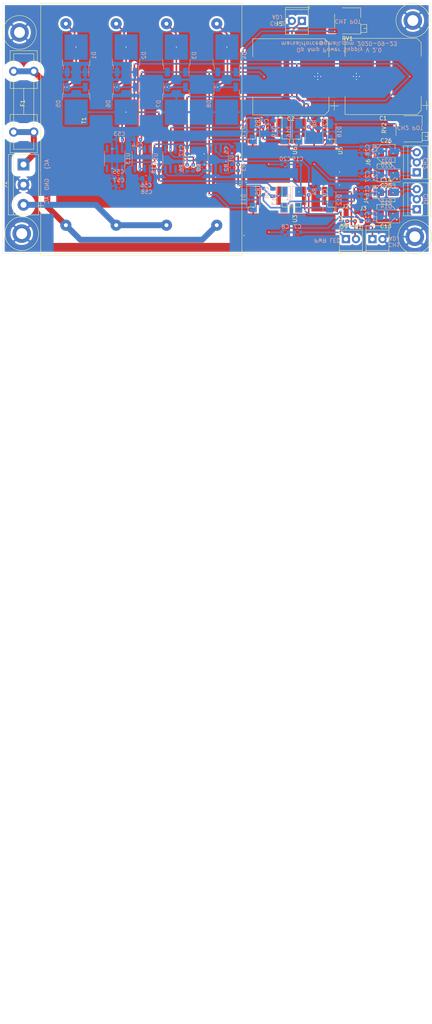
<source format=kicad_pcb>
(kicad_pcb (version 20171130) (host pcbnew 5.1.6-1.fc32)

  (general
    (thickness 1.6)
    (drawings 14)
    (tracks 515)
    (zones 0)
    (modules 84)
    (nets 24)
  )

  (page USLetter)
  (title_block
    (title "Multi Output Power Supply")
    (date 2020-09-20)
    (rev 2)
  )

  (layers
    (0 F.Cu mixed)
    (31 B.Cu mixed)
    (34 B.Paste user)
    (35 F.Paste user)
    (36 B.SilkS user)
    (37 F.SilkS user)
    (38 B.Mask user)
    (39 F.Mask user)
    (42 Eco1.User user)
    (43 Eco2.User user)
    (44 Edge.Cuts user)
    (45 Margin user)
    (46 B.CrtYd user)
    (47 F.CrtYd user)
    (48 B.Fab user)
    (49 F.Fab user)
  )

  (setup
    (last_trace_width 0.2)
    (trace_clearance 0.13)
    (zone_clearance 0.508)
    (zone_45_only no)
    (trace_min 0.006)
    (via_size 0.381)
    (via_drill 0.254)
    (via_min_size 0.02)
    (via_min_drill 0.01)
    (uvia_size 0.027)
    (uvia_drill 0.013)
    (uvias_allowed no)
    (uvia_min_size 0)
    (uvia_min_drill 0)
    (edge_width 0.05)
    (segment_width 0.2)
    (pcb_text_width 0.3)
    (pcb_text_size 1.5 1.5)
    (mod_edge_width 0.12)
    (mod_text_size 1 1)
    (mod_text_width 0.15)
    (pad_size 1.524 1.524)
    (pad_drill 0.762)
    (pad_to_mask_clearance 0.0508)
    (solder_mask_min_width 0.101)
    (aux_axis_origin 0 0)
    (visible_elements FFFFFFFF)
    (pcbplotparams
      (layerselection 0x010fc_ffffffff)
      (usegerberextensions false)
      (usegerberattributes true)
      (usegerberadvancedattributes true)
      (creategerberjobfile true)
      (excludeedgelayer true)
      (linewidth 0.100000)
      (plotframeref false)
      (viasonmask false)
      (mode 1)
      (useauxorigin false)
      (hpglpennumber 1)
      (hpglpenspeed 20)
      (hpglpendiameter 15.000000)
      (psnegative false)
      (psa4output false)
      (plotreference true)
      (plotvalue true)
      (plotinvisibletext false)
      (padsonsilk false)
      (subtractmaskfromsilk false)
      (outputformat 1)
      (mirror false)
      (drillshape 1)
      (scaleselection 1)
      (outputdirectory ""))
  )

  (net 0 "")
  (net 1 "Net-(F1-Pad2)")
  (net 2 "Net-(F1-Pad1)")
  (net 3 "Net-(C11-Pad1)")
  (net 4 "Net-(C10-Pad2)")
  (net 5 "Net-(D1-Pad2)")
  (net 6 "Net-(D2-Pad2)")
  (net 7 "Net-(D3-Pad2)")
  (net 8 "Net-(D4-Pad2)")
  (net 9 "Net-(D9-Pad1)")
  (net 10 "Net-(J1-Pad3)")
  (net 11 "Net-(R2-Pad2)")
  (net 12 Earth)
  (net 13 "Net-(C9-Pad1)")
  (net 14 "Net-(C12-Pad2)")
  (net 15 "Net-(C21-Pad1)")
  (net 16 "Net-(C22-Pad2)")
  (net 17 "Net-(C23-Pad1)")
  (net 18 "Net-(C24-Pad2)")
  (net 19 "Net-(R6-Pad2)")
  (net 20 /REG1/V_POS)
  (net 21 /REG1/V_NEG)
  (net 22 /REG1/vb+)
  (net 23 /REG1/vb-)

  (net_class Default "This is the default net class."
    (clearance 0.13)
    (trace_width 0.2)
    (via_dia 0.381)
    (via_drill 0.254)
    (uvia_dia 0.027)
    (uvia_drill 0.013)
    (add_net "Net-(R2-Pad2)")
    (add_net "Net-(R6-Pad2)")
  )

  (net_class AC ""
    (clearance 1.5)
    (trace_width 1.5)
    (via_dia 2)
    (via_drill 0.3)
    (uvia_dia 0.027)
    (uvia_drill 0.013)
    (add_net "Net-(F1-Pad1)")
    (add_net "Net-(F1-Pad2)")
    (add_net "Net-(J1-Pad3)")
  )

  (net_class "DC Power" ""
    (clearance 0.13)
    (trace_width 0.4)
    (via_dia 0.4)
    (via_drill 0.254)
    (uvia_dia 0.027)
    (uvia_drill 0.013)
    (add_net /REG1/V_NEG)
    (add_net /REG1/V_POS)
    (add_net /REG1/vb+)
    (add_net /REG1/vb-)
    (add_net Earth)
    (add_net "Net-(C10-Pad2)")
    (add_net "Net-(C11-Pad1)")
    (add_net "Net-(C12-Pad2)")
    (add_net "Net-(C21-Pad1)")
    (add_net "Net-(C22-Pad2)")
    (add_net "Net-(C23-Pad1)")
    (add_net "Net-(C24-Pad2)")
    (add_net "Net-(C9-Pad1)")
    (add_net "Net-(D1-Pad2)")
    (add_net "Net-(D2-Pad2)")
    (add_net "Net-(D3-Pad2)")
    (add_net "Net-(D4-Pad2)")
    (add_net "Net-(D9-Pad1)")
  )

  (module Potentiometer_SMD:Potentiometer_Bourns_3269P_Horizontal (layer F.Cu) (tedit 5F6911FF) (tstamp 5F6CCD97)
    (at 133.9 62.4 180)
    (descr "Potentiometer, horizontal, Bourns 3269P, https://www.bourns.com/docs/Product-Datasheets/3269.pdf")
    (tags "Potentiometer horizontal Bourns 3269P")
    (path /604F4D64/5F6C9D92)
    (attr smd)
    (fp_text reference RV1 (at 0 -4.425) (layer F.SilkS)
      (effects (font (size 1 1) (thickness 0.15)))
    )
    (fp_text value 5K (at 0 4.425) (layer F.Fab)
      (effects (font (size 1 1) (thickness 0.15)))
    )
    (fp_line (start -3.225 -3.175) (end -3.225 3.175) (layer F.Fab) (width 0.1))
    (fp_line (start -3.225 3.175) (end 3.125 3.175) (layer F.Fab) (width 0.1))
    (fp_line (start 3.125 3.175) (end 3.125 -3.175) (layer F.Fab) (width 0.1))
    (fp_line (start 3.125 -3.175) (end -3.225 -3.175) (layer F.Fab) (width 0.1))
    (fp_line (start -4.745 -2.795) (end -4.745 -1.015) (layer F.Fab) (width 0.1))
    (fp_line (start -4.745 -1.015) (end -3.225 -1.015) (layer F.Fab) (width 0.1))
    (fp_line (start -3.225 -1.015) (end -3.225 -2.795) (layer F.Fab) (width 0.1))
    (fp_line (start -3.225 -2.795) (end -4.745 -2.795) (layer F.Fab) (width 0.1))
    (fp_line (start -4.745 -1.905) (end -3.985 -1.905) (layer F.Fab) (width 0.1))
    (fp_line (start -3.345 -3.295) (end 1.31 -3.295) (layer F.SilkS) (width 0.12))
    (fp_line (start -3.345 3.295) (end 1.31 3.295) (layer F.SilkS) (width 0.12))
    (fp_line (start -3.345 -3.295) (end -3.345 -0.835) (layer F.SilkS) (width 0.12))
    (fp_line (start -3.345 0.835) (end -3.345 3.295) (layer F.SilkS) (width 0.12))
    (fp_line (start 3.245 -1.705) (end 3.245 1.705) (layer F.SilkS) (width 0.12))
    (fp_line (start -4.865 -2.915) (end -3.346 -2.915) (layer F.SilkS) (width 0.12))
    (fp_line (start -4.865 -0.895) (end -3.346 -0.895) (layer F.SilkS) (width 0.12))
    (fp_line (start -4.865 -2.915) (end -4.865 -0.895) (layer F.SilkS) (width 0.12))
    (fp_line (start -3.346 -2.915) (end -3.346 -0.895) (layer F.SilkS) (width 0.12))
    (fp_line (start -4.865 -1.905) (end -4.106 -1.905) (layer F.SilkS) (width 0.12))
    (fp_line (start -5.1 -3.45) (end -5.1 3.45) (layer F.CrtYd) (width 0.05))
    (fp_line (start -5.1 3.45) (end 5.1 3.45) (layer F.CrtYd) (width 0.05))
    (fp_line (start 5.1 3.45) (end 5.1 -3.45) (layer F.CrtYd) (width 0.05))
    (fp_line (start 5.1 -3.45) (end -5.1 -3.45) (layer F.CrtYd) (width 0.05))
    (fp_text user %R (at -0.05 0) (layer F.Fab)
      (effects (font (size 1 1) (thickness 0.15)))
    )
    (pad 3 smd rect (at 3.2 2.54 180) (size 3.3 1.19) (layers F.Cu F.Paste F.Mask)
      (net 12 Earth))
    (pad 2 smd rect (at -3.2 0 180) (size 3.3 1.19) (layers F.Cu F.Paste F.Mask)
      (net 12 Earth))
    (pad 1 smd rect (at 3.2 -2.54 180) (size 3.3 1.19) (layers F.Cu F.Paste F.Mask)
      (net 13 "Net-(C9-Pad1)"))
    (model ${KISYS3DMOD}/Potentiometer_SMD.3dshapes/Potentiometer_Bourns_3269P_Horizontal.wrl
      (at (xyz 0 0 0))
      (scale (xyz 1 1 1))
      (rotate (xyz 0 0 0))
    )
  )

  (module Connector_Terminal_Block:TerminalBlock_1x02_P2.54mm_Horizontal (layer F.Cu) (tedit 5F601311) (tstamp 5F6CCC75)
    (at 122.4 62.4 180)
    (descr "Terminal Block TE 282834-2, 2 pins, pitch 2.54mm, size 5.54x6.5mm^2, drill diamater 1.1mm, pad diameter 2.1mm, see http://www.te.com/commerce/DocumentDelivery/DDEController?Action=showdoc&DocId=Customer+Drawing%7F282834%7FC1%7Fpdf%7FEnglish%7FENG_CD_282834_C1.pdf, script-generated using https://github.com/pointhi/kicad-footprint-generator/scripts/TerminalBlock_TE-Connectivity")
    (tags "THT Terminal Block TE 282834-2 pitch 2.54mm size 5.54x6.5mm^2 drill 1.1mm pad 2.1mm")
    (path /6052D98C/5F6D34A4)
    (fp_text reference J5 (at 5.75 -0.75) (layer F.SilkS)
      (effects (font (size 1 1) (thickness 0.15)))
    )
    (fp_text value adj (at 6.25 1.75) (layer F.Fab)
      (effects (font (size 1 1) (thickness 0.15)))
    )
    (fp_circle (center 0 0) (end 1.1 0) (layer F.Fab) (width 0.1))
    (fp_circle (center 2.54 0) (end 3.64 0) (layer F.Fab) (width 0.1))
    (fp_line (start -1.5 -3.25) (end 4.04 -3.25) (layer F.Fab) (width 0.1))
    (fp_line (start 4.04 -3.25) (end 4.04 3.25) (layer F.Fab) (width 0.1))
    (fp_line (start 4.04 3.25) (end -1.1 3.25) (layer F.Fab) (width 0.1))
    (fp_line (start -1.1 3.25) (end -1.5 2.85) (layer F.Fab) (width 0.1))
    (fp_line (start -1.5 2.85) (end -1.5 -3.25) (layer F.Fab) (width 0.1))
    (fp_line (start -1.5 2.85) (end 4.04 2.85) (layer F.Fab) (width 0.1))
    (fp_line (start -1.62 2.85) (end 4.16 2.85) (layer F.SilkS) (width 0.12))
    (fp_line (start -1.5 -2.25) (end 4.04 -2.25) (layer F.Fab) (width 0.1))
    (fp_line (start -1.62 -2.25) (end 4.16 -2.25) (layer F.SilkS) (width 0.12))
    (fp_line (start -1.62 -3.37) (end 4.16 -3.37) (layer F.SilkS) (width 0.12))
    (fp_line (start -1.62 3.37) (end 4.16 3.37) (layer F.SilkS) (width 0.12))
    (fp_line (start -1.62 -3.37) (end -1.62 3.37) (layer F.SilkS) (width 0.12))
    (fp_line (start 4.16 -3.37) (end 4.16 3.37) (layer F.SilkS) (width 0.12))
    (fp_line (start 0.835 -0.7) (end -0.701 0.835) (layer F.Fab) (width 0.1))
    (fp_line (start 0.701 -0.835) (end -0.835 0.7) (layer F.Fab) (width 0.1))
    (fp_line (start 3.375 -0.7) (end 1.84 0.835) (layer F.Fab) (width 0.1))
    (fp_line (start 3.241 -0.835) (end 1.706 0.7) (layer F.Fab) (width 0.1))
    (fp_line (start -1.86 2.97) (end -1.86 3.61) (layer F.SilkS) (width 0.12))
    (fp_line (start -1.86 3.61) (end -1.46 3.61) (layer F.SilkS) (width 0.12))
    (fp_line (start -2 -3.75) (end -2 3.75) (layer F.CrtYd) (width 0.05))
    (fp_line (start -2 3.75) (end 4.54 3.75) (layer F.CrtYd) (width 0.05))
    (fp_line (start 4.54 3.75) (end 4.54 -3.75) (layer F.CrtYd) (width 0.05))
    (fp_line (start 4.54 -3.75) (end -2 -3.75) (layer F.CrtYd) (width 0.05))
    (fp_text user %R (at 1.27 2) (layer F.Fab)
      (effects (font (size 1 1) (thickness 0.15)))
    )
    (pad 2 thru_hole circle (at 2.54 0 180) (size 2.1 2.1) (drill 1.1) (layers *.Cu *.Mask)
      (net 12 Earth))
    (pad 1 thru_hole rect (at 0 0 180) (size 2.1 2.1) (drill 1.1) (layers *.Cu *.Mask)
      (net 15 "Net-(C21-Pad1)"))
    (model "${LOCAL_LIBS}/local/Connector_Terminal_Block.pretty/On Shore Technology Inc/OSTVN02A150.wrl"
      (offset (xyz -1.5 -3.5 0))
      (scale (xyz 0.4 0.4 0.4))
      (rotate (xyz 0 0 0))
    )
  )

  (module Capacitor_SMD:C_0805_2012Metric (layer B.Cu) (tedit 5B36C52B) (tstamp 5F6A6BB5)
    (at 139.175 111.75 90)
    (descr "Capacitor SMD 0805 (2012 Metric), square (rectangular) end terminal, IPC_7351 nominal, (Body size source: https://docs.google.com/spreadsheets/d/1BsfQQcO9C6DZCsRaXUlFlo91Tg2WpOkGARC1WS5S8t0/edit?usp=sharing), generated with kicad-footprint-generator")
    (tags capacitor)
    (path /604F4D64/5F6D6063)
    (attr smd)
    (fp_text reference C11 (at 0 1.65 270) (layer B.SilkS)
      (effects (font (size 1 1) (thickness 0.15)) (justify mirror))
    )
    (fp_text value 10uF (at 0 -1.65 270) (layer B.Fab)
      (effects (font (size 1 1) (thickness 0.15)) (justify mirror))
    )
    (fp_line (start -1 -0.6) (end -1 0.6) (layer B.Fab) (width 0.1))
    (fp_line (start -1 0.6) (end 1 0.6) (layer B.Fab) (width 0.1))
    (fp_line (start 1 0.6) (end 1 -0.6) (layer B.Fab) (width 0.1))
    (fp_line (start 1 -0.6) (end -1 -0.6) (layer B.Fab) (width 0.1))
    (fp_line (start -0.258578 0.71) (end 0.258578 0.71) (layer B.SilkS) (width 0.12))
    (fp_line (start -0.258578 -0.71) (end 0.258578 -0.71) (layer B.SilkS) (width 0.12))
    (fp_line (start -1.68 -0.95) (end -1.68 0.95) (layer B.CrtYd) (width 0.05))
    (fp_line (start -1.68 0.95) (end 1.68 0.95) (layer B.CrtYd) (width 0.05))
    (fp_line (start 1.68 0.95) (end 1.68 -0.95) (layer B.CrtYd) (width 0.05))
    (fp_line (start 1.68 -0.95) (end -1.68 -0.95) (layer B.CrtYd) (width 0.05))
    (fp_text user %R (at 0 0 270) (layer B.Fab)
      (effects (font (size 0.5 0.5) (thickness 0.08)) (justify mirror))
    )
    (pad 2 smd roundrect (at 0.9375 0 90) (size 0.975 1.4) (layers B.Cu B.Paste B.Mask) (roundrect_rratio 0.25)
      (net 12 Earth))
    (pad 1 smd roundrect (at -0.9375 0 90) (size 0.975 1.4) (layers B.Cu B.Paste B.Mask) (roundrect_rratio 0.25)
      (net 3 "Net-(C11-Pad1)"))
    (model ${KISYS3DMOD}/Capacitor_SMD.3dshapes/C_0805_2012Metric.wrl
      (at (xyz 0 0 0))
      (scale (xyz 1 1 1))
      (rotate (xyz 0 0 0))
    )
  )

  (module Capacitor_SMD:C_0805_2012Metric (layer B.Cu) (tedit 5B36C52B) (tstamp 5F6AA65F)
    (at 139.225 95.1 90)
    (descr "Capacitor SMD 0805 (2012 Metric), square (rectangular) end terminal, IPC_7351 nominal, (Body size source: https://docs.google.com/spreadsheets/d/1BsfQQcO9C6DZCsRaXUlFlo91Tg2WpOkGARC1WS5S8t0/edit?usp=sharing), generated with kicad-footprint-generator")
    (tags capacitor)
    (path /6052D98C/5F6D605E)
    (attr smd)
    (fp_text reference C24 (at 0 1.65 90) (layer B.SilkS)
      (effects (font (size 1 1) (thickness 0.15)) (justify mirror))
    )
    (fp_text value 10uF (at 0 -1.65 90) (layer B.Fab)
      (effects (font (size 1 1) (thickness 0.15)) (justify mirror))
    )
    (fp_line (start 1.68 -0.95) (end -1.68 -0.95) (layer B.CrtYd) (width 0.05))
    (fp_line (start 1.68 0.95) (end 1.68 -0.95) (layer B.CrtYd) (width 0.05))
    (fp_line (start -1.68 0.95) (end 1.68 0.95) (layer B.CrtYd) (width 0.05))
    (fp_line (start -1.68 -0.95) (end -1.68 0.95) (layer B.CrtYd) (width 0.05))
    (fp_line (start -0.258578 -0.71) (end 0.258578 -0.71) (layer B.SilkS) (width 0.12))
    (fp_line (start -0.258578 0.71) (end 0.258578 0.71) (layer B.SilkS) (width 0.12))
    (fp_line (start 1 -0.6) (end -1 -0.6) (layer B.Fab) (width 0.1))
    (fp_line (start 1 0.6) (end 1 -0.6) (layer B.Fab) (width 0.1))
    (fp_line (start -1 0.6) (end 1 0.6) (layer B.Fab) (width 0.1))
    (fp_line (start -1 -0.6) (end -1 0.6) (layer B.Fab) (width 0.1))
    (fp_text user %R (at 0 0 90) (layer B.Fab)
      (effects (font (size 0.5 0.5) (thickness 0.08)) (justify mirror))
    )
    (pad 1 smd roundrect (at -0.9375 0 90) (size 0.975 1.4) (layers B.Cu B.Paste B.Mask) (roundrect_rratio 0.25)
      (net 12 Earth))
    (pad 2 smd roundrect (at 0.9375 0 90) (size 0.975 1.4) (layers B.Cu B.Paste B.Mask) (roundrect_rratio 0.25)
      (net 18 "Net-(C24-Pad2)"))
    (model ${KISYS3DMOD}/Capacitor_SMD.3dshapes/C_0805_2012Metric.wrl
      (at (xyz 0 0 0))
      (scale (xyz 1 1 1))
      (rotate (xyz 0 0 0))
    )
  )

  (module Capacitor_SMD:C_0603_1608Metric (layer B.Cu) (tedit 5B301BBE) (tstamp 5F6A4FD9)
    (at 118.175 115.7026 180)
    (descr "Capacitor SMD 0603 (1608 Metric), square (rectangular) end terminal, IPC_7351 nominal, (Body size source: http://www.tortai-tech.com/upload/download/2011102023233369053.pdf), generated with kicad-footprint-generator")
    (tags capacitor)
    (path /604F4D64/5F6D605D)
    (attr smd)
    (fp_text reference C8 (at 0 1.43) (layer B.SilkS)
      (effects (font (size 1 1) (thickness 0.15)) (justify mirror))
    )
    (fp_text value 0.1uF (at 0 -1.43) (layer B.Fab)
      (effects (font (size 1 1) (thickness 0.15)) (justify mirror))
    )
    (fp_line (start 1.48 -0.73) (end -1.48 -0.73) (layer B.CrtYd) (width 0.05))
    (fp_line (start 1.48 0.73) (end 1.48 -0.73) (layer B.CrtYd) (width 0.05))
    (fp_line (start -1.48 0.73) (end 1.48 0.73) (layer B.CrtYd) (width 0.05))
    (fp_line (start -1.48 -0.73) (end -1.48 0.73) (layer B.CrtYd) (width 0.05))
    (fp_line (start -0.162779 -0.51) (end 0.162779 -0.51) (layer B.SilkS) (width 0.12))
    (fp_line (start -0.162779 0.51) (end 0.162779 0.51) (layer B.SilkS) (width 0.12))
    (fp_line (start 0.8 -0.4) (end -0.8 -0.4) (layer B.Fab) (width 0.1))
    (fp_line (start 0.8 0.4) (end 0.8 -0.4) (layer B.Fab) (width 0.1))
    (fp_line (start -0.8 0.4) (end 0.8 0.4) (layer B.Fab) (width 0.1))
    (fp_line (start -0.8 -0.4) (end -0.8 0.4) (layer B.Fab) (width 0.1))
    (fp_text user %R (at 0 0) (layer B.Fab)
      (effects (font (size 0.4 0.4) (thickness 0.06)) (justify mirror))
    )
    (pad 1 smd roundrect (at -0.7875 0 180) (size 0.875 0.95) (layers B.Cu B.Paste B.Mask) (roundrect_rratio 0.25)
      (net 12 Earth))
    (pad 2 smd roundrect (at 0.7875 0 180) (size 0.875 0.95) (layers B.Cu B.Paste B.Mask) (roundrect_rratio 0.25)
      (net 21 /REG1/V_NEG))
    (model ${KISYS3DMOD}/Capacitor_SMD.3dshapes/C_0603_1608Metric.wrl
      (at (xyz 0 0 0))
      (scale (xyz 1 1 1))
      (rotate (xyz 0 0 0))
    )
  )

  (module Diode_SMD:D_SMA (layer B.Cu) (tedit 586432E5) (tstamp 5F6A5010)
    (at 110.1 90.3 270)
    (descr "Diode SMA (DO-214AC)")
    (tags "Diode SMA (DO-214AC)")
    (path /6052D98C/5F6D6059)
    (attr smd)
    (fp_text reference D17 (at 0 2.5 90) (layer B.SilkS)
      (effects (font (size 1 1) (thickness 0.15)) (justify mirror))
    )
    (fp_text value S1M-13-F (at 0 -2.6 90) (layer B.Fab)
      (effects (font (size 1 1) (thickness 0.15)) (justify mirror))
    )
    (fp_line (start -3.4 1.65) (end 2 1.65) (layer B.SilkS) (width 0.12))
    (fp_line (start -3.4 -1.65) (end 2 -1.65) (layer B.SilkS) (width 0.12))
    (fp_line (start -0.64944 -0.00102) (end 0.50118 0.79908) (layer B.Fab) (width 0.1))
    (fp_line (start -0.64944 -0.00102) (end 0.50118 -0.75032) (layer B.Fab) (width 0.1))
    (fp_line (start 0.50118 -0.75032) (end 0.50118 0.79908) (layer B.Fab) (width 0.1))
    (fp_line (start -0.64944 0.79908) (end -0.64944 -0.80112) (layer B.Fab) (width 0.1))
    (fp_line (start 0.50118 -0.00102) (end 1.4994 -0.00102) (layer B.Fab) (width 0.1))
    (fp_line (start -0.64944 -0.00102) (end -1.55114 -0.00102) (layer B.Fab) (width 0.1))
    (fp_line (start -3.5 -1.75) (end -3.5 1.75) (layer B.CrtYd) (width 0.05))
    (fp_line (start 3.5 -1.75) (end -3.5 -1.75) (layer B.CrtYd) (width 0.05))
    (fp_line (start 3.5 1.75) (end 3.5 -1.75) (layer B.CrtYd) (width 0.05))
    (fp_line (start -3.5 1.75) (end 3.5 1.75) (layer B.CrtYd) (width 0.05))
    (fp_line (start 2.3 1.5) (end -2.3 1.5) (layer B.Fab) (width 0.1))
    (fp_line (start 2.3 1.5) (end 2.3 -1.5) (layer B.Fab) (width 0.1))
    (fp_line (start -2.3 -1.5) (end -2.3 1.5) (layer B.Fab) (width 0.1))
    (fp_line (start 2.3 -1.5) (end -2.3 -1.5) (layer B.Fab) (width 0.1))
    (fp_line (start -3.4 1.65) (end -3.4 -1.65) (layer B.SilkS) (width 0.12))
    (fp_text user %R (at 0 2.5 90) (layer B.Fab)
      (effects (font (size 1 1) (thickness 0.15)) (justify mirror))
    )
    (pad 1 smd rect (at -2 0 270) (size 2.5 1.8) (layers B.Cu B.Paste B.Mask)
      (net 18 "Net-(C24-Pad2)"))
    (pad 2 smd rect (at 2 0 270) (size 2.5 1.8) (layers B.Cu B.Paste B.Mask)
      (net 21 /REG1/V_NEG))
    (model ${KISYS3DMOD}/Diode_SMD.3dshapes/D_SMA.wrl
      (at (xyz 0 0 0))
      (scale (xyz 1 1 1))
      (rotate (xyz 0 0 0))
    )
  )

  (module Capacitor_SMD:C_0805_2012Metric (layer B.Cu) (tedit 5B36C52B) (tstamp 5F6A524F)
    (at 126.6 88.475 90)
    (descr "Capacitor SMD 0805 (2012 Metric), square (rectangular) end terminal, IPC_7351 nominal, (Body size source: https://docs.google.com/spreadsheets/d/1BsfQQcO9C6DZCsRaXUlFlo91Tg2WpOkGARC1WS5S8t0/edit?usp=sharing), generated with kicad-footprint-generator")
    (tags capacitor)
    (path /6052D98C/5F6D6066)
    (attr smd)
    (fp_text reference C21 (at 0 1.65 90) (layer B.SilkS)
      (effects (font (size 1 1) (thickness 0.15)) (justify mirror))
    )
    (fp_text value 10uF (at 0 -1.65 90) (layer B.Fab)
      (effects (font (size 1 1) (thickness 0.15)) (justify mirror))
    )
    (fp_line (start 1.68 -0.95) (end -1.68 -0.95) (layer B.CrtYd) (width 0.05))
    (fp_line (start 1.68 0.95) (end 1.68 -0.95) (layer B.CrtYd) (width 0.05))
    (fp_line (start -1.68 0.95) (end 1.68 0.95) (layer B.CrtYd) (width 0.05))
    (fp_line (start -1.68 -0.95) (end -1.68 0.95) (layer B.CrtYd) (width 0.05))
    (fp_line (start -0.258578 -0.71) (end 0.258578 -0.71) (layer B.SilkS) (width 0.12))
    (fp_line (start -0.258578 0.71) (end 0.258578 0.71) (layer B.SilkS) (width 0.12))
    (fp_line (start 1 -0.6) (end -1 -0.6) (layer B.Fab) (width 0.1))
    (fp_line (start 1 0.6) (end 1 -0.6) (layer B.Fab) (width 0.1))
    (fp_line (start -1 0.6) (end 1 0.6) (layer B.Fab) (width 0.1))
    (fp_line (start -1 -0.6) (end -1 0.6) (layer B.Fab) (width 0.1))
    (fp_text user %R (at 0 0 90) (layer B.Fab)
      (effects (font (size 0.5 0.5) (thickness 0.08)) (justify mirror))
    )
    (pad 1 smd roundrect (at -0.9375 0 90) (size 0.975 1.4) (layers B.Cu B.Paste B.Mask) (roundrect_rratio 0.25)
      (net 15 "Net-(C21-Pad1)"))
    (pad 2 smd roundrect (at 0.9375 0 90) (size 0.975 1.4) (layers B.Cu B.Paste B.Mask) (roundrect_rratio 0.25)
      (net 12 Earth))
    (model ${KISYS3DMOD}/Capacitor_SMD.3dshapes/C_0805_2012Metric.wrl
      (at (xyz 0 0 0))
      (scale (xyz 1 1 1))
      (rotate (xyz 0 0 0))
    )
  )

  (module Package_TO_SOT_SMD:TO-263-2 (layer F.Cu) (tedit 5A70FB7B) (tstamp 5F6A50EB)
    (at 125.475 95.125 270)
    (descr "TO-263 / D2PAK / DDPAK SMD package, http://www.infineon.com/cms/en/product/packages/PG-TO263/PG-TO263-3-1/")
    (tags "D2PAK DDPAK TO-263 D2PAK-3 TO-263-3 SOT-404")
    (path /6052D98C/5F6D6064)
    (attr smd)
    (fp_text reference U5 (at 0 -6.65 90) (layer F.SilkS)
      (effects (font (size 1 1) (thickness 0.15)))
    )
    (fp_text value LD1085 (at 0 6.65 90) (layer F.Fab)
      (effects (font (size 1 1) (thickness 0.15)))
    )
    (fp_line (start 8.32 -5.65) (end -8.32 -5.65) (layer F.CrtYd) (width 0.05))
    (fp_line (start 8.32 5.65) (end 8.32 -5.65) (layer F.CrtYd) (width 0.05))
    (fp_line (start -8.32 5.65) (end 8.32 5.65) (layer F.CrtYd) (width 0.05))
    (fp_line (start -8.32 -5.65) (end -8.32 5.65) (layer F.CrtYd) (width 0.05))
    (fp_line (start -2.95 3.39) (end -4.05 3.39) (layer F.SilkS) (width 0.12))
    (fp_line (start -2.95 5.2) (end -2.95 3.39) (layer F.SilkS) (width 0.12))
    (fp_line (start -1.45 5.2) (end -2.95 5.2) (layer F.SilkS) (width 0.12))
    (fp_line (start -2.95 -3.39) (end -8.075 -3.39) (layer F.SilkS) (width 0.12))
    (fp_line (start -2.95 -5.2) (end -2.95 -3.39) (layer F.SilkS) (width 0.12))
    (fp_line (start -1.45 -5.2) (end -2.95 -5.2) (layer F.SilkS) (width 0.12))
    (fp_line (start -7.45 3.04) (end -2.75 3.04) (layer F.Fab) (width 0.1))
    (fp_line (start -7.45 2.04) (end -7.45 3.04) (layer F.Fab) (width 0.1))
    (fp_line (start -2.75 2.04) (end -7.45 2.04) (layer F.Fab) (width 0.1))
    (fp_line (start -7.45 -2.04) (end -2.75 -2.04) (layer F.Fab) (width 0.1))
    (fp_line (start -7.45 -3.04) (end -7.45 -2.04) (layer F.Fab) (width 0.1))
    (fp_line (start -2.75 -3.04) (end -7.45 -3.04) (layer F.Fab) (width 0.1))
    (fp_line (start -1.75 -5) (end 6.5 -5) (layer F.Fab) (width 0.1))
    (fp_line (start -2.75 -4) (end -1.75 -5) (layer F.Fab) (width 0.1))
    (fp_line (start -2.75 5) (end -2.75 -4) (layer F.Fab) (width 0.1))
    (fp_line (start 6.5 5) (end -2.75 5) (layer F.Fab) (width 0.1))
    (fp_line (start 6.5 -5) (end 6.5 5) (layer F.Fab) (width 0.1))
    (fp_line (start 7.5 5) (end 6.5 5) (layer F.Fab) (width 0.1))
    (fp_line (start 7.5 -5) (end 7.5 5) (layer F.Fab) (width 0.1))
    (fp_line (start 6.5 -5) (end 7.5 -5) (layer F.Fab) (width 0.1))
    (fp_text user %R (at 0 0 90) (layer F.Fab)
      (effects (font (size 1 1) (thickness 0.15)))
    )
    (pad 1 smd rect (at -5.775 -2.54 270) (size 4.6 1.1) (layers F.Cu F.Paste F.Mask)
      (net 15 "Net-(C21-Pad1)"))
    (pad 3 smd rect (at -5.775 2.54 270) (size 4.6 1.1) (layers F.Cu F.Paste F.Mask)
      (net 20 /REG1/V_POS))
    (pad 2 smd rect (at 3.375 0 270) (size 9.4 10.8) (layers F.Cu F.Mask)
      (net 17 "Net-(C23-Pad1)"))
    (pad "" smd rect (at 5.8 2.775 270) (size 4.55 5.25) (layers F.Paste))
    (pad "" smd rect (at 0.95 -2.775 270) (size 4.55 5.25) (layers F.Paste))
    (pad "" smd rect (at 5.8 -2.775 270) (size 4.55 5.25) (layers F.Paste))
    (pad "" smd rect (at 0.95 2.775 270) (size 4.55 5.25) (layers F.Paste))
    (model ${KISYS3DMOD}/Package_TO_SOT_SMD.3dshapes/TO-263-2.wrl
      (at (xyz 0 0 0))
      (scale (xyz 1 1 1))
      (rotate (xyz 0 0 0))
    )
  )

  (module Package_TO_SOT_SMD:TO-263-2 (layer F.Cu) (tedit 5A70FB7B) (tstamp 5F6A4EEA)
    (at 114 95.1 270)
    (descr "TO-263 / D2PAK / DDPAK SMD package, http://www.infineon.com/cms/en/product/packages/PG-TO263/PG-TO263-3-1/")
    (tags "D2PAK DDPAK TO-263 D2PAK-3 TO-263-3 SOT-404")
    (path /6052D98C/5F6D6067)
    (attr smd)
    (fp_text reference U6 (at 0 -6.65 90) (layer F.SilkS)
      (effects (font (size 1 1) (thickness 0.15)))
    )
    (fp_text value LM337_TO263 (at 0 6.65 90) (layer F.Fab)
      (effects (font (size 1 1) (thickness 0.15)))
    )
    (fp_line (start 8.32 -5.65) (end -8.32 -5.65) (layer F.CrtYd) (width 0.05))
    (fp_line (start 8.32 5.65) (end 8.32 -5.65) (layer F.CrtYd) (width 0.05))
    (fp_line (start -8.32 5.65) (end 8.32 5.65) (layer F.CrtYd) (width 0.05))
    (fp_line (start -8.32 -5.65) (end -8.32 5.65) (layer F.CrtYd) (width 0.05))
    (fp_line (start -2.95 3.39) (end -4.05 3.39) (layer F.SilkS) (width 0.12))
    (fp_line (start -2.95 5.2) (end -2.95 3.39) (layer F.SilkS) (width 0.12))
    (fp_line (start -1.45 5.2) (end -2.95 5.2) (layer F.SilkS) (width 0.12))
    (fp_line (start -2.95 -3.39) (end -8.075 -3.39) (layer F.SilkS) (width 0.12))
    (fp_line (start -2.95 -5.2) (end -2.95 -3.39) (layer F.SilkS) (width 0.12))
    (fp_line (start -1.45 -5.2) (end -2.95 -5.2) (layer F.SilkS) (width 0.12))
    (fp_line (start -7.45 3.04) (end -2.75 3.04) (layer F.Fab) (width 0.1))
    (fp_line (start -7.45 2.04) (end -7.45 3.04) (layer F.Fab) (width 0.1))
    (fp_line (start -2.75 2.04) (end -7.45 2.04) (layer F.Fab) (width 0.1))
    (fp_line (start -7.45 -2.04) (end -2.75 -2.04) (layer F.Fab) (width 0.1))
    (fp_line (start -7.45 -3.04) (end -7.45 -2.04) (layer F.Fab) (width 0.1))
    (fp_line (start -2.75 -3.04) (end -7.45 -3.04) (layer F.Fab) (width 0.1))
    (fp_line (start -1.75 -5) (end 6.5 -5) (layer F.Fab) (width 0.1))
    (fp_line (start -2.75 -4) (end -1.75 -5) (layer F.Fab) (width 0.1))
    (fp_line (start -2.75 5) (end -2.75 -4) (layer F.Fab) (width 0.1))
    (fp_line (start 6.5 5) (end -2.75 5) (layer F.Fab) (width 0.1))
    (fp_line (start 6.5 -5) (end 6.5 5) (layer F.Fab) (width 0.1))
    (fp_line (start 7.5 5) (end 6.5 5) (layer F.Fab) (width 0.1))
    (fp_line (start 7.5 -5) (end 7.5 5) (layer F.Fab) (width 0.1))
    (fp_line (start 6.5 -5) (end 7.5 -5) (layer F.Fab) (width 0.1))
    (fp_text user %R (at 0 0 90) (layer F.Fab)
      (effects (font (size 1 1) (thickness 0.15)))
    )
    (pad 1 smd rect (at -5.775 -2.54 270) (size 4.6 1.1) (layers F.Cu F.Paste F.Mask)
      (net 16 "Net-(C22-Pad2)"))
    (pad 3 smd rect (at -5.775 2.54 270) (size 4.6 1.1) (layers F.Cu F.Paste F.Mask)
      (net 18 "Net-(C24-Pad2)"))
    (pad 2 smd rect (at 3.375 0 270) (size 9.4 10.8) (layers F.Cu F.Mask)
      (net 21 /REG1/V_NEG))
    (pad "" smd rect (at 5.8 2.775 270) (size 4.55 5.25) (layers F.Paste))
    (pad "" smd rect (at 0.95 -2.775 270) (size 4.55 5.25) (layers F.Paste))
    (pad "" smd rect (at 5.8 -2.775 270) (size 4.55 5.25) (layers F.Paste))
    (pad "" smd rect (at 0.95 2.775 270) (size 4.55 5.25) (layers F.Paste))
    (model ${KISYS3DMOD}/Package_TO_SOT_SMD.3dshapes/TO-263-2.wrl
      (at (xyz 0 0 0))
      (scale (xyz 1 1 1))
      (rotate (xyz 0 0 0))
    )
  )

  (module Diode_SMD:D_SMA (layer B.Cu) (tedit 586432E5) (tstamp 5F6A5055)
    (at 121.6 107.5 270)
    (descr "Diode SMA (DO-214AC)")
    (tags "Diode SMA (DO-214AC)")
    (path /604F4D64/5F6D6058)
    (attr smd)
    (fp_text reference D10 (at 0 2.5 270) (layer B.SilkS)
      (effects (font (size 1 1) (thickness 0.15)) (justify mirror))
    )
    (fp_text value S1M-13-F (at 0 -2.6 270) (layer B.Fab)
      (effects (font (size 1 1) (thickness 0.15)) (justify mirror))
    )
    (fp_line (start -3.4 1.65) (end 2 1.65) (layer B.SilkS) (width 0.12))
    (fp_line (start -3.4 -1.65) (end 2 -1.65) (layer B.SilkS) (width 0.12))
    (fp_line (start -0.64944 -0.00102) (end 0.50118 0.79908) (layer B.Fab) (width 0.1))
    (fp_line (start -0.64944 -0.00102) (end 0.50118 -0.75032) (layer B.Fab) (width 0.1))
    (fp_line (start 0.50118 -0.75032) (end 0.50118 0.79908) (layer B.Fab) (width 0.1))
    (fp_line (start -0.64944 0.79908) (end -0.64944 -0.80112) (layer B.Fab) (width 0.1))
    (fp_line (start 0.50118 -0.00102) (end 1.4994 -0.00102) (layer B.Fab) (width 0.1))
    (fp_line (start -0.64944 -0.00102) (end -1.55114 -0.00102) (layer B.Fab) (width 0.1))
    (fp_line (start -3.5 -1.75) (end -3.5 1.75) (layer B.CrtYd) (width 0.05))
    (fp_line (start 3.5 -1.75) (end -3.5 -1.75) (layer B.CrtYd) (width 0.05))
    (fp_line (start 3.5 1.75) (end 3.5 -1.75) (layer B.CrtYd) (width 0.05))
    (fp_line (start -3.5 1.75) (end 3.5 1.75) (layer B.CrtYd) (width 0.05))
    (fp_line (start 2.3 1.5) (end -2.3 1.5) (layer B.Fab) (width 0.1))
    (fp_line (start 2.3 1.5) (end 2.3 -1.5) (layer B.Fab) (width 0.1))
    (fp_line (start -2.3 -1.5) (end -2.3 1.5) (layer B.Fab) (width 0.1))
    (fp_line (start 2.3 -1.5) (end -2.3 -1.5) (layer B.Fab) (width 0.1))
    (fp_line (start -3.4 1.65) (end -3.4 -1.65) (layer B.SilkS) (width 0.12))
    (fp_text user %R (at 0 2.5 270) (layer B.Fab)
      (effects (font (size 1 1) (thickness 0.15)) (justify mirror))
    )
    (pad 1 smd rect (at -2 0 270) (size 2.5 1.8) (layers B.Cu B.Paste B.Mask)
      (net 20 /REG1/V_POS))
    (pad 2 smd rect (at 2 0 270) (size 2.5 1.8) (layers B.Cu B.Paste B.Mask)
      (net 3 "Net-(C11-Pad1)"))
    (model ${KISYS3DMOD}/Diode_SMD.3dshapes/D_SMA.wrl
      (at (xyz 0 0 0))
      (scale (xyz 1 1 1))
      (rotate (xyz 0 0 0))
    )
  )

  (module Capacitor_SMD:C_0603_1608Metric (layer B.Cu) (tedit 5B301BBE) (tstamp 5F6AA899)
    (at 137.525 101.6 90)
    (descr "Capacitor SMD 0603 (1608 Metric), square (rectangular) end terminal, IPC_7351 nominal, (Body size source: http://www.tortai-tech.com/upload/download/2011102023233369053.pdf), generated with kicad-footprint-generator")
    (tags capacitor)
    (path /6052D98C/5F6D6062)
    (attr smd)
    (fp_text reference C27 (at 0 1.43 90) (layer B.SilkS)
      (effects (font (size 1 1) (thickness 0.15)) (justify mirror))
    )
    (fp_text value 0.1uF (at 0 -1.43 90) (layer B.Fab)
      (effects (font (size 1 1) (thickness 0.15)) (justify mirror))
    )
    (fp_line (start 1.48 -0.73) (end -1.48 -0.73) (layer B.CrtYd) (width 0.05))
    (fp_line (start 1.48 0.73) (end 1.48 -0.73) (layer B.CrtYd) (width 0.05))
    (fp_line (start -1.48 0.73) (end 1.48 0.73) (layer B.CrtYd) (width 0.05))
    (fp_line (start -1.48 -0.73) (end -1.48 0.73) (layer B.CrtYd) (width 0.05))
    (fp_line (start -0.162779 -0.51) (end 0.162779 -0.51) (layer B.SilkS) (width 0.12))
    (fp_line (start -0.162779 0.51) (end 0.162779 0.51) (layer B.SilkS) (width 0.12))
    (fp_line (start 0.8 -0.4) (end -0.8 -0.4) (layer B.Fab) (width 0.1))
    (fp_line (start 0.8 0.4) (end 0.8 -0.4) (layer B.Fab) (width 0.1))
    (fp_line (start -0.8 0.4) (end 0.8 0.4) (layer B.Fab) (width 0.1))
    (fp_line (start -0.8 -0.4) (end -0.8 0.4) (layer B.Fab) (width 0.1))
    (fp_text user %R (at 0 0 90) (layer B.Fab)
      (effects (font (size 0.4 0.4) (thickness 0.06)) (justify mirror))
    )
    (pad 1 smd roundrect (at -0.7875 0 90) (size 0.875 0.95) (layers B.Cu B.Paste B.Mask) (roundrect_rratio 0.25)
      (net 17 "Net-(C23-Pad1)"))
    (pad 2 smd roundrect (at 0.7875 0 90) (size 0.875 0.95) (layers B.Cu B.Paste B.Mask) (roundrect_rratio 0.25)
      (net 12 Earth))
    (model ${KISYS3DMOD}/Capacitor_SMD.3dshapes/C_0603_1608Metric.wrl
      (at (xyz 0 0 0))
      (scale (xyz 1 1 1))
      (rotate (xyz 0 0 0))
    )
  )

  (module Capacitor_SMD:C_0603_1608Metric (layer B.Cu) (tedit 5B301BBE) (tstamp 5F6A6BDC)
    (at 137.425 105.225 90)
    (descr "Capacitor SMD 0603 (1608 Metric), square (rectangular) end terminal, IPC_7351 nominal, (Body size source: http://www.tortai-tech.com/upload/download/2011102023233369053.pdf), generated with kicad-footprint-generator")
    (tags capacitor)
    (path /604F4D64/5F6D605F)
    (attr smd)
    (fp_text reference C16 (at 0 1.43 270) (layer B.SilkS)
      (effects (font (size 1 1) (thickness 0.15)) (justify mirror))
    )
    (fp_text value 0.1uF (at 0 -1.43 270) (layer B.Fab)
      (effects (font (size 1 1) (thickness 0.15)) (justify mirror))
    )
    (fp_line (start 1.48 -0.73) (end -1.48 -0.73) (layer B.CrtYd) (width 0.05))
    (fp_line (start 1.48 0.73) (end 1.48 -0.73) (layer B.CrtYd) (width 0.05))
    (fp_line (start -1.48 0.73) (end 1.48 0.73) (layer B.CrtYd) (width 0.05))
    (fp_line (start -1.48 -0.73) (end -1.48 0.73) (layer B.CrtYd) (width 0.05))
    (fp_line (start -0.162779 -0.51) (end 0.162779 -0.51) (layer B.SilkS) (width 0.12))
    (fp_line (start -0.162779 0.51) (end 0.162779 0.51) (layer B.SilkS) (width 0.12))
    (fp_line (start 0.8 -0.4) (end -0.8 -0.4) (layer B.Fab) (width 0.1))
    (fp_line (start 0.8 0.4) (end 0.8 -0.4) (layer B.Fab) (width 0.1))
    (fp_line (start -0.8 0.4) (end 0.8 0.4) (layer B.Fab) (width 0.1))
    (fp_line (start -0.8 -0.4) (end -0.8 0.4) (layer B.Fab) (width 0.1))
    (fp_text user %R (at 0 0 270) (layer B.Fab)
      (effects (font (size 0.4 0.4) (thickness 0.06)) (justify mirror))
    )
    (pad 1 smd roundrect (at -0.7875 0 90) (size 0.875 0.95) (layers B.Cu B.Paste B.Mask) (roundrect_rratio 0.25)
      (net 12 Earth))
    (pad 2 smd roundrect (at 0.7875 0 90) (size 0.875 0.95) (layers B.Cu B.Paste B.Mask) (roundrect_rratio 0.25)
      (net 14 "Net-(C12-Pad2)"))
    (model ${KISYS3DMOD}/Capacitor_SMD.3dshapes/C_0603_1608Metric.wrl
      (at (xyz 0 0 0))
      (scale (xyz 1 1 1))
      (rotate (xyz 0 0 0))
    )
  )

  (module Resistor_SMD:R_0603_1608Metric (layer B.Cu) (tedit 5B301BBD) (tstamp 5F6A6A49)
    (at 104.745 99.375 270)
    (descr "Resistor SMD 0603 (1608 Metric), square (rectangular) end terminal, IPC_7351 nominal, (Body size source: http://www.tortai-tech.com/upload/download/2011102023233369053.pdf), generated with kicad-footprint-generator")
    (tags resistor)
    (path /604F4D64/5F6D606B)
    (attr smd)
    (fp_text reference R2 (at 0 1.43 90) (layer B.SilkS)
      (effects (font (size 1 1) (thickness 0.15)) (justify mirror))
    )
    (fp_text value 10K (at 0 -1.43 90) (layer B.Fab)
      (effects (font (size 1 1) (thickness 0.15)) (justify mirror))
    )
    (fp_line (start 1.48 -0.73) (end -1.48 -0.73) (layer B.CrtYd) (width 0.05))
    (fp_line (start 1.48 0.73) (end 1.48 -0.73) (layer B.CrtYd) (width 0.05))
    (fp_line (start -1.48 0.73) (end 1.48 0.73) (layer B.CrtYd) (width 0.05))
    (fp_line (start -1.48 -0.73) (end -1.48 0.73) (layer B.CrtYd) (width 0.05))
    (fp_line (start -0.162779 -0.51) (end 0.162779 -0.51) (layer B.SilkS) (width 0.12))
    (fp_line (start -0.162779 0.51) (end 0.162779 0.51) (layer B.SilkS) (width 0.12))
    (fp_line (start 0.8 -0.4) (end -0.8 -0.4) (layer B.Fab) (width 0.1))
    (fp_line (start 0.8 0.4) (end 0.8 -0.4) (layer B.Fab) (width 0.1))
    (fp_line (start -0.8 0.4) (end 0.8 0.4) (layer B.Fab) (width 0.1))
    (fp_line (start -0.8 -0.4) (end -0.8 0.4) (layer B.Fab) (width 0.1))
    (fp_text user %R (at 0 0 90) (layer B.Fab)
      (effects (font (size 0.4 0.4) (thickness 0.06)) (justify mirror))
    )
    (pad 1 smd roundrect (at -0.7875 0 270) (size 0.875 0.95) (layers B.Cu B.Paste B.Mask) (roundrect_rratio 0.25)
      (net 13 "Net-(C9-Pad1)"))
    (pad 2 smd roundrect (at 0.7875 0 270) (size 0.875 0.95) (layers B.Cu B.Paste B.Mask) (roundrect_rratio 0.25)
      (net 11 "Net-(R2-Pad2)"))
    (model ${KISYS3DMOD}/Resistor_SMD.3dshapes/R_0603_1608Metric.wrl
      (at (xyz 0 0 0))
      (scale (xyz 1 1 1))
      (rotate (xyz 0 0 0))
    )
  )

  (module Capacitor_SMD:CP_Elec_4x5.8 (layer F.Cu) (tedit 5BCA39CF) (tstamp 5F6AA601)
    (at 143.65 100.7 180)
    (descr "SMD capacitor, aluminum electrolytic, Panasonic, 4.0x5.8mm")
    (tags "capacitor electrolytic")
    (path /6052D98C/5F6D605B)
    (attr smd)
    (fp_text reference C25 (at 0 -3.2) (layer F.SilkS)
      (effects (font (size 1 1) (thickness 0.15)))
    )
    (fp_text value 10uF (at 0 3.2) (layer F.Fab)
      (effects (font (size 1 1) (thickness 0.15)))
    )
    (fp_line (start -3.35 1.05) (end -2.4 1.05) (layer F.CrtYd) (width 0.05))
    (fp_line (start -3.35 -1.05) (end -3.35 1.05) (layer F.CrtYd) (width 0.05))
    (fp_line (start -2.4 -1.05) (end -3.35 -1.05) (layer F.CrtYd) (width 0.05))
    (fp_line (start -2.4 1.05) (end -2.4 1.25) (layer F.CrtYd) (width 0.05))
    (fp_line (start -2.4 -1.25) (end -2.4 -1.05) (layer F.CrtYd) (width 0.05))
    (fp_line (start -2.4 -1.25) (end -1.25 -2.4) (layer F.CrtYd) (width 0.05))
    (fp_line (start -2.4 1.25) (end -1.25 2.4) (layer F.CrtYd) (width 0.05))
    (fp_line (start -1.25 -2.4) (end 2.4 -2.4) (layer F.CrtYd) (width 0.05))
    (fp_line (start -1.25 2.4) (end 2.4 2.4) (layer F.CrtYd) (width 0.05))
    (fp_line (start 2.4 1.05) (end 2.4 2.4) (layer F.CrtYd) (width 0.05))
    (fp_line (start 3.35 1.05) (end 2.4 1.05) (layer F.CrtYd) (width 0.05))
    (fp_line (start 3.35 -1.05) (end 3.35 1.05) (layer F.CrtYd) (width 0.05))
    (fp_line (start 2.4 -1.05) (end 3.35 -1.05) (layer F.CrtYd) (width 0.05))
    (fp_line (start 2.4 -2.4) (end 2.4 -1.05) (layer F.CrtYd) (width 0.05))
    (fp_line (start -2.75 -1.81) (end -2.75 -1.31) (layer F.SilkS) (width 0.12))
    (fp_line (start -3 -1.56) (end -2.5 -1.56) (layer F.SilkS) (width 0.12))
    (fp_line (start -2.26 1.195563) (end -1.195563 2.26) (layer F.SilkS) (width 0.12))
    (fp_line (start -2.26 -1.195563) (end -1.195563 -2.26) (layer F.SilkS) (width 0.12))
    (fp_line (start -2.26 -1.195563) (end -2.26 -1.06) (layer F.SilkS) (width 0.12))
    (fp_line (start -2.26 1.195563) (end -2.26 1.06) (layer F.SilkS) (width 0.12))
    (fp_line (start -1.195563 2.26) (end 2.26 2.26) (layer F.SilkS) (width 0.12))
    (fp_line (start -1.195563 -2.26) (end 2.26 -2.26) (layer F.SilkS) (width 0.12))
    (fp_line (start 2.26 -2.26) (end 2.26 -1.06) (layer F.SilkS) (width 0.12))
    (fp_line (start 2.26 2.26) (end 2.26 1.06) (layer F.SilkS) (width 0.12))
    (fp_line (start -1.374773 -1.2) (end -1.374773 -0.8) (layer F.Fab) (width 0.1))
    (fp_line (start -1.574773 -1) (end -1.174773 -1) (layer F.Fab) (width 0.1))
    (fp_line (start -2.15 1.15) (end -1.15 2.15) (layer F.Fab) (width 0.1))
    (fp_line (start -2.15 -1.15) (end -1.15 -2.15) (layer F.Fab) (width 0.1))
    (fp_line (start -2.15 -1.15) (end -2.15 1.15) (layer F.Fab) (width 0.1))
    (fp_line (start -1.15 2.15) (end 2.15 2.15) (layer F.Fab) (width 0.1))
    (fp_line (start -1.15 -2.15) (end 2.15 -2.15) (layer F.Fab) (width 0.1))
    (fp_line (start 2.15 -2.15) (end 2.15 2.15) (layer F.Fab) (width 0.1))
    (fp_circle (center 0 0) (end 2 0) (layer F.Fab) (width 0.1))
    (fp_text user %R (at 0 0) (layer F.Fab)
      (effects (font (size 0.8 0.8) (thickness 0.12)))
    )
    (pad 1 smd roundrect (at -1.8 0 180) (size 2.6 1.6) (layers F.Cu F.Paste F.Mask) (roundrect_rratio 0.15625)
      (net 17 "Net-(C23-Pad1)"))
    (pad 2 smd roundrect (at 1.8 0 180) (size 2.6 1.6) (layers F.Cu F.Paste F.Mask) (roundrect_rratio 0.15625)
      (net 12 Earth))
    (model ${KISYS3DMOD}/Capacitor_SMD.3dshapes/CP_Elec_4x5.8.wrl
      (at (xyz 0 0 0))
      (scale (xyz 1 1 1))
      (rotate (xyz 0 0 0))
    )
  )

  (module Capacitor_SMD:C_0603_1608Metric (layer B.Cu) (tedit 5B301BBE) (tstamp 5F6A6A19)
    (at 104.745 94.975 270)
    (descr "Capacitor SMD 0603 (1608 Metric), square (rectangular) end terminal, IPC_7351 nominal, (Body size source: http://www.tortai-tech.com/upload/download/2011102023233369053.pdf), generated with kicad-footprint-generator")
    (tags capacitor)
    (path /604F4D64/5F6D606C)
    (attr smd)
    (fp_text reference C5 (at 0 1.43 90) (layer B.SilkS)
      (effects (font (size 1 1) (thickness 0.15)) (justify mirror))
    )
    (fp_text value 0.1uF (at 0 -1.43 90) (layer B.Fab)
      (effects (font (size 1 1) (thickness 0.15)) (justify mirror))
    )
    (fp_line (start 1.48 -0.73) (end -1.48 -0.73) (layer B.CrtYd) (width 0.05))
    (fp_line (start 1.48 0.73) (end 1.48 -0.73) (layer B.CrtYd) (width 0.05))
    (fp_line (start -1.48 0.73) (end 1.48 0.73) (layer B.CrtYd) (width 0.05))
    (fp_line (start -1.48 -0.73) (end -1.48 0.73) (layer B.CrtYd) (width 0.05))
    (fp_line (start -0.162779 -0.51) (end 0.162779 -0.51) (layer B.SilkS) (width 0.12))
    (fp_line (start -0.162779 0.51) (end 0.162779 0.51) (layer B.SilkS) (width 0.12))
    (fp_line (start 0.8 -0.4) (end -0.8 -0.4) (layer B.Fab) (width 0.1))
    (fp_line (start 0.8 0.4) (end 0.8 -0.4) (layer B.Fab) (width 0.1))
    (fp_line (start -0.8 0.4) (end 0.8 0.4) (layer B.Fab) (width 0.1))
    (fp_line (start -0.8 -0.4) (end -0.8 0.4) (layer B.Fab) (width 0.1))
    (fp_text user %R (at 0 0 90) (layer B.Fab)
      (effects (font (size 0.4 0.4) (thickness 0.06)) (justify mirror))
    )
    (pad 1 smd roundrect (at -0.7875 0 270) (size 0.875 0.95) (layers B.Cu B.Paste B.Mask) (roundrect_rratio 0.25)
      (net 22 /REG1/vb+))
    (pad 2 smd roundrect (at 0.7875 0 270) (size 0.875 0.95) (layers B.Cu B.Paste B.Mask) (roundrect_rratio 0.25)
      (net 12 Earth))
    (model ${KISYS3DMOD}/Capacitor_SMD.3dshapes/C_0603_1608Metric.wrl
      (at (xyz 0 0 0))
      (scale (xyz 1 1 1))
      (rotate (xyz 0 0 0))
    )
  )

  (module Diode_SMD:D_SMA (layer B.Cu) (tedit 586432E5) (tstamp 5F6A509A)
    (at 117.875 107.475 270)
    (descr "Diode SMA (DO-214AC)")
    (tags "Diode SMA (DO-214AC)")
    (path /604F4D64/5F6D6057)
    (attr smd)
    (fp_text reference D13 (at 0 2.5 90) (layer B.SilkS)
      (effects (font (size 1 1) (thickness 0.15)) (justify mirror))
    )
    (fp_text value S1M-13-F (at 0 -2.6 90) (layer B.Fab)
      (effects (font (size 1 1) (thickness 0.15)) (justify mirror))
    )
    (fp_line (start -3.4 1.65) (end 2 1.65) (layer B.SilkS) (width 0.12))
    (fp_line (start -3.4 -1.65) (end 2 -1.65) (layer B.SilkS) (width 0.12))
    (fp_line (start -0.64944 -0.00102) (end 0.50118 0.79908) (layer B.Fab) (width 0.1))
    (fp_line (start -0.64944 -0.00102) (end 0.50118 -0.75032) (layer B.Fab) (width 0.1))
    (fp_line (start 0.50118 -0.75032) (end 0.50118 0.79908) (layer B.Fab) (width 0.1))
    (fp_line (start -0.64944 0.79908) (end -0.64944 -0.80112) (layer B.Fab) (width 0.1))
    (fp_line (start 0.50118 -0.00102) (end 1.4994 -0.00102) (layer B.Fab) (width 0.1))
    (fp_line (start -0.64944 -0.00102) (end -1.55114 -0.00102) (layer B.Fab) (width 0.1))
    (fp_line (start -3.5 -1.75) (end -3.5 1.75) (layer B.CrtYd) (width 0.05))
    (fp_line (start 3.5 -1.75) (end -3.5 -1.75) (layer B.CrtYd) (width 0.05))
    (fp_line (start 3.5 1.75) (end 3.5 -1.75) (layer B.CrtYd) (width 0.05))
    (fp_line (start -3.5 1.75) (end 3.5 1.75) (layer B.CrtYd) (width 0.05))
    (fp_line (start 2.3 1.5) (end -2.3 1.5) (layer B.Fab) (width 0.1))
    (fp_line (start 2.3 1.5) (end 2.3 -1.5) (layer B.Fab) (width 0.1))
    (fp_line (start -2.3 -1.5) (end -2.3 1.5) (layer B.Fab) (width 0.1))
    (fp_line (start 2.3 -1.5) (end -2.3 -1.5) (layer B.Fab) (width 0.1))
    (fp_line (start -3.4 1.65) (end -3.4 -1.65) (layer B.SilkS) (width 0.12))
    (fp_text user %R (at 0 2.5 90) (layer B.Fab)
      (effects (font (size 1 1) (thickness 0.15)) (justify mirror))
    )
    (pad 1 smd rect (at -2 0 270) (size 2.5 1.8) (layers B.Cu B.Paste B.Mask)
      (net 4 "Net-(C10-Pad2)"))
    (pad 2 smd rect (at 2 0 270) (size 2.5 1.8) (layers B.Cu B.Paste B.Mask)
      (net 14 "Net-(C12-Pad2)"))
    (model ${KISYS3DMOD}/Diode_SMD.3dshapes/D_SMA.wrl
      (at (xyz 0 0 0))
      (scale (xyz 1 1 1))
      (rotate (xyz 0 0 0))
    )
  )

  (module Diode_SMD:D_SMA (layer B.Cu) (tedit 586432E5) (tstamp 5F6A671A)
    (at 143.675 111.675 180)
    (descr "Diode SMA (DO-214AC)")
    (tags "Diode SMA (DO-214AC)")
    (path /604F4D64/5F6D606F)
    (attr smd)
    (fp_text reference D14 (at 0 2.5 180) (layer B.SilkS)
      (effects (font (size 1 1) (thickness 0.15)) (justify mirror))
    )
    (fp_text value S1M-13-F (at 0 -2.6 180) (layer B.Fab)
      (effects (font (size 1 1) (thickness 0.15)) (justify mirror))
    )
    (fp_line (start -3.4 1.65) (end 2 1.65) (layer B.SilkS) (width 0.12))
    (fp_line (start -3.4 -1.65) (end 2 -1.65) (layer B.SilkS) (width 0.12))
    (fp_line (start -0.64944 -0.00102) (end 0.50118 0.79908) (layer B.Fab) (width 0.1))
    (fp_line (start -0.64944 -0.00102) (end 0.50118 -0.75032) (layer B.Fab) (width 0.1))
    (fp_line (start 0.50118 -0.75032) (end 0.50118 0.79908) (layer B.Fab) (width 0.1))
    (fp_line (start -0.64944 0.79908) (end -0.64944 -0.80112) (layer B.Fab) (width 0.1))
    (fp_line (start 0.50118 -0.00102) (end 1.4994 -0.00102) (layer B.Fab) (width 0.1))
    (fp_line (start -0.64944 -0.00102) (end -1.55114 -0.00102) (layer B.Fab) (width 0.1))
    (fp_line (start -3.5 -1.75) (end -3.5 1.75) (layer B.CrtYd) (width 0.05))
    (fp_line (start 3.5 -1.75) (end -3.5 -1.75) (layer B.CrtYd) (width 0.05))
    (fp_line (start 3.5 1.75) (end 3.5 -1.75) (layer B.CrtYd) (width 0.05))
    (fp_line (start -3.5 1.75) (end 3.5 1.75) (layer B.CrtYd) (width 0.05))
    (fp_line (start 2.3 1.5) (end -2.3 1.5) (layer B.Fab) (width 0.1))
    (fp_line (start 2.3 1.5) (end 2.3 -1.5) (layer B.Fab) (width 0.1))
    (fp_line (start -2.3 -1.5) (end -2.3 1.5) (layer B.Fab) (width 0.1))
    (fp_line (start 2.3 -1.5) (end -2.3 -1.5) (layer B.Fab) (width 0.1))
    (fp_line (start -3.4 1.65) (end -3.4 -1.65) (layer B.SilkS) (width 0.12))
    (fp_text user %R (at 0 2.5 180) (layer B.Fab)
      (effects (font (size 1 1) (thickness 0.15)) (justify mirror))
    )
    (pad 1 smd rect (at -2 0 180) (size 2.5 1.8) (layers B.Cu B.Paste B.Mask)
      (net 3 "Net-(C11-Pad1)"))
    (pad 2 smd rect (at 2 0 180) (size 2.5 1.8) (layers B.Cu B.Paste B.Mask)
      (net 12 Earth))
    (model ${KISYS3DMOD}/Diode_SMD.3dshapes/D_SMA.wrl
      (at (xyz 0 0 0))
      (scale (xyz 1 1 1))
      (rotate (xyz 0 0 0))
    )
  )

  (module Capacitor_SMD:C_0603_1608Metric (layer B.Cu) (tedit 5B301BBE) (tstamp 5F6A5171)
    (at 121.3 115.7 180)
    (descr "Capacitor SMD 0603 (1608 Metric), square (rectangular) end terminal, IPC_7351 nominal, (Body size source: http://www.tortai-tech.com/upload/download/2011102023233369053.pdf), generated with kicad-footprint-generator")
    (tags capacitor)
    (path /604F4D64/5F6D605C)
    (attr smd)
    (fp_text reference C7 (at 0 1.43) (layer B.SilkS)
      (effects (font (size 1 1) (thickness 0.15)) (justify mirror))
    )
    (fp_text value 0.1uF (at 0 -1.43) (layer B.Fab)
      (effects (font (size 1 1) (thickness 0.15)) (justify mirror))
    )
    (fp_line (start 1.48 -0.73) (end -1.48 -0.73) (layer B.CrtYd) (width 0.05))
    (fp_line (start 1.48 0.73) (end 1.48 -0.73) (layer B.CrtYd) (width 0.05))
    (fp_line (start -1.48 0.73) (end 1.48 0.73) (layer B.CrtYd) (width 0.05))
    (fp_line (start -1.48 -0.73) (end -1.48 0.73) (layer B.CrtYd) (width 0.05))
    (fp_line (start -0.162779 -0.51) (end 0.162779 -0.51) (layer B.SilkS) (width 0.12))
    (fp_line (start -0.162779 0.51) (end 0.162779 0.51) (layer B.SilkS) (width 0.12))
    (fp_line (start 0.8 -0.4) (end -0.8 -0.4) (layer B.Fab) (width 0.1))
    (fp_line (start 0.8 0.4) (end 0.8 -0.4) (layer B.Fab) (width 0.1))
    (fp_line (start -0.8 0.4) (end 0.8 0.4) (layer B.Fab) (width 0.1))
    (fp_line (start -0.8 -0.4) (end -0.8 0.4) (layer B.Fab) (width 0.1))
    (fp_text user %R (at 0 0) (layer B.Fab)
      (effects (font (size 0.4 0.4) (thickness 0.06)) (justify mirror))
    )
    (pad 1 smd roundrect (at -0.7875 0 180) (size 0.875 0.95) (layers B.Cu B.Paste B.Mask) (roundrect_rratio 0.25)
      (net 20 /REG1/V_POS))
    (pad 2 smd roundrect (at 0.7875 0 180) (size 0.875 0.95) (layers B.Cu B.Paste B.Mask) (roundrect_rratio 0.25)
      (net 12 Earth))
    (model ${KISYS3DMOD}/Capacitor_SMD.3dshapes/C_0603_1608Metric.wrl
      (at (xyz 0 0 0))
      (scale (xyz 1 1 1))
      (rotate (xyz 0 0 0))
    )
  )

  (module Connector_Terminal_Block:TerminalBlock_1x03_P2.54mm_Horizontal (layer F.Cu) (tedit 5F60134D) (tstamp 5F6AA759)
    (at 151.4 100.6 90)
    (descr "Terminal Block TE 282834-3, 3 pins, pitch 2.54mm, size 8.08x6.5mm^2, drill diamater 1.1mm, pad diameter 2.1mm, see http://www.te.com/commerce/DocumentDelivery/DDEController?Action=showdoc&DocId=Customer+Drawing%7F282834%7FC1%7Fpdf%7FEnglish%7FENG_CD_282834_C1.pdf, script-generated using https://github.com/pointhi/kicad-footprint-generator/scripts/TerminalBlock_TE-Connectivity")
    (tags "THT Terminal Block TE 282834-3 pitch 2.54mm size 8.08x6.5mm^2 drill 1.1mm pad 2.1mm")
    (path /6052D98C/5F6D6060)
    (fp_text reference J6 (at 2.54 -12.25 90) (layer F.SilkS)
      (effects (font (size 1 1) (thickness 0.15)))
    )
    (fp_text value +/-out (at 2.54 -12 90) (layer F.Fab)
      (effects (font (size 1 1) (thickness 0.15)))
    )
    (fp_line (start 7.08 -3.75) (end -2 -3.75) (layer F.CrtYd) (width 0.05))
    (fp_line (start 7.08 3.75) (end 7.08 -3.75) (layer F.CrtYd) (width 0.05))
    (fp_line (start -2 3.75) (end 7.08 3.75) (layer F.CrtYd) (width 0.05))
    (fp_line (start -2 -3.75) (end -2 3.75) (layer F.CrtYd) (width 0.05))
    (fp_line (start -1.86 3.61) (end -1.46 3.61) (layer F.SilkS) (width 0.12))
    (fp_line (start -1.86 2.97) (end -1.86 3.61) (layer F.SilkS) (width 0.12))
    (fp_line (start 5.781 -0.835) (end 4.246 0.7) (layer F.Fab) (width 0.1))
    (fp_line (start 5.915 -0.7) (end 4.38 0.835) (layer F.Fab) (width 0.1))
    (fp_line (start 3.241 -0.835) (end 1.706 0.7) (layer F.Fab) (width 0.1))
    (fp_line (start 3.375 -0.7) (end 1.84 0.835) (layer F.Fab) (width 0.1))
    (fp_line (start 0.701 -0.835) (end -0.835 0.7) (layer F.Fab) (width 0.1))
    (fp_line (start 0.835 -0.7) (end -0.701 0.835) (layer F.Fab) (width 0.1))
    (fp_line (start 6.7 -3.37) (end 6.7 3.37) (layer F.SilkS) (width 0.12))
    (fp_line (start -1.62 -3.37) (end -1.62 3.37) (layer F.SilkS) (width 0.12))
    (fp_line (start -1.62 3.37) (end 6.7 3.37) (layer F.SilkS) (width 0.12))
    (fp_line (start -1.62 -3.37) (end 6.7 -3.37) (layer F.SilkS) (width 0.12))
    (fp_line (start -1.62 -2.25) (end 6.7 -2.25) (layer F.SilkS) (width 0.12))
    (fp_line (start -1.5 -2.25) (end 6.58 -2.25) (layer F.Fab) (width 0.1))
    (fp_line (start -1.62 2.85) (end 6.7 2.85) (layer F.SilkS) (width 0.12))
    (fp_line (start -1.5 2.85) (end 6.58 2.85) (layer F.Fab) (width 0.1))
    (fp_line (start -1.5 2.85) (end -1.5 -3.25) (layer F.Fab) (width 0.1))
    (fp_line (start -1.1 3.25) (end -1.5 2.85) (layer F.Fab) (width 0.1))
    (fp_line (start 6.58 3.25) (end -1.1 3.25) (layer F.Fab) (width 0.1))
    (fp_line (start 6.58 -3.25) (end 6.58 3.25) (layer F.Fab) (width 0.1))
    (fp_line (start -1.5 -3.25) (end 6.58 -3.25) (layer F.Fab) (width 0.1))
    (fp_circle (center 5.08 0) (end 6.18 0) (layer F.Fab) (width 0.1))
    (fp_circle (center 2.54 0) (end 3.64 0) (layer F.Fab) (width 0.1))
    (fp_circle (center 0 0) (end 1.1 0) (layer F.Fab) (width 0.1))
    (fp_text user %R (at 3.2 -13.25 90) (layer F.Fab)
      (effects (font (size 1 1) (thickness 0.15)))
    )
    (pad 3 thru_hole circle (at 5.08 0 90) (size 2.1 2.1) (drill 1.1) (layers *.Cu *.Mask)
      (net 18 "Net-(C24-Pad2)"))
    (pad 2 thru_hole circle (at 2.54 0 90) (size 2.1 2.1) (drill 1.1) (layers *.Cu *.Mask)
      (net 12 Earth))
    (pad 1 thru_hole rect (at 0 0 90) (size 2.1 2.1) (drill 1.1) (layers *.Cu *.Mask)
      (net 17 "Net-(C23-Pad1)"))
    (model "${LOCAL_LIBS}/local/Connector_Terminal_Block.pretty/On Shore Technology Inc/OSTVN03A150.wrl"
      (offset (xyz -1 -3.5 0))
      (scale (xyz 0.4 0.4 0.4))
      (rotate (xyz 0 0 0))
    )
  )

  (module Resistor_SMD:R_0603_1608Metric (layer B.Cu) (tedit 5B301BBD) (tstamp 5F6A4FA9)
    (at 112.675 105.45 270)
    (descr "Resistor SMD 0603 (1608 Metric), square (rectangular) end terminal, IPC_7351 nominal, (Body size source: http://www.tortai-tech.com/upload/download/2011102023233369053.pdf), generated with kicad-footprint-generator")
    (tags resistor)
    (path /604F4D64/5F6D6069)
    (attr smd)
    (fp_text reference R5 (at 0 1.43 270) (layer B.SilkS)
      (effects (font (size 1 1) (thickness 0.15)) (justify mirror))
    )
    (fp_text value 240 (at 0 -1.43 270) (layer B.Fab)
      (effects (font (size 1 1) (thickness 0.15)) (justify mirror))
    )
    (fp_line (start 1.48 -0.73) (end -1.48 -0.73) (layer B.CrtYd) (width 0.05))
    (fp_line (start 1.48 0.73) (end 1.48 -0.73) (layer B.CrtYd) (width 0.05))
    (fp_line (start -1.48 0.73) (end 1.48 0.73) (layer B.CrtYd) (width 0.05))
    (fp_line (start -1.48 -0.73) (end -1.48 0.73) (layer B.CrtYd) (width 0.05))
    (fp_line (start -0.162779 -0.51) (end 0.162779 -0.51) (layer B.SilkS) (width 0.12))
    (fp_line (start -0.162779 0.51) (end 0.162779 0.51) (layer B.SilkS) (width 0.12))
    (fp_line (start 0.8 -0.4) (end -0.8 -0.4) (layer B.Fab) (width 0.1))
    (fp_line (start 0.8 0.4) (end 0.8 -0.4) (layer B.Fab) (width 0.1))
    (fp_line (start -0.8 0.4) (end 0.8 0.4) (layer B.Fab) (width 0.1))
    (fp_line (start -0.8 -0.4) (end -0.8 0.4) (layer B.Fab) (width 0.1))
    (fp_text user %R (at 0 0 270) (layer B.Fab)
      (effects (font (size 0.4 0.4) (thickness 0.06)) (justify mirror))
    )
    (pad 1 smd roundrect (at -0.7875 0 270) (size 0.875 0.95) (layers B.Cu B.Paste B.Mask) (roundrect_rratio 0.25)
      (net 4 "Net-(C10-Pad2)"))
    (pad 2 smd roundrect (at 0.7875 0 270) (size 0.875 0.95) (layers B.Cu B.Paste B.Mask) (roundrect_rratio 0.25)
      (net 14 "Net-(C12-Pad2)"))
    (model ${KISYS3DMOD}/Resistor_SMD.3dshapes/R_0603_1608Metric.wrl
      (at (xyz 0 0 0))
      (scale (xyz 1 1 1))
      (rotate (xyz 0 0 0))
    )
  )

  (module Capacitor_SMD:C_0805_2012Metric (layer B.Cu) (tedit 5B36C52B) (tstamp 5F6A5309)
    (at 115.125 88.4625 270)
    (descr "Capacitor SMD 0805 (2012 Metric), square (rectangular) end terminal, IPC_7351 nominal, (Body size source: https://docs.google.com/spreadsheets/d/1BsfQQcO9C6DZCsRaXUlFlo91Tg2WpOkGARC1WS5S8t0/edit?usp=sharing), generated with kicad-footprint-generator")
    (tags capacitor)
    (path /6052D98C/5F6D6068)
    (attr smd)
    (fp_text reference C22 (at 0 1.65 90) (layer B.SilkS)
      (effects (font (size 1 1) (thickness 0.15)) (justify mirror))
    )
    (fp_text value 10uF (at 0 -1.65 90) (layer B.Fab)
      (effects (font (size 1 1) (thickness 0.15)) (justify mirror))
    )
    (fp_line (start 1.68 -0.95) (end -1.68 -0.95) (layer B.CrtYd) (width 0.05))
    (fp_line (start 1.68 0.95) (end 1.68 -0.95) (layer B.CrtYd) (width 0.05))
    (fp_line (start -1.68 0.95) (end 1.68 0.95) (layer B.CrtYd) (width 0.05))
    (fp_line (start -1.68 -0.95) (end -1.68 0.95) (layer B.CrtYd) (width 0.05))
    (fp_line (start -0.258578 -0.71) (end 0.258578 -0.71) (layer B.SilkS) (width 0.12))
    (fp_line (start -0.258578 0.71) (end 0.258578 0.71) (layer B.SilkS) (width 0.12))
    (fp_line (start 1 -0.6) (end -1 -0.6) (layer B.Fab) (width 0.1))
    (fp_line (start 1 0.6) (end 1 -0.6) (layer B.Fab) (width 0.1))
    (fp_line (start -1 0.6) (end 1 0.6) (layer B.Fab) (width 0.1))
    (fp_line (start -1 -0.6) (end -1 0.6) (layer B.Fab) (width 0.1))
    (fp_text user %R (at 0 0 90) (layer B.Fab)
      (effects (font (size 0.5 0.5) (thickness 0.08)) (justify mirror))
    )
    (pad 1 smd roundrect (at -0.9375 0 270) (size 0.975 1.4) (layers B.Cu B.Paste B.Mask) (roundrect_rratio 0.25)
      (net 12 Earth))
    (pad 2 smd roundrect (at 0.9375 0 270) (size 0.975 1.4) (layers B.Cu B.Paste B.Mask) (roundrect_rratio 0.25)
      (net 16 "Net-(C22-Pad2)"))
    (model ${KISYS3DMOD}/Capacitor_SMD.3dshapes/C_0805_2012Metric.wrl
      (at (xyz 0 0 0))
      (scale (xyz 1 1 1))
      (rotate (xyz 0 0 0))
    )
  )

  (module Capacitor_SMD:CP_Elec_4x5.8 (layer F.Cu) (tedit 5BCA39CF) (tstamp 5F6AA83B)
    (at 143.65 95.775)
    (descr "SMD capacitor, aluminum electrolytic, Panasonic, 4.0x5.8mm")
    (tags "capacitor electrolytic")
    (path /6052D98C/5F6D605A)
    (attr smd)
    (fp_text reference C26 (at 0 -3.2) (layer F.SilkS)
      (effects (font (size 1 1) (thickness 0.15)))
    )
    (fp_text value 10uF (at 0 3.2) (layer F.Fab)
      (effects (font (size 1 1) (thickness 0.15)))
    )
    (fp_line (start -3.35 1.05) (end -2.4 1.05) (layer F.CrtYd) (width 0.05))
    (fp_line (start -3.35 -1.05) (end -3.35 1.05) (layer F.CrtYd) (width 0.05))
    (fp_line (start -2.4 -1.05) (end -3.35 -1.05) (layer F.CrtYd) (width 0.05))
    (fp_line (start -2.4 1.05) (end -2.4 1.25) (layer F.CrtYd) (width 0.05))
    (fp_line (start -2.4 -1.25) (end -2.4 -1.05) (layer F.CrtYd) (width 0.05))
    (fp_line (start -2.4 -1.25) (end -1.25 -2.4) (layer F.CrtYd) (width 0.05))
    (fp_line (start -2.4 1.25) (end -1.25 2.4) (layer F.CrtYd) (width 0.05))
    (fp_line (start -1.25 -2.4) (end 2.4 -2.4) (layer F.CrtYd) (width 0.05))
    (fp_line (start -1.25 2.4) (end 2.4 2.4) (layer F.CrtYd) (width 0.05))
    (fp_line (start 2.4 1.05) (end 2.4 2.4) (layer F.CrtYd) (width 0.05))
    (fp_line (start 3.35 1.05) (end 2.4 1.05) (layer F.CrtYd) (width 0.05))
    (fp_line (start 3.35 -1.05) (end 3.35 1.05) (layer F.CrtYd) (width 0.05))
    (fp_line (start 2.4 -1.05) (end 3.35 -1.05) (layer F.CrtYd) (width 0.05))
    (fp_line (start 2.4 -2.4) (end 2.4 -1.05) (layer F.CrtYd) (width 0.05))
    (fp_line (start -2.75 -1.81) (end -2.75 -1.31) (layer F.SilkS) (width 0.12))
    (fp_line (start -3 -1.56) (end -2.5 -1.56) (layer F.SilkS) (width 0.12))
    (fp_line (start -2.26 1.195563) (end -1.195563 2.26) (layer F.SilkS) (width 0.12))
    (fp_line (start -2.26 -1.195563) (end -1.195563 -2.26) (layer F.SilkS) (width 0.12))
    (fp_line (start -2.26 -1.195563) (end -2.26 -1.06) (layer F.SilkS) (width 0.12))
    (fp_line (start -2.26 1.195563) (end -2.26 1.06) (layer F.SilkS) (width 0.12))
    (fp_line (start -1.195563 2.26) (end 2.26 2.26) (layer F.SilkS) (width 0.12))
    (fp_line (start -1.195563 -2.26) (end 2.26 -2.26) (layer F.SilkS) (width 0.12))
    (fp_line (start 2.26 -2.26) (end 2.26 -1.06) (layer F.SilkS) (width 0.12))
    (fp_line (start 2.26 2.26) (end 2.26 1.06) (layer F.SilkS) (width 0.12))
    (fp_line (start -1.374773 -1.2) (end -1.374773 -0.8) (layer F.Fab) (width 0.1))
    (fp_line (start -1.574773 -1) (end -1.174773 -1) (layer F.Fab) (width 0.1))
    (fp_line (start -2.15 1.15) (end -1.15 2.15) (layer F.Fab) (width 0.1))
    (fp_line (start -2.15 -1.15) (end -1.15 -2.15) (layer F.Fab) (width 0.1))
    (fp_line (start -2.15 -1.15) (end -2.15 1.15) (layer F.Fab) (width 0.1))
    (fp_line (start -1.15 2.15) (end 2.15 2.15) (layer F.Fab) (width 0.1))
    (fp_line (start -1.15 -2.15) (end 2.15 -2.15) (layer F.Fab) (width 0.1))
    (fp_line (start 2.15 -2.15) (end 2.15 2.15) (layer F.Fab) (width 0.1))
    (fp_circle (center 0 0) (end 2 0) (layer F.Fab) (width 0.1))
    (fp_text user %R (at 0 0) (layer F.Fab)
      (effects (font (size 0.8 0.8) (thickness 0.12)))
    )
    (pad 1 smd roundrect (at -1.8 0) (size 2.6 1.6) (layers F.Cu F.Paste F.Mask) (roundrect_rratio 0.15625)
      (net 12 Earth))
    (pad 2 smd roundrect (at 1.8 0) (size 2.6 1.6) (layers F.Cu F.Paste F.Mask) (roundrect_rratio 0.15625)
      (net 18 "Net-(C24-Pad2)"))
    (model ${KISYS3DMOD}/Capacitor_SMD.3dshapes/CP_Elec_4x5.8.wrl
      (at (xyz 0 0 0))
      (scale (xyz 1 1 1))
      (rotate (xyz 0 0 0))
    )
  )

  (module Resistor_SMD:R_0603_1608Metric (layer B.Cu) (tedit 5B301BBD) (tstamp 5F6A64A4)
    (at 94.95 99.475 90)
    (descr "Resistor SMD 0603 (1608 Metric), square (rectangular) end terminal, IPC_7351 nominal, (Body size source: http://www.tortai-tech.com/upload/download/2011102023233369053.pdf), generated with kicad-footprint-generator")
    (tags resistor)
    (path /6052D98C/5F6D606A)
    (attr smd)
    (fp_text reference R7 (at 0 1.43 90) (layer B.SilkS)
      (effects (font (size 1 1) (thickness 0.15)) (justify mirror))
    )
    (fp_text value 10K (at 0 -1.43 90) (layer B.Fab)
      (effects (font (size 1 1) (thickness 0.15)) (justify mirror))
    )
    (fp_line (start 1.48 -0.73) (end -1.48 -0.73) (layer B.CrtYd) (width 0.05))
    (fp_line (start 1.48 0.73) (end 1.48 -0.73) (layer B.CrtYd) (width 0.05))
    (fp_line (start -1.48 0.73) (end 1.48 0.73) (layer B.CrtYd) (width 0.05))
    (fp_line (start -1.48 -0.73) (end -1.48 0.73) (layer B.CrtYd) (width 0.05))
    (fp_line (start -0.162779 -0.51) (end 0.162779 -0.51) (layer B.SilkS) (width 0.12))
    (fp_line (start -0.162779 0.51) (end 0.162779 0.51) (layer B.SilkS) (width 0.12))
    (fp_line (start 0.8 -0.4) (end -0.8 -0.4) (layer B.Fab) (width 0.1))
    (fp_line (start 0.8 0.4) (end 0.8 -0.4) (layer B.Fab) (width 0.1))
    (fp_line (start -0.8 0.4) (end 0.8 0.4) (layer B.Fab) (width 0.1))
    (fp_line (start -0.8 -0.4) (end -0.8 0.4) (layer B.Fab) (width 0.1))
    (fp_text user %R (at 0 0 90) (layer B.Fab)
      (effects (font (size 0.4 0.4) (thickness 0.06)) (justify mirror))
    )
    (pad 1 smd roundrect (at -0.7875 0 90) (size 0.875 0.95) (layers B.Cu B.Paste B.Mask) (roundrect_rratio 0.25)
      (net 19 "Net-(R6-Pad2)"))
    (pad 2 smd roundrect (at 0.7875 0 90) (size 0.875 0.95) (layers B.Cu B.Paste B.Mask) (roundrect_rratio 0.25)
      (net 16 "Net-(C22-Pad2)"))
    (model ${KISYS3DMOD}/Resistor_SMD.3dshapes/R_0603_1608Metric.wrl
      (at (xyz 0 0 0))
      (scale (xyz 1 1 1))
      (rotate (xyz 0 0 0))
    )
  )

  (module Resistor_SMD:R_0603_1608Metric (layer B.Cu) (tedit 5B301BBD) (tstamp 5F6A5339)
    (at 124.125 88.3 90)
    (descr "Resistor SMD 0603 (1608 Metric), square (rectangular) end terminal, IPC_7351 nominal, (Body size source: http://www.tortai-tech.com/upload/download/2011102023233369053.pdf), generated with kicad-footprint-generator")
    (tags resistor)
    (path /6052D98C/5F6D6065)
    (attr smd)
    (fp_text reference R8 (at 0 1.43 90) (layer B.SilkS)
      (effects (font (size 1 1) (thickness 0.15)) (justify mirror))
    )
    (fp_text value 240 (at 0 -1.43 90) (layer B.Fab)
      (effects (font (size 1 1) (thickness 0.15)) (justify mirror))
    )
    (fp_line (start 1.48 -0.73) (end -1.48 -0.73) (layer B.CrtYd) (width 0.05))
    (fp_line (start 1.48 0.73) (end 1.48 -0.73) (layer B.CrtYd) (width 0.05))
    (fp_line (start -1.48 0.73) (end 1.48 0.73) (layer B.CrtYd) (width 0.05))
    (fp_line (start -1.48 -0.73) (end -1.48 0.73) (layer B.CrtYd) (width 0.05))
    (fp_line (start -0.162779 -0.51) (end 0.162779 -0.51) (layer B.SilkS) (width 0.12))
    (fp_line (start -0.162779 0.51) (end 0.162779 0.51) (layer B.SilkS) (width 0.12))
    (fp_line (start 0.8 -0.4) (end -0.8 -0.4) (layer B.Fab) (width 0.1))
    (fp_line (start 0.8 0.4) (end 0.8 -0.4) (layer B.Fab) (width 0.1))
    (fp_line (start -0.8 0.4) (end 0.8 0.4) (layer B.Fab) (width 0.1))
    (fp_line (start -0.8 -0.4) (end -0.8 0.4) (layer B.Fab) (width 0.1))
    (fp_text user %R (at 0 0 90) (layer B.Fab)
      (effects (font (size 0.4 0.4) (thickness 0.06)) (justify mirror))
    )
    (pad 1 smd roundrect (at -0.7875 0 90) (size 0.875 0.95) (layers B.Cu B.Paste B.Mask) (roundrect_rratio 0.25)
      (net 17 "Net-(C23-Pad1)"))
    (pad 2 smd roundrect (at 0.7875 0 90) (size 0.875 0.95) (layers B.Cu B.Paste B.Mask) (roundrect_rratio 0.25)
      (net 15 "Net-(C21-Pad1)"))
    (model ${KISYS3DMOD}/Resistor_SMD.3dshapes/R_0603_1608Metric.wrl
      (at (xyz 0 0 0))
      (scale (xyz 1 1 1))
      (rotate (xyz 0 0 0))
    )
  )

  (module Capacitor_SMD:C_0603_1608Metric (layer B.Cu) (tedit 5B301BBE) (tstamp 5F6A6575)
    (at 86.3788 99.475 270)
    (descr "Capacitor SMD 0603 (1608 Metric), square (rectangular) end terminal, IPC_7351 nominal, (Body size source: http://www.tortai-tech.com/upload/download/2011102023233369053.pdf), generated with kicad-footprint-generator")
    (tags capacitor)
    (path /6052D98C/5F6D606D)
    (attr smd)
    (fp_text reference C18 (at 0 1.43 90) (layer B.SilkS)
      (effects (font (size 1 1) (thickness 0.15)) (justify mirror))
    )
    (fp_text value 0.1uF (at 0 -1.43 90) (layer B.Fab)
      (effects (font (size 1 1) (thickness 0.15)) (justify mirror))
    )
    (fp_line (start 1.48 -0.73) (end -1.48 -0.73) (layer B.CrtYd) (width 0.05))
    (fp_line (start 1.48 0.73) (end 1.48 -0.73) (layer B.CrtYd) (width 0.05))
    (fp_line (start -1.48 0.73) (end 1.48 0.73) (layer B.CrtYd) (width 0.05))
    (fp_line (start -1.48 -0.73) (end -1.48 0.73) (layer B.CrtYd) (width 0.05))
    (fp_line (start -0.162779 -0.51) (end 0.162779 -0.51) (layer B.SilkS) (width 0.12))
    (fp_line (start -0.162779 0.51) (end 0.162779 0.51) (layer B.SilkS) (width 0.12))
    (fp_line (start 0.8 -0.4) (end -0.8 -0.4) (layer B.Fab) (width 0.1))
    (fp_line (start 0.8 0.4) (end 0.8 -0.4) (layer B.Fab) (width 0.1))
    (fp_line (start -0.8 0.4) (end 0.8 0.4) (layer B.Fab) (width 0.1))
    (fp_line (start -0.8 -0.4) (end -0.8 0.4) (layer B.Fab) (width 0.1))
    (fp_text user %R (at 0 0 90) (layer B.Fab)
      (effects (font (size 0.4 0.4) (thickness 0.06)) (justify mirror))
    )
    (pad 1 smd roundrect (at -0.7875 0 270) (size 0.875 0.95) (layers B.Cu B.Paste B.Mask) (roundrect_rratio 0.25)
      (net 12 Earth))
    (pad 2 smd roundrect (at 0.7875 0 270) (size 0.875 0.95) (layers B.Cu B.Paste B.Mask) (roundrect_rratio 0.25)
      (net 23 /REG1/vb-))
    (model ${KISYS3DMOD}/Capacitor_SMD.3dshapes/C_0603_1608Metric.wrl
      (at (xyz 0 0 0))
      (scale (xyz 1 1 1))
      (rotate (xyz 0 0 0))
    )
  )

  (module Package_SO:SOIC-8_3.9x4.9mm_P1.27mm (layer B.Cu) (tedit 5D9F72B1) (tstamp 5F6A6A82)
    (at 101.2398 97.175 90)
    (descr "SOIC, 8 Pin (JEDEC MS-012AA, https://www.analog.com/media/en/package-pcb-resources/package/pkg_pdf/soic_narrow-r/r_8.pdf), generated with kicad-footprint-generator ipc_gullwing_generator.py")
    (tags "SOIC SO")
    (path /604F4D64/5F6D606E)
    (attr smd)
    (fp_text reference U1 (at 0 3.4 270) (layer B.SilkS)
      (effects (font (size 1 1) (thickness 0.15)) (justify mirror))
    )
    (fp_text value TL071 (at 0 -3.4 270) (layer B.Fab)
      (effects (font (size 1 1) (thickness 0.15)) (justify mirror))
    )
    (fp_line (start 3.7 2.7) (end -3.7 2.7) (layer B.CrtYd) (width 0.05))
    (fp_line (start 3.7 -2.7) (end 3.7 2.7) (layer B.CrtYd) (width 0.05))
    (fp_line (start -3.7 -2.7) (end 3.7 -2.7) (layer B.CrtYd) (width 0.05))
    (fp_line (start -3.7 2.7) (end -3.7 -2.7) (layer B.CrtYd) (width 0.05))
    (fp_line (start -1.95 1.475) (end -0.975 2.45) (layer B.Fab) (width 0.1))
    (fp_line (start -1.95 -2.45) (end -1.95 1.475) (layer B.Fab) (width 0.1))
    (fp_line (start 1.95 -2.45) (end -1.95 -2.45) (layer B.Fab) (width 0.1))
    (fp_line (start 1.95 2.45) (end 1.95 -2.45) (layer B.Fab) (width 0.1))
    (fp_line (start -0.975 2.45) (end 1.95 2.45) (layer B.Fab) (width 0.1))
    (fp_line (start 0 2.56) (end -3.45 2.56) (layer B.SilkS) (width 0.12))
    (fp_line (start 0 2.56) (end 1.95 2.56) (layer B.SilkS) (width 0.12))
    (fp_line (start 0 -2.56) (end -1.95 -2.56) (layer B.SilkS) (width 0.12))
    (fp_line (start 0 -2.56) (end 1.95 -2.56) (layer B.SilkS) (width 0.12))
    (fp_text user %R (at 0 0 270) (layer B.Fab)
      (effects (font (size 0.98 0.98) (thickness 0.15)) (justify mirror))
    )
    (pad 1 smd roundrect (at -2.475 1.905 90) (size 1.95 0.6) (layers B.Cu B.Paste B.Mask) (roundrect_rratio 0.25))
    (pad 2 smd roundrect (at -2.475 0.635 90) (size 1.95 0.6) (layers B.Cu B.Paste B.Mask) (roundrect_rratio 0.25)
      (net 11 "Net-(R2-Pad2)"))
    (pad 3 smd roundrect (at -2.475 -0.635 90) (size 1.95 0.6) (layers B.Cu B.Paste B.Mask) (roundrect_rratio 0.25)
      (net 12 Earth))
    (pad 4 smd roundrect (at -2.475 -1.905 90) (size 1.95 0.6) (layers B.Cu B.Paste B.Mask) (roundrect_rratio 0.25)
      (net 23 /REG1/vb-))
    (pad 5 smd roundrect (at 2.475 -1.905 90) (size 1.95 0.6) (layers B.Cu B.Paste B.Mask) (roundrect_rratio 0.25))
    (pad 6 smd roundrect (at 2.475 -0.635 90) (size 1.95 0.6) (layers B.Cu B.Paste B.Mask) (roundrect_rratio 0.25)
      (net 4 "Net-(C10-Pad2)"))
    (pad 7 smd roundrect (at 2.475 0.635 90) (size 1.95 0.6) (layers B.Cu B.Paste B.Mask) (roundrect_rratio 0.25)
      (net 22 /REG1/vb+))
    (pad 8 smd roundrect (at 2.475 1.905 90) (size 1.95 0.6) (layers B.Cu B.Paste B.Mask) (roundrect_rratio 0.25))
    (model ${KISYS3DMOD}/Package_SO.3dshapes/SOIC-8_3.9x4.9mm_P1.27mm.wrl
      (at (xyz 0 0 0))
      (scale (xyz 1 1 1))
      (rotate (xyz 0 0 0))
    )
  )

  (module Diode_SMD:D_SMA (layer B.Cu) (tedit 586432E5) (tstamp 5F6A52CB)
    (at 129.35 107.475 90)
    (descr "Diode SMA (DO-214AC)")
    (tags "Diode SMA (DO-214AC)")
    (path /604F4D64/5F6D6056)
    (attr smd)
    (fp_text reference D12 (at 0 2.5 270) (layer B.SilkS)
      (effects (font (size 1 1) (thickness 0.15)) (justify mirror))
    )
    (fp_text value S1M-13-F (at 0 -2.6 270) (layer B.Fab)
      (effects (font (size 1 1) (thickness 0.15)) (justify mirror))
    )
    (fp_line (start -3.4 1.65) (end 2 1.65) (layer B.SilkS) (width 0.12))
    (fp_line (start -3.4 -1.65) (end 2 -1.65) (layer B.SilkS) (width 0.12))
    (fp_line (start -0.64944 -0.00102) (end 0.50118 0.79908) (layer B.Fab) (width 0.1))
    (fp_line (start -0.64944 -0.00102) (end 0.50118 -0.75032) (layer B.Fab) (width 0.1))
    (fp_line (start 0.50118 -0.75032) (end 0.50118 0.79908) (layer B.Fab) (width 0.1))
    (fp_line (start -0.64944 0.79908) (end -0.64944 -0.80112) (layer B.Fab) (width 0.1))
    (fp_line (start 0.50118 -0.00102) (end 1.4994 -0.00102) (layer B.Fab) (width 0.1))
    (fp_line (start -0.64944 -0.00102) (end -1.55114 -0.00102) (layer B.Fab) (width 0.1))
    (fp_line (start -3.5 -1.75) (end -3.5 1.75) (layer B.CrtYd) (width 0.05))
    (fp_line (start 3.5 -1.75) (end -3.5 -1.75) (layer B.CrtYd) (width 0.05))
    (fp_line (start 3.5 1.75) (end 3.5 -1.75) (layer B.CrtYd) (width 0.05))
    (fp_line (start -3.5 1.75) (end 3.5 1.75) (layer B.CrtYd) (width 0.05))
    (fp_line (start 2.3 1.5) (end -2.3 1.5) (layer B.Fab) (width 0.1))
    (fp_line (start 2.3 1.5) (end 2.3 -1.5) (layer B.Fab) (width 0.1))
    (fp_line (start -2.3 -1.5) (end -2.3 1.5) (layer B.Fab) (width 0.1))
    (fp_line (start 2.3 -1.5) (end -2.3 -1.5) (layer B.Fab) (width 0.1))
    (fp_line (start -3.4 1.65) (end -3.4 -1.65) (layer B.SilkS) (width 0.12))
    (fp_text user %R (at 0 2.5 270) (layer B.Fab)
      (effects (font (size 1 1) (thickness 0.15)) (justify mirror))
    )
    (pad 1 smd rect (at -2 0 90) (size 2.5 1.8) (layers B.Cu B.Paste B.Mask)
      (net 3 "Net-(C11-Pad1)"))
    (pad 2 smd rect (at 2 0 90) (size 2.5 1.8) (layers B.Cu B.Paste B.Mask)
      (net 13 "Net-(C9-Pad1)"))
    (model ${KISYS3DMOD}/Diode_SMD.3dshapes/D_SMA.wrl
      (at (xyz 0 0 0))
      (scale (xyz 1 1 1))
      (rotate (xyz 0 0 0))
    )
  )

  (module Diode_SMD:D_SMA (layer B.Cu) (tedit 586432E5) (tstamp 5F6AA8D0)
    (at 143.725 95.175)
    (descr "Diode SMA (DO-214AC)")
    (tags "Diode SMA (DO-214AC)")
    (path /6052D98C/5F6D6061)
    (attr smd)
    (fp_text reference D21 (at 0 2.5) (layer B.SilkS)
      (effects (font (size 1 1) (thickness 0.15)) (justify mirror))
    )
    (fp_text value S1M-13-F (at 0 -2.6) (layer B.Fab)
      (effects (font (size 1 1) (thickness 0.15)) (justify mirror))
    )
    (fp_line (start -3.4 1.65) (end 2 1.65) (layer B.SilkS) (width 0.12))
    (fp_line (start -3.4 -1.65) (end 2 -1.65) (layer B.SilkS) (width 0.12))
    (fp_line (start -0.64944 -0.00102) (end 0.50118 0.79908) (layer B.Fab) (width 0.1))
    (fp_line (start -0.64944 -0.00102) (end 0.50118 -0.75032) (layer B.Fab) (width 0.1))
    (fp_line (start 0.50118 -0.75032) (end 0.50118 0.79908) (layer B.Fab) (width 0.1))
    (fp_line (start -0.64944 0.79908) (end -0.64944 -0.80112) (layer B.Fab) (width 0.1))
    (fp_line (start 0.50118 -0.00102) (end 1.4994 -0.00102) (layer B.Fab) (width 0.1))
    (fp_line (start -0.64944 -0.00102) (end -1.55114 -0.00102) (layer B.Fab) (width 0.1))
    (fp_line (start -3.5 -1.75) (end -3.5 1.75) (layer B.CrtYd) (width 0.05))
    (fp_line (start 3.5 -1.75) (end -3.5 -1.75) (layer B.CrtYd) (width 0.05))
    (fp_line (start 3.5 1.75) (end 3.5 -1.75) (layer B.CrtYd) (width 0.05))
    (fp_line (start -3.5 1.75) (end 3.5 1.75) (layer B.CrtYd) (width 0.05))
    (fp_line (start 2.3 1.5) (end -2.3 1.5) (layer B.Fab) (width 0.1))
    (fp_line (start 2.3 1.5) (end 2.3 -1.5) (layer B.Fab) (width 0.1))
    (fp_line (start -2.3 -1.5) (end -2.3 1.5) (layer B.Fab) (width 0.1))
    (fp_line (start 2.3 -1.5) (end -2.3 -1.5) (layer B.Fab) (width 0.1))
    (fp_line (start -3.4 1.65) (end -3.4 -1.65) (layer B.SilkS) (width 0.12))
    (fp_text user %R (at 0 2.5) (layer B.Fab)
      (effects (font (size 1 1) (thickness 0.15)) (justify mirror))
    )
    (pad 1 smd rect (at -2 0) (size 2.5 1.8) (layers B.Cu B.Paste B.Mask)
      (net 12 Earth))
    (pad 2 smd rect (at 2 0) (size 2.5 1.8) (layers B.Cu B.Paste B.Mask)
      (net 18 "Net-(C24-Pad2)"))
    (model ${KISYS3DMOD}/Diode_SMD.3dshapes/D_SMA.wrl
      (at (xyz 0 0 0))
      (scale (xyz 1 1 1))
      (rotate (xyz 0 0 0))
    )
  )

  (module Transformers:Hammond_229_series_low_profile_transformers (layer F.Cu) (tedit 5F601064) (tstamp 5F6CF8BE)
    (at 100.9 113.9 90)
    (path /5F5C53CC)
    (fp_text reference T1 (at 26.416 -33.528 90) (layer F.SilkS)
      (effects (font (size 1 1) (thickness 0.15)))
    )
    (fp_text value Hammond_229B34 (at 25.4 -12.446 90) (layer F.Fab)
      (effects (font (size 1 1) (thickness 0.15)))
    )
    (fp_line (start -7.62 6.35) (end -7.62 -44.45) (layer F.SilkS) (width 0.12))
    (fp_line (start -7.62 -44.45) (end 55.88 -44.45) (layer F.SilkS) (width 0.12))
    (fp_line (start 55.88 -44.45) (end 55.88 6.35) (layer F.SilkS) (width 0.12))
    (fp_line (start 55.88 6.35) (end -7.62 6.35) (layer F.SilkS) (width 0.12))
    (fp_line (start -7.874 -44.704) (end 56.134 -44.704) (layer F.CrtYd) (width 0.12))
    (fp_line (start 56.134 -44.704) (end 56.134 6.604) (layer F.CrtYd) (width 0.12))
    (fp_line (start 56.134 6.604) (end -7.874 6.604) (layer F.CrtYd) (width 0.12))
    (fp_line (start -7.874 6.604) (end -7.874 -44.704) (layer F.CrtYd) (width 0.12))
    (pad 1 thru_hole circle (at 0 0 90) (size 2.824 2.824) (drill 1) (layers *.Cu *.Mask)
      (net 2 "Net-(F1-Pad1)"))
    (pad 2 thru_hole circle (at 0 -12.7 90) (size 2.824 2.824) (drill 1) (layers *.Cu *.Mask)
      (net 10 "Net-(J1-Pad3)"))
    (pad 3 thru_hole circle (at 0 -38.1 90) (size 2.824 2.824) (drill 1) (layers *.Cu *.Mask)
      (net 2 "Net-(F1-Pad1)"))
    (pad 4 thru_hole circle (at 0 -25.4 90) (size 2.824 2.824) (drill 1) (layers *.Cu *.Mask)
      (net 10 "Net-(J1-Pad3)"))
    (pad 5 thru_hole circle (at 50.8 0 90) (size 2.824 2.824) (drill 1) (layers *.Cu *.Mask)
      (net 8 "Net-(D4-Pad2)"))
    (pad 6 thru_hole circle (at 50.8 -12.7 90) (size 2.824 2.824) (drill 1) (layers *.Cu *.Mask)
      (net 7 "Net-(D3-Pad2)"))
    (pad 7 thru_hole circle (at 50.8 -38.1 90) (size 2.824 2.824) (drill 1) (layers *.Cu *.Mask)
      (net 5 "Net-(D1-Pad2)"))
    (pad 8 thru_hole circle (at 50.8 -25.4 90) (size 2.824 2.824) (drill 1) (layers *.Cu *.Mask)
      (net 6 "Net-(D2-Pad2)"))
    (model "${LOCAL_LIBS}/local/Transformers.pretty/Hammond 229/Hammond 229B34.wrl"
      (offset (xyz -7.5 -7 0))
      (scale (xyz 0.4 0.4 0.4))
      (rotate (xyz 0 0 0))
    )
  )

  (module Capacitor_SMD:C_0805_2012Metric (layer B.Cu) (tedit 5B36C52B) (tstamp 5F6AA575)
    (at 139.275 101.4 90)
    (descr "Capacitor SMD 0805 (2012 Metric), square (rectangular) end terminal, IPC_7351 nominal, (Body size source: https://docs.google.com/spreadsheets/d/1BsfQQcO9C6DZCsRaXUlFlo91Tg2WpOkGARC1WS5S8t0/edit?usp=sharing), generated with kicad-footprint-generator")
    (tags capacitor)
    (path /6052D98C/60515B7B)
    (attr smd)
    (fp_text reference C23 (at 0 1.65 270) (layer B.SilkS)
      (effects (font (size 1 1) (thickness 0.15)) (justify mirror))
    )
    (fp_text value 10uF (at 0 -1.65 270) (layer B.Fab)
      (effects (font (size 1 1) (thickness 0.15)) (justify mirror))
    )
    (fp_line (start -1 -0.6) (end -1 0.6) (layer B.Fab) (width 0.1))
    (fp_line (start -1 0.6) (end 1 0.6) (layer B.Fab) (width 0.1))
    (fp_line (start 1 0.6) (end 1 -0.6) (layer B.Fab) (width 0.1))
    (fp_line (start 1 -0.6) (end -1 -0.6) (layer B.Fab) (width 0.1))
    (fp_line (start -0.258578 0.71) (end 0.258578 0.71) (layer B.SilkS) (width 0.12))
    (fp_line (start -0.258578 -0.71) (end 0.258578 -0.71) (layer B.SilkS) (width 0.12))
    (fp_line (start -1.68 -0.95) (end -1.68 0.95) (layer B.CrtYd) (width 0.05))
    (fp_line (start -1.68 0.95) (end 1.68 0.95) (layer B.CrtYd) (width 0.05))
    (fp_line (start 1.68 0.95) (end 1.68 -0.95) (layer B.CrtYd) (width 0.05))
    (fp_line (start 1.68 -0.95) (end -1.68 -0.95) (layer B.CrtYd) (width 0.05))
    (fp_text user %R (at 0 0 270) (layer B.Fab)
      (effects (font (size 0.5 0.5) (thickness 0.08)) (justify mirror))
    )
    (pad 2 smd roundrect (at 0.9375 0 90) (size 0.975 1.4) (layers B.Cu B.Paste B.Mask) (roundrect_rratio 0.25)
      (net 12 Earth))
    (pad 1 smd roundrect (at -0.9375 0 90) (size 0.975 1.4) (layers B.Cu B.Paste B.Mask) (roundrect_rratio 0.25)
      (net 17 "Net-(C23-Pad1)"))
    (model ${KISYS3DMOD}/Capacitor_SMD.3dshapes/C_0805_2012Metric.wrl
      (at (xyz 0 0 0))
      (scale (xyz 1 1 1))
      (rotate (xyz 0 0 0))
    )
  )

  (module Capacitor_SMD:C_0805_2012Metric (layer B.Cu) (tedit 5B36C52B) (tstamp 5F6A5369)
    (at 126.6 105.675 90)
    (descr "Capacitor SMD 0805 (2012 Metric), square (rectangular) end terminal, IPC_7351 nominal, (Body size source: https://docs.google.com/spreadsheets/d/1BsfQQcO9C6DZCsRaXUlFlo91Tg2WpOkGARC1WS5S8t0/edit?usp=sharing), generated with kicad-footprint-generator")
    (tags capacitor)
    (path /604F4D64/60515BAA)
    (attr smd)
    (fp_text reference C9 (at 0 1.65 270) (layer B.SilkS)
      (effects (font (size 1 1) (thickness 0.15)) (justify mirror))
    )
    (fp_text value 10uF (at 0 -1.65 270) (layer B.Fab)
      (effects (font (size 1 1) (thickness 0.15)) (justify mirror))
    )
    (fp_line (start 1.68 -0.95) (end -1.68 -0.95) (layer B.CrtYd) (width 0.05))
    (fp_line (start 1.68 0.95) (end 1.68 -0.95) (layer B.CrtYd) (width 0.05))
    (fp_line (start -1.68 0.95) (end 1.68 0.95) (layer B.CrtYd) (width 0.05))
    (fp_line (start -1.68 -0.95) (end -1.68 0.95) (layer B.CrtYd) (width 0.05))
    (fp_line (start -0.258578 -0.71) (end 0.258578 -0.71) (layer B.SilkS) (width 0.12))
    (fp_line (start -0.258578 0.71) (end 0.258578 0.71) (layer B.SilkS) (width 0.12))
    (fp_line (start 1 -0.6) (end -1 -0.6) (layer B.Fab) (width 0.1))
    (fp_line (start 1 0.6) (end 1 -0.6) (layer B.Fab) (width 0.1))
    (fp_line (start -1 0.6) (end 1 0.6) (layer B.Fab) (width 0.1))
    (fp_line (start -1 -0.6) (end -1 0.6) (layer B.Fab) (width 0.1))
    (fp_text user %R (at 0 0 270) (layer B.Fab)
      (effects (font (size 0.5 0.5) (thickness 0.08)) (justify mirror))
    )
    (pad 1 smd roundrect (at -0.9375 0 90) (size 0.975 1.4) (layers B.Cu B.Paste B.Mask) (roundrect_rratio 0.25)
      (net 13 "Net-(C9-Pad1)"))
    (pad 2 smd roundrect (at 0.9375 0 90) (size 0.975 1.4) (layers B.Cu B.Paste B.Mask) (roundrect_rratio 0.25)
      (net 12 Earth))
    (model ${KISYS3DMOD}/Capacitor_SMD.3dshapes/C_0805_2012Metric.wrl
      (at (xyz 0 0 0))
      (scale (xyz 1 1 1))
      (rotate (xyz 0 0 0))
    )
  )

  (module Capacitor_SMD:C_0603_1608Metric (layer B.Cu) (tedit 5B301BBE) (tstamp 5F6A5399)
    (at 121.325 98.575 180)
    (descr "Capacitor SMD 0603 (1608 Metric), square (rectangular) end terminal, IPC_7351 nominal, (Body size source: http://www.tortai-tech.com/upload/download/2011102023233369053.pdf), generated with kicad-footprint-generator")
    (tags capacitor)
    (path /6052D98C/60515B38)
    (attr smd)
    (fp_text reference C19 (at 0 1.43) (layer B.SilkS)
      (effects (font (size 1 1) (thickness 0.15)) (justify mirror))
    )
    (fp_text value 0.1uF (at 0 -1.43) (layer B.Fab)
      (effects (font (size 1 1) (thickness 0.15)) (justify mirror))
    )
    (fp_line (start 1.48 -0.73) (end -1.48 -0.73) (layer B.CrtYd) (width 0.05))
    (fp_line (start 1.48 0.73) (end 1.48 -0.73) (layer B.CrtYd) (width 0.05))
    (fp_line (start -1.48 0.73) (end 1.48 0.73) (layer B.CrtYd) (width 0.05))
    (fp_line (start -1.48 -0.73) (end -1.48 0.73) (layer B.CrtYd) (width 0.05))
    (fp_line (start -0.162779 -0.51) (end 0.162779 -0.51) (layer B.SilkS) (width 0.12))
    (fp_line (start -0.162779 0.51) (end 0.162779 0.51) (layer B.SilkS) (width 0.12))
    (fp_line (start 0.8 -0.4) (end -0.8 -0.4) (layer B.Fab) (width 0.1))
    (fp_line (start 0.8 0.4) (end 0.8 -0.4) (layer B.Fab) (width 0.1))
    (fp_line (start -0.8 0.4) (end 0.8 0.4) (layer B.Fab) (width 0.1))
    (fp_line (start -0.8 -0.4) (end -0.8 0.4) (layer B.Fab) (width 0.1))
    (fp_text user %R (at 0 0) (layer B.Fab)
      (effects (font (size 0.4 0.4) (thickness 0.06)) (justify mirror))
    )
    (pad 1 smd roundrect (at -0.7875 0 180) (size 0.875 0.95) (layers B.Cu B.Paste B.Mask) (roundrect_rratio 0.25)
      (net 20 /REG1/V_POS))
    (pad 2 smd roundrect (at 0.7875 0 180) (size 0.875 0.95) (layers B.Cu B.Paste B.Mask) (roundrect_rratio 0.25)
      (net 12 Earth))
    (model ${KISYS3DMOD}/Capacitor_SMD.3dshapes/C_0603_1608Metric.wrl
      (at (xyz 0 0 0))
      (scale (xyz 1 1 1))
      (rotate (xyz 0 0 0))
    )
  )

  (module Connector_Terminal_Block:TerminalBlock-3_P5.08mm (layer F.Cu) (tedit 5F66FEEA) (tstamp 5F6A702A)
    (at 52.1 98.6 270)
    (descr "simple 2-pin terminal block, pitch 5.08mm, revamped version of bornier2")
    (tags "terminal block bornier2")
    (path /5F67A2B1)
    (fp_text reference J1 (at 5.05 4.7 90) (layer F.SilkS)
      (effects (font (size 1 1) (thickness 0.15)))
    )
    (fp_text value "AC IN" (at 2.54 5.08 90) (layer F.Fab)
      (effects (font (size 1 1) (thickness 0.15)))
    )
    (fp_line (start 12.7 4) (end -2.71 4) (layer F.CrtYd) (width 0.05))
    (fp_line (start 12.7 4) (end 12.7 -4) (layer F.CrtYd) (width 0.05))
    (fp_line (start -2.71 -4) (end -2.71 4) (layer F.CrtYd) (width 0.05))
    (fp_line (start -2.71 -4) (end 12.7 -4) (layer F.CrtYd) (width 0.05))
    (fp_line (start -2.54 3.81) (end 12.7 3.81) (layer F.SilkS) (width 0.12))
    (fp_line (start -2.54 -3.81) (end -2.54 3.81) (layer F.SilkS) (width 0.12))
    (fp_line (start 12.7 -3.81) (end -2.54 -3.81) (layer F.SilkS) (width 0.12))
    (fp_line (start 12.7 3.81) (end 12.7 -3.81) (layer F.SilkS) (width 0.12))
    (fp_line (start 12.7 2.54) (end -2.54 2.54) (layer F.SilkS) (width 0.12))
    (fp_line (start 12.7 -3.75) (end -2.46 -3.75) (layer F.Fab) (width 0.1))
    (fp_line (start 12.7 3.75) (end 12.7 -3.75) (layer F.Fab) (width 0.1))
    (fp_line (start -2.46 3.75) (end 12.7 3.75) (layer F.Fab) (width 0.1))
    (fp_line (start -2.46 -3.75) (end -2.46 3.75) (layer F.Fab) (width 0.1))
    (fp_line (start -2.41 2.55) (end 7.49 2.55) (layer F.Fab) (width 0.1))
    (fp_text user %R (at 2.54 0 90) (layer F.Fab)
      (effects (font (size 1 1) (thickness 0.15)))
    )
    (pad 2 thru_hole circle (at 5.08 0 270) (size 3 3) (drill 1.52) (layers *.Cu *.Mask)
      (net 12 Earth))
    (pad 1 thru_hole rect (at 0 0 270) (size 3 3) (drill 1.52) (layers *.Cu *.Mask)
      (net 1 "Net-(F1-Pad2)"))
    (pad 3 thru_hole circle (at 10.16 0 270) (size 3 3) (drill 1.52) (layers *.Cu *.Mask)
      (net 10 "Net-(J1-Pad3)"))
    (model "${LOCAL_LIBS}/local/Connector_Terminal_Block.pretty/On Shore Technology Inc/OSTTA03416.wrl"
      (at (xyz 0 0 0))
      (scale (xyz 1 1 1))
      (rotate (xyz 0 0 0))
    )
  )

  (module Capacitor_SMD:CP_Elec_18x22 (layer F.Cu) (tedit 5BCA39D1) (tstamp 5F6A7003)
    (at 142.9 76.4 180)
    (descr "SMD capacitor, aluminum electrolytic, Vishay 1821, 18.0x22.0mm, http://www.vishay.com/docs/28395/150crz.pdf")
    (tags "capacitor electrolytic")
    (path /5F6204FE)
    (attr smd)
    (fp_text reference C1 (at 0 -10.55) (layer F.SilkS)
      (effects (font (size 1 1) (thickness 0.15)))
    )
    (fp_text value 3000uF (at 0 10.55) (layer F.Fab)
      (effects (font (size 1 1) (thickness 0.15)))
    )
    (fp_line (start -11.4 5.05) (end -9.75 5.05) (layer F.CrtYd) (width 0.05))
    (fp_line (start -11.4 -5.05) (end -11.4 5.05) (layer F.CrtYd) (width 0.05))
    (fp_line (start -9.75 -5.05) (end -11.4 -5.05) (layer F.CrtYd) (width 0.05))
    (fp_line (start -9.75 5.05) (end -9.75 8.6) (layer F.CrtYd) (width 0.05))
    (fp_line (start -9.75 -8.6) (end -9.75 -5.05) (layer F.CrtYd) (width 0.05))
    (fp_line (start -9.75 -8.6) (end -8.6 -9.75) (layer F.CrtYd) (width 0.05))
    (fp_line (start -9.75 8.6) (end -8.6 9.75) (layer F.CrtYd) (width 0.05))
    (fp_line (start -8.6 -9.75) (end 9.75 -9.75) (layer F.CrtYd) (width 0.05))
    (fp_line (start -8.6 9.75) (end 9.75 9.75) (layer F.CrtYd) (width 0.05))
    (fp_line (start 9.75 5.05) (end 9.75 9.75) (layer F.CrtYd) (width 0.05))
    (fp_line (start 11.4 5.05) (end 9.75 5.05) (layer F.CrtYd) (width 0.05))
    (fp_line (start 11.4 -5.05) (end 11.4 5.05) (layer F.CrtYd) (width 0.05))
    (fp_line (start 9.75 -5.05) (end 11.4 -5.05) (layer F.CrtYd) (width 0.05))
    (fp_line (start 9.75 -9.75) (end 9.75 -5.05) (layer F.CrtYd) (width 0.05))
    (fp_line (start -10.975 -8.435) (end -10.975 -6.185) (layer F.SilkS) (width 0.12))
    (fp_line (start -12.1 -7.31) (end -9.85 -7.31) (layer F.SilkS) (width 0.12))
    (fp_line (start -9.61 8.545563) (end -8.545563 9.61) (layer F.SilkS) (width 0.12))
    (fp_line (start -9.61 -8.545563) (end -8.545563 -9.61) (layer F.SilkS) (width 0.12))
    (fp_line (start -9.61 -8.545563) (end -9.61 -5.06) (layer F.SilkS) (width 0.12))
    (fp_line (start -9.61 8.545563) (end -9.61 5.06) (layer F.SilkS) (width 0.12))
    (fp_line (start -8.545563 9.61) (end 9.61 9.61) (layer F.SilkS) (width 0.12))
    (fp_line (start -8.545563 -9.61) (end 9.61 -9.61) (layer F.SilkS) (width 0.12))
    (fp_line (start 9.61 -9.61) (end 9.61 -5.06) (layer F.SilkS) (width 0.12))
    (fp_line (start 9.61 9.61) (end 9.61 5.06) (layer F.SilkS) (width 0.12))
    (fp_line (start -7.599342 -3.4) (end -7.599342 -1.6) (layer F.Fab) (width 0.1))
    (fp_line (start -8.499342 -2.5) (end -6.699342 -2.5) (layer F.Fab) (width 0.1))
    (fp_line (start -9.5 8.5) (end -8.5 9.5) (layer F.Fab) (width 0.1))
    (fp_line (start -9.5 -8.5) (end -8.5 -9.5) (layer F.Fab) (width 0.1))
    (fp_line (start -9.5 -8.5) (end -9.5 8.5) (layer F.Fab) (width 0.1))
    (fp_line (start -8.5 9.5) (end 9.5 9.5) (layer F.Fab) (width 0.1))
    (fp_line (start -8.5 -9.5) (end 9.5 -9.5) (layer F.Fab) (width 0.1))
    (fp_line (start 9.5 -9.5) (end 9.5 9.5) (layer F.Fab) (width 0.1))
    (fp_circle (center 0 0) (end 9 0) (layer F.Fab) (width 0.1))
    (fp_text user %R (at 0 0) (layer F.Fab)
      (effects (font (size 1 1) (thickness 0.15)))
    )
    (pad 1 smd roundrect (at -6.75 0 180) (size 8.8 9.6) (layers F.Cu F.Paste F.Mask) (roundrect_rratio 0.028409)
      (net 20 /REG1/V_POS))
    (pad 2 smd roundrect (at 6.75 0 180) (size 8.8 9.6) (layers F.Cu F.Paste F.Mask) (roundrect_rratio 0.028409)
      (net 12 Earth))
    (model ${KISYS3DMOD}/Capacitor_SMD.3dshapes/CP_Elec_18x22.wrl
      (at (xyz 0 0 0))
      (scale (xyz 1 1 1))
      (rotate (xyz 0 0 0))
    )
  )

  (module Package_TO_SOT_SMD:TO-252-2 (layer B.Cu) (tedit 5A70A390) (tstamp 5F6AD908)
    (at 65.396 71.1 90)
    (descr "TO-252 / DPAK SMD package, http://www.infineon.com/cms/en/product/packages/PG-TO252/PG-TO252-3-1/")
    (tags "DPAK TO-252 DPAK-3 TO-252-3 SOT-428")
    (path /5F6C8032)
    (attr smd)
    (fp_text reference D1 (at 0 4.5 90) (layer B.SilkS)
      (effects (font (size 1 1) (thickness 0.15)) (justify mirror))
    )
    (fp_text value MBRD6100CTTR (at 0 -4.5 90) (layer B.Fab)
      (effects (font (size 1 1) (thickness 0.15)) (justify mirror))
    )
    (fp_line (start 5.55 3.5) (end -5.55 3.5) (layer B.CrtYd) (width 0.05))
    (fp_line (start 5.55 -3.5) (end 5.55 3.5) (layer B.CrtYd) (width 0.05))
    (fp_line (start -5.55 -3.5) (end 5.55 -3.5) (layer B.CrtYd) (width 0.05))
    (fp_line (start -5.55 3.5) (end -5.55 -3.5) (layer B.CrtYd) (width 0.05))
    (fp_line (start -2.47 -3.18) (end -3.57 -3.18) (layer B.SilkS) (width 0.12))
    (fp_line (start -2.47 -3.45) (end -2.47 -3.18) (layer B.SilkS) (width 0.12))
    (fp_line (start -0.97 -3.45) (end -2.47 -3.45) (layer B.SilkS) (width 0.12))
    (fp_line (start -2.47 3.18) (end -5.3 3.18) (layer B.SilkS) (width 0.12))
    (fp_line (start -2.47 3.45) (end -2.47 3.18) (layer B.SilkS) (width 0.12))
    (fp_line (start -0.97 3.45) (end -2.47 3.45) (layer B.SilkS) (width 0.12))
    (fp_line (start -4.97 -2.655) (end -2.27 -2.655) (layer B.Fab) (width 0.1))
    (fp_line (start -4.97 -1.905) (end -4.97 -2.655) (layer B.Fab) (width 0.1))
    (fp_line (start -2.27 -1.905) (end -4.97 -1.905) (layer B.Fab) (width 0.1))
    (fp_line (start -4.97 1.905) (end -2.27 1.905) (layer B.Fab) (width 0.1))
    (fp_line (start -4.97 2.655) (end -4.97 1.905) (layer B.Fab) (width 0.1))
    (fp_line (start -1.865 2.655) (end -4.97 2.655) (layer B.Fab) (width 0.1))
    (fp_line (start -1.27 3.25) (end 3.95 3.25) (layer B.Fab) (width 0.1))
    (fp_line (start -2.27 2.25) (end -1.27 3.25) (layer B.Fab) (width 0.1))
    (fp_line (start -2.27 -3.25) (end -2.27 2.25) (layer B.Fab) (width 0.1))
    (fp_line (start 3.95 -3.25) (end -2.27 -3.25) (layer B.Fab) (width 0.1))
    (fp_line (start 3.95 3.25) (end 3.95 -3.25) (layer B.Fab) (width 0.1))
    (fp_line (start 4.95 -2.7) (end 3.95 -2.7) (layer B.Fab) (width 0.1))
    (fp_line (start 4.95 2.7) (end 4.95 -2.7) (layer B.Fab) (width 0.1))
    (fp_line (start 3.95 2.7) (end 4.95 2.7) (layer B.Fab) (width 0.1))
    (fp_text user %R (at 0 0 90) (layer B.Fab)
      (effects (font (size 1 1) (thickness 0.15)) (justify mirror))
    )
    (pad 1 smd rect (at -4.2 2.28 90) (size 2.2 1.2) (layers B.Cu B.Paste B.Mask)
      (net 12 Earth))
    (pad 3 smd rect (at -4.2 -2.28 90) (size 2.2 1.2) (layers B.Cu B.Paste B.Mask)
      (net 12 Earth))
    (pad 2 smd rect (at 2.1 0 90) (size 6.4 5.8) (layers B.Cu B.Mask)
      (net 5 "Net-(D1-Pad2)"))
    (pad "" smd rect (at 3.775 -1.525 90) (size 3.05 2.75) (layers B.Paste))
    (pad "" smd rect (at 0.425 1.525 90) (size 3.05 2.75) (layers B.Paste))
    (pad "" smd rect (at 3.775 1.525 90) (size 3.05 2.75) (layers B.Paste))
    (pad "" smd rect (at 0.425 -1.525 90) (size 3.05 2.75) (layers B.Paste))
    (model ${KISYS3DMOD}/Package_TO_SOT_SMD.3dshapes/TO-252-2.wrl
      (at (xyz 0 0 0))
      (scale (xyz 1 1 1))
      (rotate (xyz 0 0 0))
    )
  )

  (module Package_TO_SOT_SMD:TO-252-2 (layer B.Cu) (tedit 5A70A390) (tstamp 5F6B0AC8)
    (at 78 83.3 270)
    (descr "TO-252 / DPAK SMD package, http://www.infineon.com/cms/en/product/packages/PG-TO252/PG-TO252-3-1/")
    (tags "DPAK TO-252 DPAK-3 TO-252-3 SOT-428")
    (path /5F6DE9B3)
    (attr smd)
    (fp_text reference D6 (at 0 4.5 90) (layer B.SilkS)
      (effects (font (size 1 1) (thickness 0.15)) (justify mirror))
    )
    (fp_text value MBRD6100CTTR (at 0 -4.5 90) (layer B.Fab)
      (effects (font (size 1 1) (thickness 0.15)) (justify mirror))
    )
    (fp_line (start 5.55 3.5) (end -5.55 3.5) (layer B.CrtYd) (width 0.05))
    (fp_line (start 5.55 -3.5) (end 5.55 3.5) (layer B.CrtYd) (width 0.05))
    (fp_line (start -5.55 -3.5) (end 5.55 -3.5) (layer B.CrtYd) (width 0.05))
    (fp_line (start -5.55 3.5) (end -5.55 -3.5) (layer B.CrtYd) (width 0.05))
    (fp_line (start -2.47 -3.18) (end -3.57 -3.18) (layer B.SilkS) (width 0.12))
    (fp_line (start -2.47 -3.45) (end -2.47 -3.18) (layer B.SilkS) (width 0.12))
    (fp_line (start -0.97 -3.45) (end -2.47 -3.45) (layer B.SilkS) (width 0.12))
    (fp_line (start -2.47 3.18) (end -5.3 3.18) (layer B.SilkS) (width 0.12))
    (fp_line (start -2.47 3.45) (end -2.47 3.18) (layer B.SilkS) (width 0.12))
    (fp_line (start -0.97 3.45) (end -2.47 3.45) (layer B.SilkS) (width 0.12))
    (fp_line (start -4.97 -2.655) (end -2.27 -2.655) (layer B.Fab) (width 0.1))
    (fp_line (start -4.97 -1.905) (end -4.97 -2.655) (layer B.Fab) (width 0.1))
    (fp_line (start -2.27 -1.905) (end -4.97 -1.905) (layer B.Fab) (width 0.1))
    (fp_line (start -4.97 1.905) (end -2.27 1.905) (layer B.Fab) (width 0.1))
    (fp_line (start -4.97 2.655) (end -4.97 1.905) (layer B.Fab) (width 0.1))
    (fp_line (start -1.865 2.655) (end -4.97 2.655) (layer B.Fab) (width 0.1))
    (fp_line (start -1.27 3.25) (end 3.95 3.25) (layer B.Fab) (width 0.1))
    (fp_line (start -2.27 2.25) (end -1.27 3.25) (layer B.Fab) (width 0.1))
    (fp_line (start -2.27 -3.25) (end -2.27 2.25) (layer B.Fab) (width 0.1))
    (fp_line (start 3.95 -3.25) (end -2.27 -3.25) (layer B.Fab) (width 0.1))
    (fp_line (start 3.95 3.25) (end 3.95 -3.25) (layer B.Fab) (width 0.1))
    (fp_line (start 4.95 -2.7) (end 3.95 -2.7) (layer B.Fab) (width 0.1))
    (fp_line (start 4.95 2.7) (end 4.95 -2.7) (layer B.Fab) (width 0.1))
    (fp_line (start 3.95 2.7) (end 4.95 2.7) (layer B.Fab) (width 0.1))
    (fp_text user %R (at 0 0 90) (layer B.Fab)
      (effects (font (size 1 1) (thickness 0.15)) (justify mirror))
    )
    (pad 1 smd rect (at -4.2 2.28 270) (size 2.2 1.2) (layers B.Cu B.Paste B.Mask)
      (net 6 "Net-(D2-Pad2)"))
    (pad 3 smd rect (at -4.2 -2.28 270) (size 2.2 1.2) (layers B.Cu B.Paste B.Mask)
      (net 6 "Net-(D2-Pad2)"))
    (pad 2 smd rect (at 2.1 0 270) (size 6.4 5.8) (layers B.Cu B.Mask)
      (net 20 /REG1/V_POS))
    (pad "" smd rect (at 3.775 -1.525 270) (size 3.05 2.75) (layers B.Paste))
    (pad "" smd rect (at 0.425 1.525 270) (size 3.05 2.75) (layers B.Paste))
    (pad "" smd rect (at 3.775 1.525 270) (size 3.05 2.75) (layers B.Paste))
    (pad "" smd rect (at 0.425 -1.525 270) (size 3.05 2.75) (layers B.Paste))
    (model ${KISYS3DMOD}/Package_TO_SOT_SMD.3dshapes/TO-252-2.wrl
      (at (xyz 0 0 0))
      (scale (xyz 1 1 1))
      (rotate (xyz 0 0 0))
    )
  )

  (module footprints:Mounting_Hole_Plated_M2.5 (layer F.Cu) (tedit 5F5E4857) (tstamp 5F6A6F55)
    (at 51.66 116.02)
    (path /5F91FBF6)
    (fp_text reference H4 (at 0.3556 1.7018) (layer F.SilkS) hide
      (effects (font (size 1 1) (thickness 0.15)))
    )
    (fp_text value hole (at 0.9906 -1.8796) (layer F.Fab) hide
      (effects (font (size 1 1) (thickness 0.15)))
    )
    (fp_circle (center 0 0) (end 4.3 0) (layer F.CrtYd) (width 0.12))
    (fp_circle (center 0 0) (end 4.25 0) (layer F.SilkS) (width 0.12))
    (pad 1 thru_hole circle (at 0 0) (size 4.7 4.7) (drill 2.75) (layers *.Cu *.Mask)
      (net 12 Earth))
  )

  (module footprints:Mounting_Hole_Plated_M2.5 (layer F.Cu) (tedit 5F5E4857) (tstamp 5F6A6EE8)
    (at 51.1 65.3)
    (path /5F91FBEC)
    (fp_text reference H3 (at 0.3556 1.7018) (layer F.SilkS) hide
      (effects (font (size 1 1) (thickness 0.15)))
    )
    (fp_text value hole (at 0.9906 -1.8796) (layer F.Fab) hide
      (effects (font (size 1 1) (thickness 0.15)))
    )
    (fp_circle (center 0 0) (end 4.3 0) (layer F.CrtYd) (width 0.12))
    (fp_circle (center 0 0) (end 4.25 0) (layer F.SilkS) (width 0.12))
    (pad 1 thru_hole circle (at 0 0) (size 4.7 4.7) (drill 2.75) (layers *.Cu *.Mask)
      (net 12 Earth))
  )

  (module Package_SO:SOIC-8_3.9x4.9mm_P1.27mm (layer B.Cu) (tedit 5D9F72B1) (tstamp 5F6A6462)
    (at 89.85 97.275 90)
    (descr "SOIC, 8 Pin (JEDEC MS-012AA, https://www.analog.com/media/en/package-pcb-resources/package/pkg_pdf/soic_narrow-r/r_8.pdf), generated with kicad-footprint-generator ipc_gullwing_generator.py")
    (tags "SOIC SO")
    (path /6052D98C/60515C14)
    (attr smd)
    (fp_text reference U4 (at 0 3.4 90) (layer B.SilkS)
      (effects (font (size 1 1) (thickness 0.15)) (justify mirror))
    )
    (fp_text value TL071 (at 0 -3.4 90) (layer B.Fab)
      (effects (font (size 1 1) (thickness 0.15)) (justify mirror))
    )
    (fp_line (start 3.7 2.7) (end -3.7 2.7) (layer B.CrtYd) (width 0.05))
    (fp_line (start 3.7 -2.7) (end 3.7 2.7) (layer B.CrtYd) (width 0.05))
    (fp_line (start -3.7 -2.7) (end 3.7 -2.7) (layer B.CrtYd) (width 0.05))
    (fp_line (start -3.7 2.7) (end -3.7 -2.7) (layer B.CrtYd) (width 0.05))
    (fp_line (start -1.95 1.475) (end -0.975 2.45) (layer B.Fab) (width 0.1))
    (fp_line (start -1.95 -2.45) (end -1.95 1.475) (layer B.Fab) (width 0.1))
    (fp_line (start 1.95 -2.45) (end -1.95 -2.45) (layer B.Fab) (width 0.1))
    (fp_line (start 1.95 2.45) (end 1.95 -2.45) (layer B.Fab) (width 0.1))
    (fp_line (start -0.975 2.45) (end 1.95 2.45) (layer B.Fab) (width 0.1))
    (fp_line (start 0 2.56) (end -3.45 2.56) (layer B.SilkS) (width 0.12))
    (fp_line (start 0 2.56) (end 1.95 2.56) (layer B.SilkS) (width 0.12))
    (fp_line (start 0 -2.56) (end -1.95 -2.56) (layer B.SilkS) (width 0.12))
    (fp_line (start 0 -2.56) (end 1.95 -2.56) (layer B.SilkS) (width 0.12))
    (fp_text user %R (at 0 0 90) (layer B.Fab)
      (effects (font (size 0.98 0.98) (thickness 0.15)) (justify mirror))
    )
    (pad 1 smd roundrect (at -2.475 1.905 90) (size 1.95 0.6) (layers B.Cu B.Paste B.Mask) (roundrect_rratio 0.25))
    (pad 2 smd roundrect (at -2.475 0.635 90) (size 1.95 0.6) (layers B.Cu B.Paste B.Mask) (roundrect_rratio 0.25)
      (net 19 "Net-(R6-Pad2)"))
    (pad 3 smd roundrect (at -2.475 -0.635 90) (size 1.95 0.6) (layers B.Cu B.Paste B.Mask) (roundrect_rratio 0.25)
      (net 12 Earth))
    (pad 4 smd roundrect (at -2.475 -1.905 90) (size 1.95 0.6) (layers B.Cu B.Paste B.Mask) (roundrect_rratio 0.25)
      (net 23 /REG1/vb-))
    (pad 5 smd roundrect (at 2.475 -1.905 90) (size 1.95 0.6) (layers B.Cu B.Paste B.Mask) (roundrect_rratio 0.25))
    (pad 6 smd roundrect (at 2.475 -0.635 90) (size 1.95 0.6) (layers B.Cu B.Paste B.Mask) (roundrect_rratio 0.25)
      (net 16 "Net-(C22-Pad2)"))
    (pad 7 smd roundrect (at 2.475 0.635 90) (size 1.95 0.6) (layers B.Cu B.Paste B.Mask) (roundrect_rratio 0.25)
      (net 22 /REG1/vb+))
    (pad 8 smd roundrect (at 2.475 1.905 90) (size 1.95 0.6) (layers B.Cu B.Paste B.Mask) (roundrect_rratio 0.25))
    (model ${KISYS3DMOD}/Package_SO.3dshapes/SOIC-8_3.9x4.9mm_P1.27mm.wrl
      (at (xyz 0 0 0))
      (scale (xyz 1 1 1))
      (rotate (xyz 0 0 0))
    )
  )

  (module Diode_SMD:D_SMA (layer B.Cu) (tedit 586432E5) (tstamp 5F6A53D0)
    (at 117.85 90.275 270)
    (descr "Diode SMA (DO-214AC)")
    (tags "Diode SMA (DO-214AC)")
    (path /6052D98C/5F6C58E6)
    (attr smd)
    (fp_text reference D19 (at 0 2.5 90) (layer B.SilkS)
      (effects (font (size 1 1) (thickness 0.15)) (justify mirror))
    )
    (fp_text value S1M-13-F (at 0 -2.6 90) (layer B.Fab)
      (effects (font (size 1 1) (thickness 0.15)) (justify mirror))
    )
    (fp_line (start -3.4 1.65) (end 2 1.65) (layer B.SilkS) (width 0.12))
    (fp_line (start -3.4 -1.65) (end 2 -1.65) (layer B.SilkS) (width 0.12))
    (fp_line (start -0.64944 -0.00102) (end 0.50118 0.79908) (layer B.Fab) (width 0.1))
    (fp_line (start -0.64944 -0.00102) (end 0.50118 -0.75032) (layer B.Fab) (width 0.1))
    (fp_line (start 0.50118 -0.75032) (end 0.50118 0.79908) (layer B.Fab) (width 0.1))
    (fp_line (start -0.64944 0.79908) (end -0.64944 -0.80112) (layer B.Fab) (width 0.1))
    (fp_line (start 0.50118 -0.00102) (end 1.4994 -0.00102) (layer B.Fab) (width 0.1))
    (fp_line (start -0.64944 -0.00102) (end -1.55114 -0.00102) (layer B.Fab) (width 0.1))
    (fp_line (start -3.5 -1.75) (end -3.5 1.75) (layer B.CrtYd) (width 0.05))
    (fp_line (start 3.5 -1.75) (end -3.5 -1.75) (layer B.CrtYd) (width 0.05))
    (fp_line (start 3.5 1.75) (end 3.5 -1.75) (layer B.CrtYd) (width 0.05))
    (fp_line (start -3.5 1.75) (end 3.5 1.75) (layer B.CrtYd) (width 0.05))
    (fp_line (start 2.3 1.5) (end -2.3 1.5) (layer B.Fab) (width 0.1))
    (fp_line (start 2.3 1.5) (end 2.3 -1.5) (layer B.Fab) (width 0.1))
    (fp_line (start -2.3 -1.5) (end -2.3 1.5) (layer B.Fab) (width 0.1))
    (fp_line (start 2.3 -1.5) (end -2.3 -1.5) (layer B.Fab) (width 0.1))
    (fp_line (start -3.4 1.65) (end -3.4 -1.65) (layer B.SilkS) (width 0.12))
    (fp_text user %R (at 0 2.5 90) (layer B.Fab)
      (effects (font (size 1 1) (thickness 0.15)) (justify mirror))
    )
    (pad 1 smd rect (at -2 0 270) (size 2.5 1.8) (layers B.Cu B.Paste B.Mask)
      (net 16 "Net-(C22-Pad2)"))
    (pad 2 smd rect (at 2 0 270) (size 2.5 1.8) (layers B.Cu B.Paste B.Mask)
      (net 18 "Net-(C24-Pad2)"))
    (model ${KISYS3DMOD}/Diode_SMD.3dshapes/D_SMA.wrl
      (at (xyz 0 0 0))
      (scale (xyz 1 1 1))
      (rotate (xyz 0 0 0))
    )
  )

  (module footprints:Mounting_Hole_Plated_M2.5 (layer F.Cu) (tedit 5F5E4857) (tstamp 5F6A81E8)
    (at 150.4 62.3)
    (path /5F912071)
    (fp_text reference H2 (at 0.3556 1.7018) (layer F.SilkS) hide
      (effects (font (size 1 1) (thickness 0.15)))
    )
    (fp_text value hole (at 0.9906 -1.8796) (layer F.Fab) hide
      (effects (font (size 1 1) (thickness 0.15)))
    )
    (fp_circle (center 0 0) (end 4.3 0) (layer F.CrtYd) (width 0.12))
    (fp_circle (center 0 0) (end 4.25 0) (layer F.SilkS) (width 0.12))
    (pad 1 thru_hole circle (at 0 0) (size 4.7 4.7) (drill 2.75) (layers *.Cu *.Mask)
      (net 12 Earth))
  )

  (module footprints:Mounting_Hole_Plated_M2.5 (layer F.Cu) (tedit 5F5E4857) (tstamp 5F6AB0F5)
    (at 150.9 116.8)
    (path /5F90B416)
    (fp_text reference H1 (at 0.3556 1.7018) (layer F.SilkS) hide
      (effects (font (size 1 1) (thickness 0.15)))
    )
    (fp_text value hole (at 0.9906 -1.8796) (layer F.Fab) hide
      (effects (font (size 1 1) (thickness 0.15)))
    )
    (fp_circle (center 0 0) (end 4.3 0) (layer F.CrtYd) (width 0.12))
    (fp_circle (center 0 0) (end 4.25 0) (layer F.SilkS) (width 0.12))
    (pad 1 thru_hole circle (at 0 0) (size 4.7 4.7) (drill 2.75) (layers *.Cu *.Mask)
      (net 12 Earth))
  )

  (module Resistor_SMD:R_0603_1608Metric (layer B.Cu) (tedit 5B301BBD) (tstamp 5F6A5141)
    (at 112.625 88.2625 270)
    (descr "Resistor SMD 0603 (1608 Metric), square (rectangular) end terminal, IPC_7351 nominal, (Body size source: http://www.tortai-tech.com/upload/download/2011102023233369053.pdf), generated with kicad-footprint-generator")
    (tags resistor)
    (path /6052D98C/60515BC9)
    (attr smd)
    (fp_text reference R9 (at 0 1.43 90) (layer B.SilkS)
      (effects (font (size 1 1) (thickness 0.15)) (justify mirror))
    )
    (fp_text value 240 (at 0 -1.43 90) (layer B.Fab)
      (effects (font (size 1 1) (thickness 0.15)) (justify mirror))
    )
    (fp_line (start 1.48 -0.73) (end -1.48 -0.73) (layer B.CrtYd) (width 0.05))
    (fp_line (start 1.48 0.73) (end 1.48 -0.73) (layer B.CrtYd) (width 0.05))
    (fp_line (start -1.48 0.73) (end 1.48 0.73) (layer B.CrtYd) (width 0.05))
    (fp_line (start -1.48 -0.73) (end -1.48 0.73) (layer B.CrtYd) (width 0.05))
    (fp_line (start -0.162779 -0.51) (end 0.162779 -0.51) (layer B.SilkS) (width 0.12))
    (fp_line (start -0.162779 0.51) (end 0.162779 0.51) (layer B.SilkS) (width 0.12))
    (fp_line (start 0.8 -0.4) (end -0.8 -0.4) (layer B.Fab) (width 0.1))
    (fp_line (start 0.8 0.4) (end 0.8 -0.4) (layer B.Fab) (width 0.1))
    (fp_line (start -0.8 0.4) (end 0.8 0.4) (layer B.Fab) (width 0.1))
    (fp_line (start -0.8 -0.4) (end -0.8 0.4) (layer B.Fab) (width 0.1))
    (fp_text user %R (at 0 0 90) (layer B.Fab)
      (effects (font (size 0.4 0.4) (thickness 0.06)) (justify mirror))
    )
    (pad 1 smd roundrect (at -0.7875 0 270) (size 0.875 0.95) (layers B.Cu B.Paste B.Mask) (roundrect_rratio 0.25)
      (net 16 "Net-(C22-Pad2)"))
    (pad 2 smd roundrect (at 0.7875 0 270) (size 0.875 0.95) (layers B.Cu B.Paste B.Mask) (roundrect_rratio 0.25)
      (net 18 "Net-(C24-Pad2)"))
    (model ${KISYS3DMOD}/Resistor_SMD.3dshapes/R_0603_1608Metric.wrl
      (at (xyz 0 0 0))
      (scale (xyz 1 1 1))
      (rotate (xyz 0 0 0))
    )
  )

  (module Capacitor_SMD:C_0603_1608Metric (layer B.Cu) (tedit 5B301BBE) (tstamp 5F6A6E29)
    (at 76.3 92.3 180)
    (descr "Capacitor SMD 0603 (1608 Metric), square (rectangular) end terminal, IPC_7351 nominal, (Body size source: http://www.tortai-tech.com/upload/download/2011102023233369053.pdf), generated with kicad-footprint-generator")
    (tags capacitor)
    (path /5F6A0364/5F717266)
    (attr smd)
    (fp_text reference C53 (at 0 1.43) (layer B.SilkS)
      (effects (font (size 1 1) (thickness 0.15)) (justify mirror))
    )
    (fp_text value 0.1uF (at 0 -1.43) (layer B.Fab)
      (effects (font (size 1 1) (thickness 0.15)) (justify mirror))
    )
    (fp_line (start 1.48 -0.73) (end -1.48 -0.73) (layer B.CrtYd) (width 0.05))
    (fp_line (start 1.48 0.73) (end 1.48 -0.73) (layer B.CrtYd) (width 0.05))
    (fp_line (start -1.48 0.73) (end 1.48 0.73) (layer B.CrtYd) (width 0.05))
    (fp_line (start -1.48 -0.73) (end -1.48 0.73) (layer B.CrtYd) (width 0.05))
    (fp_line (start -0.162779 -0.51) (end 0.162779 -0.51) (layer B.SilkS) (width 0.12))
    (fp_line (start -0.162779 0.51) (end 0.162779 0.51) (layer B.SilkS) (width 0.12))
    (fp_line (start 0.8 -0.4) (end -0.8 -0.4) (layer B.Fab) (width 0.1))
    (fp_line (start 0.8 0.4) (end 0.8 -0.4) (layer B.Fab) (width 0.1))
    (fp_line (start -0.8 0.4) (end 0.8 0.4) (layer B.Fab) (width 0.1))
    (fp_line (start -0.8 -0.4) (end -0.8 0.4) (layer B.Fab) (width 0.1))
    (fp_text user %R (at 0 0) (layer B.Fab)
      (effects (font (size 0.4 0.4) (thickness 0.06)) (justify mirror))
    )
    (pad 1 smd roundrect (at -0.7875 0 180) (size 0.875 0.95) (layers B.Cu B.Paste B.Mask) (roundrect_rratio 0.25)
      (net 20 /REG1/V_POS))
    (pad 2 smd roundrect (at 0.7875 0 180) (size 0.875 0.95) (layers B.Cu B.Paste B.Mask) (roundrect_rratio 0.25)
      (net 12 Earth))
    (model ${KISYS3DMOD}/Capacitor_SMD.3dshapes/C_0603_1608Metric.wrl
      (at (xyz 0 0 0))
      (scale (xyz 1 1 1))
      (rotate (xyz 0 0 0))
    )
  )

  (module Capacitor_SMD:CP_Elec_4x5.8 (layer F.Cu) (tedit 5BCA39CF) (tstamp 5F6A6DCB)
    (at 143.625 105.725)
    (descr "SMD capacitor, aluminum electrolytic, Panasonic, 4.0x5.8mm")
    (tags "capacitor electrolytic")
    (path /604F4D64/5F78EB75)
    (attr smd)
    (fp_text reference C14 (at 0 -3.2) (layer F.SilkS)
      (effects (font (size 1 1) (thickness 0.15)))
    )
    (fp_text value 10uF (at 0 3.2) (layer F.Fab)
      (effects (font (size 1 1) (thickness 0.15)))
    )
    (fp_line (start -3.35 1.05) (end -2.4 1.05) (layer F.CrtYd) (width 0.05))
    (fp_line (start -3.35 -1.05) (end -3.35 1.05) (layer F.CrtYd) (width 0.05))
    (fp_line (start -2.4 -1.05) (end -3.35 -1.05) (layer F.CrtYd) (width 0.05))
    (fp_line (start -2.4 1.05) (end -2.4 1.25) (layer F.CrtYd) (width 0.05))
    (fp_line (start -2.4 -1.25) (end -2.4 -1.05) (layer F.CrtYd) (width 0.05))
    (fp_line (start -2.4 -1.25) (end -1.25 -2.4) (layer F.CrtYd) (width 0.05))
    (fp_line (start -2.4 1.25) (end -1.25 2.4) (layer F.CrtYd) (width 0.05))
    (fp_line (start -1.25 -2.4) (end 2.4 -2.4) (layer F.CrtYd) (width 0.05))
    (fp_line (start -1.25 2.4) (end 2.4 2.4) (layer F.CrtYd) (width 0.05))
    (fp_line (start 2.4 1.05) (end 2.4 2.4) (layer F.CrtYd) (width 0.05))
    (fp_line (start 3.35 1.05) (end 2.4 1.05) (layer F.CrtYd) (width 0.05))
    (fp_line (start 3.35 -1.05) (end 3.35 1.05) (layer F.CrtYd) (width 0.05))
    (fp_line (start 2.4 -1.05) (end 3.35 -1.05) (layer F.CrtYd) (width 0.05))
    (fp_line (start 2.4 -2.4) (end 2.4 -1.05) (layer F.CrtYd) (width 0.05))
    (fp_line (start -2.75 -1.81) (end -2.75 -1.31) (layer F.SilkS) (width 0.12))
    (fp_line (start -3 -1.56) (end -2.5 -1.56) (layer F.SilkS) (width 0.12))
    (fp_line (start -2.26 1.195563) (end -1.195563 2.26) (layer F.SilkS) (width 0.12))
    (fp_line (start -2.26 -1.195563) (end -1.195563 -2.26) (layer F.SilkS) (width 0.12))
    (fp_line (start -2.26 -1.195563) (end -2.26 -1.06) (layer F.SilkS) (width 0.12))
    (fp_line (start -2.26 1.195563) (end -2.26 1.06) (layer F.SilkS) (width 0.12))
    (fp_line (start -1.195563 2.26) (end 2.26 2.26) (layer F.SilkS) (width 0.12))
    (fp_line (start -1.195563 -2.26) (end 2.26 -2.26) (layer F.SilkS) (width 0.12))
    (fp_line (start 2.26 -2.26) (end 2.26 -1.06) (layer F.SilkS) (width 0.12))
    (fp_line (start 2.26 2.26) (end 2.26 1.06) (layer F.SilkS) (width 0.12))
    (fp_line (start -1.374773 -1.2) (end -1.374773 -0.8) (layer F.Fab) (width 0.1))
    (fp_line (start -1.574773 -1) (end -1.174773 -1) (layer F.Fab) (width 0.1))
    (fp_line (start -2.15 1.15) (end -1.15 2.15) (layer F.Fab) (width 0.1))
    (fp_line (start -2.15 -1.15) (end -1.15 -2.15) (layer F.Fab) (width 0.1))
    (fp_line (start -2.15 -1.15) (end -2.15 1.15) (layer F.Fab) (width 0.1))
    (fp_line (start -1.15 2.15) (end 2.15 2.15) (layer F.Fab) (width 0.1))
    (fp_line (start -1.15 -2.15) (end 2.15 -2.15) (layer F.Fab) (width 0.1))
    (fp_line (start 2.15 -2.15) (end 2.15 2.15) (layer F.Fab) (width 0.1))
    (fp_circle (center 0 0) (end 2 0) (layer F.Fab) (width 0.1))
    (fp_text user %R (at 0 0) (layer F.Fab)
      (effects (font (size 0.8 0.8) (thickness 0.12)))
    )
    (pad 1 smd roundrect (at -1.8 0) (size 2.6 1.6) (layers F.Cu F.Paste F.Mask) (roundrect_rratio 0.15625)
      (net 12 Earth))
    (pad 2 smd roundrect (at 1.8 0) (size 2.6 1.6) (layers F.Cu F.Paste F.Mask) (roundrect_rratio 0.15625)
      (net 14 "Net-(C12-Pad2)"))
    (model ${KISYS3DMOD}/Capacitor_SMD.3dshapes/CP_Elec_4x5.8.wrl
      (at (xyz 0 0 0))
      (scale (xyz 1 1 1))
      (rotate (xyz 0 0 0))
    )
  )

  (module Capacitor_SMD:CP_Elec_4x5.8 (layer F.Cu) (tedit 5BCA39CF) (tstamp 5F6A6D4E)
    (at 143.575 110.95 180)
    (descr "SMD capacitor, aluminum electrolytic, Panasonic, 4.0x5.8mm")
    (tags "capacitor electrolytic")
    (path /604F4D64/5F78EB82)
    (attr smd)
    (fp_text reference C13 (at 0 -3.2) (layer F.SilkS)
      (effects (font (size 1 1) (thickness 0.15)))
    )
    (fp_text value 10uF (at 0 3.2) (layer F.Fab)
      (effects (font (size 1 1) (thickness 0.15)))
    )
    (fp_line (start -3.35 1.05) (end -2.4 1.05) (layer F.CrtYd) (width 0.05))
    (fp_line (start -3.35 -1.05) (end -3.35 1.05) (layer F.CrtYd) (width 0.05))
    (fp_line (start -2.4 -1.05) (end -3.35 -1.05) (layer F.CrtYd) (width 0.05))
    (fp_line (start -2.4 1.05) (end -2.4 1.25) (layer F.CrtYd) (width 0.05))
    (fp_line (start -2.4 -1.25) (end -2.4 -1.05) (layer F.CrtYd) (width 0.05))
    (fp_line (start -2.4 -1.25) (end -1.25 -2.4) (layer F.CrtYd) (width 0.05))
    (fp_line (start -2.4 1.25) (end -1.25 2.4) (layer F.CrtYd) (width 0.05))
    (fp_line (start -1.25 -2.4) (end 2.4 -2.4) (layer F.CrtYd) (width 0.05))
    (fp_line (start -1.25 2.4) (end 2.4 2.4) (layer F.CrtYd) (width 0.05))
    (fp_line (start 2.4 1.05) (end 2.4 2.4) (layer F.CrtYd) (width 0.05))
    (fp_line (start 3.35 1.05) (end 2.4 1.05) (layer F.CrtYd) (width 0.05))
    (fp_line (start 3.35 -1.05) (end 3.35 1.05) (layer F.CrtYd) (width 0.05))
    (fp_line (start 2.4 -1.05) (end 3.35 -1.05) (layer F.CrtYd) (width 0.05))
    (fp_line (start 2.4 -2.4) (end 2.4 -1.05) (layer F.CrtYd) (width 0.05))
    (fp_line (start -2.75 -1.81) (end -2.75 -1.31) (layer F.SilkS) (width 0.12))
    (fp_line (start -3 -1.56) (end -2.5 -1.56) (layer F.SilkS) (width 0.12))
    (fp_line (start -2.26 1.195563) (end -1.195563 2.26) (layer F.SilkS) (width 0.12))
    (fp_line (start -2.26 -1.195563) (end -1.195563 -2.26) (layer F.SilkS) (width 0.12))
    (fp_line (start -2.26 -1.195563) (end -2.26 -1.06) (layer F.SilkS) (width 0.12))
    (fp_line (start -2.26 1.195563) (end -2.26 1.06) (layer F.SilkS) (width 0.12))
    (fp_line (start -1.195563 2.26) (end 2.26 2.26) (layer F.SilkS) (width 0.12))
    (fp_line (start -1.195563 -2.26) (end 2.26 -2.26) (layer F.SilkS) (width 0.12))
    (fp_line (start 2.26 -2.26) (end 2.26 -1.06) (layer F.SilkS) (width 0.12))
    (fp_line (start 2.26 2.26) (end 2.26 1.06) (layer F.SilkS) (width 0.12))
    (fp_line (start -1.374773 -1.2) (end -1.374773 -0.8) (layer F.Fab) (width 0.1))
    (fp_line (start -1.574773 -1) (end -1.174773 -1) (layer F.Fab) (width 0.1))
    (fp_line (start -2.15 1.15) (end -1.15 2.15) (layer F.Fab) (width 0.1))
    (fp_line (start -2.15 -1.15) (end -1.15 -2.15) (layer F.Fab) (width 0.1))
    (fp_line (start -2.15 -1.15) (end -2.15 1.15) (layer F.Fab) (width 0.1))
    (fp_line (start -1.15 2.15) (end 2.15 2.15) (layer F.Fab) (width 0.1))
    (fp_line (start -1.15 -2.15) (end 2.15 -2.15) (layer F.Fab) (width 0.1))
    (fp_line (start 2.15 -2.15) (end 2.15 2.15) (layer F.Fab) (width 0.1))
    (fp_circle (center 0 0) (end 2 0) (layer F.Fab) (width 0.1))
    (fp_text user %R (at 0 0) (layer F.Fab)
      (effects (font (size 0.8 0.8) (thickness 0.12)))
    )
    (pad 1 smd roundrect (at -1.8 0 180) (size 2.6 1.6) (layers F.Cu F.Paste F.Mask) (roundrect_rratio 0.15625)
      (net 3 "Net-(C11-Pad1)"))
    (pad 2 smd roundrect (at 1.8 0 180) (size 2.6 1.6) (layers F.Cu F.Paste F.Mask) (roundrect_rratio 0.15625)
      (net 12 Earth))
    (model ${KISYS3DMOD}/Capacitor_SMD.3dshapes/CP_Elec_4x5.8.wrl
      (at (xyz 0 0 0))
      (scale (xyz 1 1 1))
      (rotate (xyz 0 0 0))
    )
  )

  (module Capacitor_SMD:C_0805_2012Metric (layer B.Cu) (tedit 5B36C52B) (tstamp 5F6A6D1B)
    (at 139.175 105.425 90)
    (descr "Capacitor SMD 0805 (2012 Metric), square (rectangular) end terminal, IPC_7351 nominal, (Body size source: https://docs.google.com/spreadsheets/d/1BsfQQcO9C6DZCsRaXUlFlo91Tg2WpOkGARC1WS5S8t0/edit?usp=sharing), generated with kicad-footprint-generator")
    (tags capacitor)
    (path /604F4D64/60515B4C)
    (attr smd)
    (fp_text reference C12 (at 0 1.65 270) (layer B.SilkS)
      (effects (font (size 1 1) (thickness 0.15)) (justify mirror))
    )
    (fp_text value 10uF (at 0 -1.65 270) (layer B.Fab)
      (effects (font (size 1 1) (thickness 0.15)) (justify mirror))
    )
    (fp_line (start 1.68 -0.95) (end -1.68 -0.95) (layer B.CrtYd) (width 0.05))
    (fp_line (start 1.68 0.95) (end 1.68 -0.95) (layer B.CrtYd) (width 0.05))
    (fp_line (start -1.68 0.95) (end 1.68 0.95) (layer B.CrtYd) (width 0.05))
    (fp_line (start -1.68 -0.95) (end -1.68 0.95) (layer B.CrtYd) (width 0.05))
    (fp_line (start -0.258578 -0.71) (end 0.258578 -0.71) (layer B.SilkS) (width 0.12))
    (fp_line (start -0.258578 0.71) (end 0.258578 0.71) (layer B.SilkS) (width 0.12))
    (fp_line (start 1 -0.6) (end -1 -0.6) (layer B.Fab) (width 0.1))
    (fp_line (start 1 0.6) (end 1 -0.6) (layer B.Fab) (width 0.1))
    (fp_line (start -1 0.6) (end 1 0.6) (layer B.Fab) (width 0.1))
    (fp_line (start -1 -0.6) (end -1 0.6) (layer B.Fab) (width 0.1))
    (fp_text user %R (at 0 0 270) (layer B.Fab)
      (effects (font (size 0.5 0.5) (thickness 0.08)) (justify mirror))
    )
    (pad 1 smd roundrect (at -0.9375 0 90) (size 0.975 1.4) (layers B.Cu B.Paste B.Mask) (roundrect_rratio 0.25)
      (net 12 Earth))
    (pad 2 smd roundrect (at 0.9375 0 90) (size 0.975 1.4) (layers B.Cu B.Paste B.Mask) (roundrect_rratio 0.25)
      (net 14 "Net-(C12-Pad2)"))
    (model ${KISYS3DMOD}/Capacitor_SMD.3dshapes/C_0805_2012Metric.wrl
      (at (xyz 0 0 0))
      (scale (xyz 1 1 1))
      (rotate (xyz 0 0 0))
    )
  )

  (module Connector_Terminal_Block:TerminalBlock_1x02_P2.54mm_Horizontal (layer F.Cu) (tedit 5F601311) (tstamp 5F6A6CEC)
    (at 133.5 117.4)
    (descr "Terminal Block TE 282834-2, 2 pins, pitch 2.54mm, size 5.54x6.5mm^2, drill diamater 1.1mm, pad diameter 2.1mm, see http://www.te.com/commerce/DocumentDelivery/DDEController?Action=showdoc&DocId=Customer+Drawing%7F282834%7FC1%7Fpdf%7FEnglish%7FENG_CD_282834_C1.pdf, script-generated using https://github.com/pointhi/kicad-footprint-generator/scripts/TerminalBlock_TE-Connectivity")
    (tags "THT Terminal Block TE 282834-2 pitch 2.54mm size 5.54x6.5mm^2 drill 1.1mm pad 2.1mm")
    (path /605677B1)
    (fp_text reference J2 (at -0.1 -8.25) (layer F.SilkS)
      (effects (font (size 1 1) (thickness 0.15)))
    )
    (fp_text value "power led" (at 1.65 -6.5) (layer F.Fab)
      (effects (font (size 1 1) (thickness 0.15)))
    )
    (fp_circle (center 0 0) (end 1.1 0) (layer F.Fab) (width 0.1))
    (fp_circle (center 2.54 0) (end 3.64 0) (layer F.Fab) (width 0.1))
    (fp_line (start -1.5 -3.25) (end 4.04 -3.25) (layer F.Fab) (width 0.1))
    (fp_line (start 4.04 -3.25) (end 4.04 3.25) (layer F.Fab) (width 0.1))
    (fp_line (start 4.04 3.25) (end -1.1 3.25) (layer F.Fab) (width 0.1))
    (fp_line (start -1.1 3.25) (end -1.5 2.85) (layer F.Fab) (width 0.1))
    (fp_line (start -1.5 2.85) (end -1.5 -3.25) (layer F.Fab) (width 0.1))
    (fp_line (start -1.5 2.85) (end 4.04 2.85) (layer F.Fab) (width 0.1))
    (fp_line (start -1.62 2.85) (end 4.16 2.85) (layer F.SilkS) (width 0.12))
    (fp_line (start -1.5 -2.25) (end 4.04 -2.25) (layer F.Fab) (width 0.1))
    (fp_line (start -1.62 -2.25) (end 4.16 -2.25) (layer F.SilkS) (width 0.12))
    (fp_line (start -1.62 -3.37) (end 4.16 -3.37) (layer F.SilkS) (width 0.12))
    (fp_line (start -1.62 3.37) (end 4.16 3.37) (layer F.SilkS) (width 0.12))
    (fp_line (start -1.62 -3.37) (end -1.62 3.37) (layer F.SilkS) (width 0.12))
    (fp_line (start 4.16 -3.37) (end 4.16 3.37) (layer F.SilkS) (width 0.12))
    (fp_line (start 0.835 -0.7) (end -0.701 0.835) (layer F.Fab) (width 0.1))
    (fp_line (start 0.701 -0.835) (end -0.835 0.7) (layer F.Fab) (width 0.1))
    (fp_line (start 3.375 -0.7) (end 1.84 0.835) (layer F.Fab) (width 0.1))
    (fp_line (start 3.241 -0.835) (end 1.706 0.7) (layer F.Fab) (width 0.1))
    (fp_line (start -1.86 2.97) (end -1.86 3.61) (layer F.SilkS) (width 0.12))
    (fp_line (start -1.86 3.61) (end -1.46 3.61) (layer F.SilkS) (width 0.12))
    (fp_line (start -2 -3.75) (end -2 3.75) (layer F.CrtYd) (width 0.05))
    (fp_line (start -2 3.75) (end 4.54 3.75) (layer F.CrtYd) (width 0.05))
    (fp_line (start 4.54 3.75) (end 4.54 -3.75) (layer F.CrtYd) (width 0.05))
    (fp_line (start 4.54 -3.75) (end -2 -3.75) (layer F.CrtYd) (width 0.05))
    (fp_text user %R (at -0.1 -8.25) (layer F.Fab)
      (effects (font (size 1 1) (thickness 0.15)))
    )
    (pad 1 thru_hole rect (at 0 0) (size 2.1 2.1) (drill 1.1) (layers *.Cu *.Mask)
      (net 20 /REG1/V_POS))
    (pad 2 thru_hole circle (at 2.54 0) (size 2.1 2.1) (drill 1.1) (layers *.Cu *.Mask)
      (net 9 "Net-(D9-Pad1)"))
    (model "${LOCAL_LIBS}/local/Connector_Terminal_Block.pretty/On Shore Technology Inc/OSTVN02A150.wrl"
      (offset (xyz -1.5 -3.5 0))
      (scale (xyz 0.4 0.4 0.4))
      (rotate (xyz 0 0 0))
    )
  )

  (module Package_TO_SOT_SMD:TO-252-2 (layer B.Cu) (tedit 5A70A390) (tstamp 5F6B09BA)
    (at 90.7 83.3 270)
    (descr "TO-252 / DPAK SMD package, http://www.infineon.com/cms/en/product/packages/PG-TO252/PG-TO252-3-1/")
    (tags "DPAK TO-252 DPAK-3 TO-252-3 SOT-428")
    (path /5F75EF10)
    (attr smd)
    (fp_text reference D7 (at 0 4.5 90) (layer B.SilkS)
      (effects (font (size 1 1) (thickness 0.15)) (justify mirror))
    )
    (fp_text value MBRD6100CTTR (at 0 -4.5 90) (layer B.Fab)
      (effects (font (size 1 1) (thickness 0.15)) (justify mirror))
    )
    (fp_line (start 5.55 3.5) (end -5.55 3.5) (layer B.CrtYd) (width 0.05))
    (fp_line (start 5.55 -3.5) (end 5.55 3.5) (layer B.CrtYd) (width 0.05))
    (fp_line (start -5.55 -3.5) (end 5.55 -3.5) (layer B.CrtYd) (width 0.05))
    (fp_line (start -5.55 3.5) (end -5.55 -3.5) (layer B.CrtYd) (width 0.05))
    (fp_line (start -2.47 -3.18) (end -3.57 -3.18) (layer B.SilkS) (width 0.12))
    (fp_line (start -2.47 -3.45) (end -2.47 -3.18) (layer B.SilkS) (width 0.12))
    (fp_line (start -0.97 -3.45) (end -2.47 -3.45) (layer B.SilkS) (width 0.12))
    (fp_line (start -2.47 3.18) (end -5.3 3.18) (layer B.SilkS) (width 0.12))
    (fp_line (start -2.47 3.45) (end -2.47 3.18) (layer B.SilkS) (width 0.12))
    (fp_line (start -0.97 3.45) (end -2.47 3.45) (layer B.SilkS) (width 0.12))
    (fp_line (start -4.97 -2.655) (end -2.27 -2.655) (layer B.Fab) (width 0.1))
    (fp_line (start -4.97 -1.905) (end -4.97 -2.655) (layer B.Fab) (width 0.1))
    (fp_line (start -2.27 -1.905) (end -4.97 -1.905) (layer B.Fab) (width 0.1))
    (fp_line (start -4.97 1.905) (end -2.27 1.905) (layer B.Fab) (width 0.1))
    (fp_line (start -4.97 2.655) (end -4.97 1.905) (layer B.Fab) (width 0.1))
    (fp_line (start -1.865 2.655) (end -4.97 2.655) (layer B.Fab) (width 0.1))
    (fp_line (start -1.27 3.25) (end 3.95 3.25) (layer B.Fab) (width 0.1))
    (fp_line (start -2.27 2.25) (end -1.27 3.25) (layer B.Fab) (width 0.1))
    (fp_line (start -2.27 -3.25) (end -2.27 2.25) (layer B.Fab) (width 0.1))
    (fp_line (start 3.95 -3.25) (end -2.27 -3.25) (layer B.Fab) (width 0.1))
    (fp_line (start 3.95 3.25) (end 3.95 -3.25) (layer B.Fab) (width 0.1))
    (fp_line (start 4.95 -2.7) (end 3.95 -2.7) (layer B.Fab) (width 0.1))
    (fp_line (start 4.95 2.7) (end 4.95 -2.7) (layer B.Fab) (width 0.1))
    (fp_line (start 3.95 2.7) (end 4.95 2.7) (layer B.Fab) (width 0.1))
    (fp_text user %R (at 0 0 90) (layer B.Fab)
      (effects (font (size 1 1) (thickness 0.15)) (justify mirror))
    )
    (pad 1 smd rect (at -4.2 2.28 270) (size 2.2 1.2) (layers B.Cu B.Paste B.Mask)
      (net 7 "Net-(D3-Pad2)"))
    (pad 3 smd rect (at -4.2 -2.28 270) (size 2.2 1.2) (layers B.Cu B.Paste B.Mask)
      (net 7 "Net-(D3-Pad2)"))
    (pad 2 smd rect (at 2.1 0 270) (size 6.4 5.8) (layers B.Cu B.Mask)
      (net 12 Earth))
    (pad "" smd rect (at 3.775 -1.525 270) (size 3.05 2.75) (layers B.Paste))
    (pad "" smd rect (at 0.425 1.525 270) (size 3.05 2.75) (layers B.Paste))
    (pad "" smd rect (at 3.775 1.525 270) (size 3.05 2.75) (layers B.Paste))
    (pad "" smd rect (at 0.425 -1.525 270) (size 3.05 2.75) (layers B.Paste))
    (model ${KISYS3DMOD}/Package_TO_SOT_SMD.3dshapes/TO-252-2.wrl
      (at (xyz 0 0 0))
      (scale (xyz 1 1 1))
      (rotate (xyz 0 0 0))
    )
  )

  (module Capacitor_SMD:C_0603_1608Metric (layer B.Cu) (tedit 5B301BBE) (tstamp 5F6A6C78)
    (at 83.2 104.05)
    (descr "Capacitor SMD 0603 (1608 Metric), square (rectangular) end terminal, IPC_7351 nominal, (Body size source: http://www.tortai-tech.com/upload/download/2011102023233369053.pdf), generated with kicad-footprint-generator")
    (tags capacitor)
    (path /5F6A0364/5F717285)
    (attr smd)
    (fp_text reference C58 (at 0 1.43) (layer B.SilkS)
      (effects (font (size 1 1) (thickness 0.15)) (justify mirror))
    )
    (fp_text value 0.1uF (at 0 -1.43) (layer B.Fab)
      (effects (font (size 1 1) (thickness 0.15)) (justify mirror))
    )
    (fp_line (start 1.48 -0.73) (end -1.48 -0.73) (layer B.CrtYd) (width 0.05))
    (fp_line (start 1.48 0.73) (end 1.48 -0.73) (layer B.CrtYd) (width 0.05))
    (fp_line (start -1.48 0.73) (end 1.48 0.73) (layer B.CrtYd) (width 0.05))
    (fp_line (start -1.48 -0.73) (end -1.48 0.73) (layer B.CrtYd) (width 0.05))
    (fp_line (start -0.162779 -0.51) (end 0.162779 -0.51) (layer B.SilkS) (width 0.12))
    (fp_line (start -0.162779 0.51) (end 0.162779 0.51) (layer B.SilkS) (width 0.12))
    (fp_line (start 0.8 -0.4) (end -0.8 -0.4) (layer B.Fab) (width 0.1))
    (fp_line (start 0.8 0.4) (end 0.8 -0.4) (layer B.Fab) (width 0.1))
    (fp_line (start -0.8 0.4) (end 0.8 0.4) (layer B.Fab) (width 0.1))
    (fp_line (start -0.8 -0.4) (end -0.8 0.4) (layer B.Fab) (width 0.1))
    (fp_text user %R (at 0 0) (layer B.Fab)
      (effects (font (size 0.4 0.4) (thickness 0.06)) (justify mirror))
    )
    (pad 1 smd roundrect (at -0.7875 0) (size 0.875 0.95) (layers B.Cu B.Paste B.Mask) (roundrect_rratio 0.25)
      (net 12 Earth))
    (pad 2 smd roundrect (at 0.7875 0) (size 0.875 0.95) (layers B.Cu B.Paste B.Mask) (roundrect_rratio 0.25)
      (net 23 /REG1/vb-))
    (model ${KISYS3DMOD}/Capacitor_SMD.3dshapes/C_0603_1608Metric.wrl
      (at (xyz 0 0 0))
      (scale (xyz 1 1 1))
      (rotate (xyz 0 0 0))
    )
  )

  (module Diode_SMD:D_0603_1608Metric (layer F.Cu) (tedit 5B301BBE) (tstamp 5F6A6C66)
    (at 133 112.9 180)
    (descr "Diode SMD 0603 (1608 Metric), square (rectangular) end terminal, IPC_7351 nominal, (Body size source: http://www.tortai-tech.com/upload/download/2011102023233369053.pdf), generated with kicad-footprint-generator")
    (tags diode)
    (path /6056482F)
    (attr smd)
    (fp_text reference D9 (at 0 -1.43) (layer F.SilkS)
      (effects (font (size 1 1) (thickness 0.15)))
    )
    (fp_text value LED (at 0 1.43) (layer F.Fab)
      (effects (font (size 1 1) (thickness 0.15)))
    )
    (fp_line (start 1.48 0.73) (end -1.48 0.73) (layer F.CrtYd) (width 0.05))
    (fp_line (start 1.48 -0.73) (end 1.48 0.73) (layer F.CrtYd) (width 0.05))
    (fp_line (start -1.48 -0.73) (end 1.48 -0.73) (layer F.CrtYd) (width 0.05))
    (fp_line (start -1.48 0.73) (end -1.48 -0.73) (layer F.CrtYd) (width 0.05))
    (fp_line (start -1.485 0.735) (end 0.8 0.735) (layer F.SilkS) (width 0.12))
    (fp_line (start -1.485 -0.735) (end -1.485 0.735) (layer F.SilkS) (width 0.12))
    (fp_line (start 0.8 -0.735) (end -1.485 -0.735) (layer F.SilkS) (width 0.12))
    (fp_line (start 0.8 0.4) (end 0.8 -0.4) (layer F.Fab) (width 0.1))
    (fp_line (start -0.8 0.4) (end 0.8 0.4) (layer F.Fab) (width 0.1))
    (fp_line (start -0.8 -0.1) (end -0.8 0.4) (layer F.Fab) (width 0.1))
    (fp_line (start -0.5 -0.4) (end -0.8 -0.1) (layer F.Fab) (width 0.1))
    (fp_line (start 0.8 -0.4) (end -0.5 -0.4) (layer F.Fab) (width 0.1))
    (fp_text user %R (at 0 0) (layer F.Fab)
      (effects (font (size 0.4 0.4) (thickness 0.06)))
    )
    (pad 1 smd roundrect (at -0.7875 0 180) (size 0.875 0.95) (layers F.Cu F.Paste F.Mask) (roundrect_rratio 0.25)
      (net 9 "Net-(D9-Pad1)"))
    (pad 2 smd roundrect (at 0.7875 0 180) (size 0.875 0.95) (layers F.Cu F.Paste F.Mask) (roundrect_rratio 0.25)
      (net 20 /REG1/V_POS))
    (model ${KISYS3DMOD}/Diode_SMD.3dshapes/D_0603_1608Metric.wrl
      (at (xyz 0 0 0))
      (scale (xyz 1 1 1))
      (rotate (xyz 0 0 0))
    )
  )

  (module Capacitor_SMD:C_0805_2012Metric (layer B.Cu) (tedit 5B36C52B) (tstamp 5F6A6C3F)
    (at 83.05 102.15)
    (descr "Capacitor SMD 0805 (2012 Metric), square (rectangular) end terminal, IPC_7351 nominal, (Body size source: https://docs.google.com/spreadsheets/d/1BsfQQcO9C6DZCsRaXUlFlo91Tg2WpOkGARC1WS5S8t0/edit?usp=sharing), generated with kicad-footprint-generator")
    (tags capacitor)
    (path /5F6A0364/5F71727A)
    (attr smd)
    (fp_text reference C56 (at 0 1.65 180) (layer B.SilkS)
      (effects (font (size 1 1) (thickness 0.15)) (justify mirror))
    )
    (fp_text value 10uF (at 0 -1.65 180) (layer B.Fab)
      (effects (font (size 1 1) (thickness 0.15)) (justify mirror))
    )
    (fp_line (start 1.68 -0.95) (end -1.68 -0.95) (layer B.CrtYd) (width 0.05))
    (fp_line (start 1.68 0.95) (end 1.68 -0.95) (layer B.CrtYd) (width 0.05))
    (fp_line (start -1.68 0.95) (end 1.68 0.95) (layer B.CrtYd) (width 0.05))
    (fp_line (start -1.68 -0.95) (end -1.68 0.95) (layer B.CrtYd) (width 0.05))
    (fp_line (start -0.258578 -0.71) (end 0.258578 -0.71) (layer B.SilkS) (width 0.12))
    (fp_line (start -0.258578 0.71) (end 0.258578 0.71) (layer B.SilkS) (width 0.12))
    (fp_line (start 1 -0.6) (end -1 -0.6) (layer B.Fab) (width 0.1))
    (fp_line (start 1 0.6) (end 1 -0.6) (layer B.Fab) (width 0.1))
    (fp_line (start -1 0.6) (end 1 0.6) (layer B.Fab) (width 0.1))
    (fp_line (start -1 -0.6) (end -1 0.6) (layer B.Fab) (width 0.1))
    (fp_text user %R (at 0 0 180) (layer B.Fab)
      (effects (font (size 0.5 0.5) (thickness 0.08)) (justify mirror))
    )
    (pad 1 smd roundrect (at -0.9375 0) (size 0.975 1.4) (layers B.Cu B.Paste B.Mask) (roundrect_rratio 0.25)
      (net 12 Earth))
    (pad 2 smd roundrect (at 0.9375 0) (size 0.975 1.4) (layers B.Cu B.Paste B.Mask) (roundrect_rratio 0.25)
      (net 23 /REG1/vb-))
    (model ${KISYS3DMOD}/Capacitor_SMD.3dshapes/C_0805_2012Metric.wrl
      (at (xyz 0 0 0))
      (scale (xyz 1 1 1))
      (rotate (xyz 0 0 0))
    )
  )

  (module Package_TO_SOT_SMD:TO-252-2 (layer B.Cu) (tedit 5A70A390) (tstamp 5F6B0A5F)
    (at 103.4 83.3 270)
    (descr "TO-252 / DPAK SMD package, http://www.infineon.com/cms/en/product/packages/PG-TO252/PG-TO252-3-1/")
    (tags "DPAK TO-252 DPAK-3 TO-252-3 SOT-428")
    (path /5F75EF26)
    (attr smd)
    (fp_text reference D8 (at 0 4.5 90) (layer B.SilkS)
      (effects (font (size 1 1) (thickness 0.15)) (justify mirror))
    )
    (fp_text value MBRD6100CTTR (at 0 -4.5 90) (layer B.Fab)
      (effects (font (size 1 1) (thickness 0.15)) (justify mirror))
    )
    (fp_line (start 5.55 3.5) (end -5.55 3.5) (layer B.CrtYd) (width 0.05))
    (fp_line (start 5.55 -3.5) (end 5.55 3.5) (layer B.CrtYd) (width 0.05))
    (fp_line (start -5.55 -3.5) (end 5.55 -3.5) (layer B.CrtYd) (width 0.05))
    (fp_line (start -5.55 3.5) (end -5.55 -3.5) (layer B.CrtYd) (width 0.05))
    (fp_line (start -2.47 -3.18) (end -3.57 -3.18) (layer B.SilkS) (width 0.12))
    (fp_line (start -2.47 -3.45) (end -2.47 -3.18) (layer B.SilkS) (width 0.12))
    (fp_line (start -0.97 -3.45) (end -2.47 -3.45) (layer B.SilkS) (width 0.12))
    (fp_line (start -2.47 3.18) (end -5.3 3.18) (layer B.SilkS) (width 0.12))
    (fp_line (start -2.47 3.45) (end -2.47 3.18) (layer B.SilkS) (width 0.12))
    (fp_line (start -0.97 3.45) (end -2.47 3.45) (layer B.SilkS) (width 0.12))
    (fp_line (start -4.97 -2.655) (end -2.27 -2.655) (layer B.Fab) (width 0.1))
    (fp_line (start -4.97 -1.905) (end -4.97 -2.655) (layer B.Fab) (width 0.1))
    (fp_line (start -2.27 -1.905) (end -4.97 -1.905) (layer B.Fab) (width 0.1))
    (fp_line (start -4.97 1.905) (end -2.27 1.905) (layer B.Fab) (width 0.1))
    (fp_line (start -4.97 2.655) (end -4.97 1.905) (layer B.Fab) (width 0.1))
    (fp_line (start -1.865 2.655) (end -4.97 2.655) (layer B.Fab) (width 0.1))
    (fp_line (start -1.27 3.25) (end 3.95 3.25) (layer B.Fab) (width 0.1))
    (fp_line (start -2.27 2.25) (end -1.27 3.25) (layer B.Fab) (width 0.1))
    (fp_line (start -2.27 -3.25) (end -2.27 2.25) (layer B.Fab) (width 0.1))
    (fp_line (start 3.95 -3.25) (end -2.27 -3.25) (layer B.Fab) (width 0.1))
    (fp_line (start 3.95 3.25) (end 3.95 -3.25) (layer B.Fab) (width 0.1))
    (fp_line (start 4.95 -2.7) (end 3.95 -2.7) (layer B.Fab) (width 0.1))
    (fp_line (start 4.95 2.7) (end 4.95 -2.7) (layer B.Fab) (width 0.1))
    (fp_line (start 3.95 2.7) (end 4.95 2.7) (layer B.Fab) (width 0.1))
    (fp_text user %R (at 0 0 90) (layer B.Fab)
      (effects (font (size 1 1) (thickness 0.15)) (justify mirror))
    )
    (pad 1 smd rect (at -4.2 2.28 270) (size 2.2 1.2) (layers B.Cu B.Paste B.Mask)
      (net 8 "Net-(D4-Pad2)"))
    (pad 3 smd rect (at -4.2 -2.28 270) (size 2.2 1.2) (layers B.Cu B.Paste B.Mask)
      (net 8 "Net-(D4-Pad2)"))
    (pad 2 smd rect (at 2.1 0 270) (size 6.4 5.8) (layers B.Cu B.Mask)
      (net 12 Earth))
    (pad "" smd rect (at 3.775 -1.525 270) (size 3.05 2.75) (layers B.Paste))
    (pad "" smd rect (at 0.425 1.525 270) (size 3.05 2.75) (layers B.Paste))
    (pad "" smd rect (at 3.775 1.525 270) (size 3.05 2.75) (layers B.Paste))
    (pad "" smd rect (at 0.425 -1.525 270) (size 3.05 2.75) (layers B.Paste))
    (model ${KISYS3DMOD}/Package_TO_SOT_SMD.3dshapes/TO-252-2.wrl
      (at (xyz 0 0 0))
      (scale (xyz 1 1 1))
      (rotate (xyz 0 0 0))
    )
  )

  (module Resistor_SMD:R_0603_1608Metric (layer B.Cu) (tedit 5B301BBD) (tstamp 5F6A68EB)
    (at 106.269 99.375 90)
    (descr "Resistor SMD 0603 (1608 Metric), square (rectangular) end terminal, IPC_7351 nominal, (Body size source: http://www.tortai-tech.com/upload/download/2011102023233369053.pdf), generated with kicad-footprint-generator")
    (tags resistor)
    (path /604F4D64/60515BCF)
    (attr smd)
    (fp_text reference R3 (at 0 1.43 90) (layer B.SilkS)
      (effects (font (size 1 1) (thickness 0.15)) (justify mirror))
    )
    (fp_text value 10K (at 0 -1.43 90) (layer B.Fab)
      (effects (font (size 1 1) (thickness 0.15)) (justify mirror))
    )
    (fp_line (start 1.48 -0.73) (end -1.48 -0.73) (layer B.CrtYd) (width 0.05))
    (fp_line (start 1.48 0.73) (end 1.48 -0.73) (layer B.CrtYd) (width 0.05))
    (fp_line (start -1.48 0.73) (end 1.48 0.73) (layer B.CrtYd) (width 0.05))
    (fp_line (start -1.48 -0.73) (end -1.48 0.73) (layer B.CrtYd) (width 0.05))
    (fp_line (start -0.162779 -0.51) (end 0.162779 -0.51) (layer B.SilkS) (width 0.12))
    (fp_line (start -0.162779 0.51) (end 0.162779 0.51) (layer B.SilkS) (width 0.12))
    (fp_line (start 0.8 -0.4) (end -0.8 -0.4) (layer B.Fab) (width 0.1))
    (fp_line (start 0.8 0.4) (end 0.8 -0.4) (layer B.Fab) (width 0.1))
    (fp_line (start -0.8 0.4) (end 0.8 0.4) (layer B.Fab) (width 0.1))
    (fp_line (start -0.8 -0.4) (end -0.8 0.4) (layer B.Fab) (width 0.1))
    (fp_text user %R (at 0 0 90) (layer B.Fab)
      (effects (font (size 0.4 0.4) (thickness 0.06)) (justify mirror))
    )
    (pad 1 smd roundrect (at -0.7875 0 90) (size 0.875 0.95) (layers B.Cu B.Paste B.Mask) (roundrect_rratio 0.25)
      (net 11 "Net-(R2-Pad2)"))
    (pad 2 smd roundrect (at 0.7875 0 90) (size 0.875 0.95) (layers B.Cu B.Paste B.Mask) (roundrect_rratio 0.25)
      (net 4 "Net-(C10-Pad2)"))
    (model ${KISYS3DMOD}/Resistor_SMD.3dshapes/R_0603_1608Metric.wrl
      (at (xyz 0 0 0))
      (scale (xyz 1 1 1))
      (rotate (xyz 0 0 0))
    )
  )

  (module Resistor_SMD:R_0603_1608Metric (layer B.Cu) (tedit 5B301BBD) (tstamp 5F6A546E)
    (at 124.125 105.475 90)
    (descr "Resistor SMD 0603 (1608 Metric), square (rectangular) end terminal, IPC_7351 nominal, (Body size source: http://www.tortai-tech.com/upload/download/2011102023233369053.pdf), generated with kicad-footprint-generator")
    (tags resistor)
    (path /604F4D64/60515B9A)
    (attr smd)
    (fp_text reference R4 (at 0 1.43 270) (layer B.SilkS)
      (effects (font (size 1 1) (thickness 0.15)) (justify mirror))
    )
    (fp_text value 240 (at 0 -1.43 270) (layer B.Fab)
      (effects (font (size 1 1) (thickness 0.15)) (justify mirror))
    )
    (fp_line (start 1.48 -0.73) (end -1.48 -0.73) (layer B.CrtYd) (width 0.05))
    (fp_line (start 1.48 0.73) (end 1.48 -0.73) (layer B.CrtYd) (width 0.05))
    (fp_line (start -1.48 0.73) (end 1.48 0.73) (layer B.CrtYd) (width 0.05))
    (fp_line (start -1.48 -0.73) (end -1.48 0.73) (layer B.CrtYd) (width 0.05))
    (fp_line (start -0.162779 -0.51) (end 0.162779 -0.51) (layer B.SilkS) (width 0.12))
    (fp_line (start -0.162779 0.51) (end 0.162779 0.51) (layer B.SilkS) (width 0.12))
    (fp_line (start 0.8 -0.4) (end -0.8 -0.4) (layer B.Fab) (width 0.1))
    (fp_line (start 0.8 0.4) (end 0.8 -0.4) (layer B.Fab) (width 0.1))
    (fp_line (start -0.8 0.4) (end 0.8 0.4) (layer B.Fab) (width 0.1))
    (fp_line (start -0.8 -0.4) (end -0.8 0.4) (layer B.Fab) (width 0.1))
    (fp_text user %R (at 0 0 270) (layer B.Fab)
      (effects (font (size 0.4 0.4) (thickness 0.06)) (justify mirror))
    )
    (pad 1 smd roundrect (at -0.7875 0 90) (size 0.875 0.95) (layers B.Cu B.Paste B.Mask) (roundrect_rratio 0.25)
      (net 3 "Net-(C11-Pad1)"))
    (pad 2 smd roundrect (at 0.7875 0 90) (size 0.875 0.95) (layers B.Cu B.Paste B.Mask) (roundrect_rratio 0.25)
      (net 13 "Net-(C9-Pad1)"))
    (model ${KISYS3DMOD}/Resistor_SMD.3dshapes/R_0603_1608Metric.wrl
      (at (xyz 0 0 0))
      (scale (xyz 1 1 1))
      (rotate (xyz 0 0 0))
    )
  )

  (module Package_TO_SOT_SMD:TO-252-2 (layer B.Cu) (tedit 5A70A390) (tstamp 5F6A6AF1)
    (at 103.4452 71.1 90)
    (descr "TO-252 / DPAK SMD package, http://www.infineon.com/cms/en/product/packages/PG-TO252/PG-TO252-3-1/")
    (tags "DPAK TO-252 DPAK-3 TO-252-3 SOT-428")
    (path /5F75EF31)
    (attr smd)
    (fp_text reference D4 (at 0 4.5 90) (layer B.SilkS)
      (effects (font (size 1 1) (thickness 0.15)) (justify mirror))
    )
    (fp_text value MBRD6100CTTR (at 0 -4.5 90) (layer B.Fab)
      (effects (font (size 1 1) (thickness 0.15)) (justify mirror))
    )
    (fp_line (start 5.55 3.5) (end -5.55 3.5) (layer B.CrtYd) (width 0.05))
    (fp_line (start 5.55 -3.5) (end 5.55 3.5) (layer B.CrtYd) (width 0.05))
    (fp_line (start -5.55 -3.5) (end 5.55 -3.5) (layer B.CrtYd) (width 0.05))
    (fp_line (start -5.55 3.5) (end -5.55 -3.5) (layer B.CrtYd) (width 0.05))
    (fp_line (start -2.47 -3.18) (end -3.57 -3.18) (layer B.SilkS) (width 0.12))
    (fp_line (start -2.47 -3.45) (end -2.47 -3.18) (layer B.SilkS) (width 0.12))
    (fp_line (start -0.97 -3.45) (end -2.47 -3.45) (layer B.SilkS) (width 0.12))
    (fp_line (start -2.47 3.18) (end -5.3 3.18) (layer B.SilkS) (width 0.12))
    (fp_line (start -2.47 3.45) (end -2.47 3.18) (layer B.SilkS) (width 0.12))
    (fp_line (start -0.97 3.45) (end -2.47 3.45) (layer B.SilkS) (width 0.12))
    (fp_line (start -4.97 -2.655) (end -2.27 -2.655) (layer B.Fab) (width 0.1))
    (fp_line (start -4.97 -1.905) (end -4.97 -2.655) (layer B.Fab) (width 0.1))
    (fp_line (start -2.27 -1.905) (end -4.97 -1.905) (layer B.Fab) (width 0.1))
    (fp_line (start -4.97 1.905) (end -2.27 1.905) (layer B.Fab) (width 0.1))
    (fp_line (start -4.97 2.655) (end -4.97 1.905) (layer B.Fab) (width 0.1))
    (fp_line (start -1.865 2.655) (end -4.97 2.655) (layer B.Fab) (width 0.1))
    (fp_line (start -1.27 3.25) (end 3.95 3.25) (layer B.Fab) (width 0.1))
    (fp_line (start -2.27 2.25) (end -1.27 3.25) (layer B.Fab) (width 0.1))
    (fp_line (start -2.27 -3.25) (end -2.27 2.25) (layer B.Fab) (width 0.1))
    (fp_line (start 3.95 -3.25) (end -2.27 -3.25) (layer B.Fab) (width 0.1))
    (fp_line (start 3.95 3.25) (end 3.95 -3.25) (layer B.Fab) (width 0.1))
    (fp_line (start 4.95 -2.7) (end 3.95 -2.7) (layer B.Fab) (width 0.1))
    (fp_line (start 4.95 2.7) (end 4.95 -2.7) (layer B.Fab) (width 0.1))
    (fp_line (start 3.95 2.7) (end 4.95 2.7) (layer B.Fab) (width 0.1))
    (fp_text user %R (at 0 0 90) (layer B.Fab)
      (effects (font (size 1 1) (thickness 0.15)) (justify mirror))
    )
    (pad 1 smd rect (at -4.2 2.28 90) (size 2.2 1.2) (layers B.Cu B.Paste B.Mask)
      (net 21 /REG1/V_NEG))
    (pad 3 smd rect (at -4.2 -2.28 90) (size 2.2 1.2) (layers B.Cu B.Paste B.Mask)
      (net 21 /REG1/V_NEG))
    (pad 2 smd rect (at 2.1 0 90) (size 6.4 5.8) (layers B.Cu B.Mask)
      (net 8 "Net-(D4-Pad2)"))
    (pad "" smd rect (at 3.775 -1.525 90) (size 3.05 2.75) (layers B.Paste))
    (pad "" smd rect (at 0.425 1.525 90) (size 3.05 2.75) (layers B.Paste))
    (pad "" smd rect (at 3.775 1.525 90) (size 3.05 2.75) (layers B.Paste))
    (pad "" smd rect (at 0.425 -1.525 90) (size 3.05 2.75) (layers B.Paste))
    (model ${KISYS3DMOD}/Package_TO_SOT_SMD.3dshapes/TO-252-2.wrl
      (at (xyz 0 0 0))
      (scale (xyz 1 1 1))
      (rotate (xyz 0 0 0))
    )
  )

  (module footprints:Fuseholder5x20_horiz_open_lateral_Type-II (layer F.Cu) (tedit 5F5E911C) (tstamp 5F6AF24B)
    (at 54.7 75.1 270)
    (descr "Fuseholder, 5x20, open, horizontal, Type-II, lateral,")
    (tags "Fuseholder 5x20 open horizontal Type-II lateral Sicherungshalter offen ")
    (path /5F5D29F4)
    (fp_text reference F1 (at 8.05 2.8 90) (layer F.SilkS)
      (effects (font (size 1 1) (thickness 0.15)))
    )
    (fp_text value 120mA (at 7.8 0.8 90) (layer F.Fab)
      (effects (font (size 1 1) (thickness 0.15)))
    )
    (fp_line (start 0.01 2.54) (end 15.36 2.54) (layer F.Fab) (width 0.1))
    (fp_line (start -4.44 -0.01) (end 19.66 -0.01) (layer F.Fab) (width 0.1))
    (fp_line (start 19.66 -0.01) (end 19.66 5.09) (layer F.Fab) (width 0.1))
    (fp_line (start 19.66 5.09) (end -4.44 5.09) (layer F.Fab) (width 0.1))
    (fp_line (start -4.44 5.09) (end -4.44 0.04) (layer F.Fab) (width 0.1))
    (fp_line (start 10.96 -0.81) (end 10.96 5.89) (layer F.Fab) (width 0.1))
    (fp_line (start 10.96 5.89) (end 20.51 5.89) (layer F.Fab) (width 0.1))
    (fp_line (start 20.51 5.89) (end 20.51 -0.76) (layer F.Fab) (width 0.1))
    (fp_line (start 20.51 -0.76) (end 10.96 -0.81) (layer F.Fab) (width 0.1))
    (fp_line (start -5.14 -0.81) (end 4.21 -0.81) (layer F.Fab) (width 0.1))
    (fp_line (start 4.21 -0.81) (end 4.21 5.89) (layer F.Fab) (width 0.1))
    (fp_line (start 4.21 5.89) (end -5.14 5.89) (layer F.Fab) (width 0.1))
    (fp_line (start -5.14 5.89) (end -5.14 -0.81) (layer F.Fab) (width 0.1))
    (fp_line (start 10.91 2.54) (end 4.41 2.54) (layer F.SilkS) (width 0.12))
    (fp_line (start 20.53 5.97) (end 16.72 5.97) (layer F.SilkS) (width 0.12))
    (fp_line (start 10.88 5.97) (end 13.92 5.97) (layer F.SilkS) (width 0.12))
    (fp_line (start 13.38 5.08) (end 13.92 5.08) (layer F.SilkS) (width 0.12))
    (fp_line (start 19.64 5.08) (end 16.97 5.08) (layer F.SilkS) (width 0.12))
    (fp_line (start 10.88 0) (end 13.67 0) (layer F.SilkS) (width 0.12))
    (fp_line (start 19.64 0) (end 16.97 0) (layer F.SilkS) (width 0.12))
    (fp_line (start 20.53 -0.89) (end 16.85 -0.89) (layer F.SilkS) (width 0.12))
    (fp_line (start 10.88 -0.89) (end 13.8 -0.89) (layer F.SilkS) (width 0.12))
    (fp_line (start -5.21 5.97) (end -1.52 5.97) (layer F.SilkS) (width 0.12))
    (fp_line (start 4.32 5.97) (end 1.52 5.97) (layer F.SilkS) (width 0.12))
    (fp_line (start 1.78 5.08) (end 1.65 5.08) (layer F.SilkS) (width 0.12))
    (fp_line (start 1.78 5.08) (end 4.32 5.08) (layer F.SilkS) (width 0.12))
    (fp_line (start -4.44 5.08) (end -1.65 5.08) (layer F.SilkS) (width 0.12))
    (fp_line (start -5.21 -0.89) (end -1.4 -0.89) (layer F.SilkS) (width 0.12))
    (fp_line (start 4.32 -0.89) (end 1.52 -0.89) (layer F.SilkS) (width 0.12))
    (fp_line (start 4.32 0) (end 1.65 0) (layer F.SilkS) (width 0.12))
    (fp_line (start -4.44 0) (end -1.65 0) (layer F.SilkS) (width 0.12))
    (fp_line (start 20.53 -0.89) (end 20.53 5.97) (layer F.SilkS) (width 0.12))
    (fp_line (start 10.88 5.97) (end 10.88 5.08) (layer F.SilkS) (width 0.12))
    (fp_line (start 10.88 -0.89) (end 10.88 0) (layer F.SilkS) (width 0.12))
    (fp_line (start -5.21 -0.89) (end -5.21 5.97) (layer F.SilkS) (width 0.12))
    (fp_line (start 4.32 5.97) (end 4.32 5.08) (layer F.SilkS) (width 0.12))
    (fp_line (start 4.32 -0.89) (end 4.32 0.13) (layer F.SilkS) (width 0.12))
    (fp_line (start 13.38 5.08) (end 1.69 5.08) (layer F.SilkS) (width 0.12))
    (fp_line (start 1.82 0) (end 13.38 0) (layer F.SilkS) (width 0.12))
    (fp_line (start 4.32 2.54) (end 4.32 0) (layer F.SilkS) (width 0.12))
    (fp_line (start -4.44 0) (end -4.44 5.08) (layer F.SilkS) (width 0.12))
    (fp_line (start 4.32 5.08) (end 4.32 2.54) (layer F.SilkS) (width 0.12))
    (fp_line (start 10.88 2.54) (end 10.88 0) (layer F.SilkS) (width 0.12))
    (fp_line (start 19.64 0) (end 19.64 5.08) (layer F.SilkS) (width 0.12))
    (fp_line (start 10.88 5.08) (end 10.88 2.54) (layer F.SilkS) (width 0.12))
    (fp_line (start -5.39 -1.42) (end 20.76 -1.42) (layer F.CrtYd) (width 0.05))
    (fp_line (start -5.39 -1.42) (end -5.39 6.5) (layer F.CrtYd) (width 0.05))
    (fp_line (start 20.76 6.5) (end 20.76 -1.42) (layer F.CrtYd) (width 0.05))
    (fp_line (start 20.76 6.5) (end -5.39 6.5) (layer F.CrtYd) (width 0.05))
    (pad 1 thru_hole circle (at 0 5.08 270) (size 2.35 2.35) (drill 1.35) (layers *.Cu *.Mask)
      (net 2 "Net-(F1-Pad1)"))
    (pad 1 thru_hole circle (at 0 0 270) (size 2.35 2.35) (drill 1.35) (layers *.Cu *.Mask)
      (net 2 "Net-(F1-Pad1)"))
    (pad 2 thru_hole circle (at 15.32 5.08 270) (size 2.35 2.35) (drill 1.35) (layers *.Cu *.Mask)
      (net 1 "Net-(F1-Pad2)"))
    (pad 2 thru_hole circle (at 15.32 0 270) (size 2.35 2.35) (drill 1.35) (layers *.Cu *.Mask)
      (net 1 "Net-(F1-Pad2)"))
    (model "${LOCAL_LIBS}/local/3dmodels/LittleFuze/111 Series.wrl"
      (offset (xyz -2.5 -5 0))
      (scale (xyz 0.4 0.4 0.4))
      (rotate (xyz 0 0 0))
    )
  )

  (module Capacitor_SMD:C_0603_1608Metric (layer B.Cu) (tedit 5B301BBE) (tstamp 5F6A6A0F)
    (at 76.2 104 180)
    (descr "Capacitor SMD 0603 (1608 Metric), square (rectangular) end terminal, IPC_7351 nominal, (Body size source: http://www.tortai-tech.com/upload/download/2011102023233369053.pdf), generated with kicad-footprint-generator")
    (tags capacitor)
    (path /5F6A0364/5F7172A0)
    (attr smd)
    (fp_text reference C57 (at 0 1.43) (layer B.SilkS)
      (effects (font (size 1 1) (thickness 0.15)) (justify mirror))
    )
    (fp_text value 0.1uF (at 0 -1.43) (layer B.Fab)
      (effects (font (size 1 1) (thickness 0.15)) (justify mirror))
    )
    (fp_line (start 1.48 -0.73) (end -1.48 -0.73) (layer B.CrtYd) (width 0.05))
    (fp_line (start 1.48 0.73) (end 1.48 -0.73) (layer B.CrtYd) (width 0.05))
    (fp_line (start -1.48 0.73) (end 1.48 0.73) (layer B.CrtYd) (width 0.05))
    (fp_line (start -1.48 -0.73) (end -1.48 0.73) (layer B.CrtYd) (width 0.05))
    (fp_line (start -0.162779 -0.51) (end 0.162779 -0.51) (layer B.SilkS) (width 0.12))
    (fp_line (start -0.162779 0.51) (end 0.162779 0.51) (layer B.SilkS) (width 0.12))
    (fp_line (start 0.8 -0.4) (end -0.8 -0.4) (layer B.Fab) (width 0.1))
    (fp_line (start 0.8 0.4) (end 0.8 -0.4) (layer B.Fab) (width 0.1))
    (fp_line (start -0.8 0.4) (end 0.8 0.4) (layer B.Fab) (width 0.1))
    (fp_line (start -0.8 -0.4) (end -0.8 0.4) (layer B.Fab) (width 0.1))
    (fp_text user %R (at 0 0) (layer B.Fab)
      (effects (font (size 0.4 0.4) (thickness 0.06)) (justify mirror))
    )
    (pad 1 smd roundrect (at -0.7875 0 180) (size 0.875 0.95) (layers B.Cu B.Paste B.Mask) (roundrect_rratio 0.25)
      (net 22 /REG1/vb+))
    (pad 2 smd roundrect (at 0.7875 0 180) (size 0.875 0.95) (layers B.Cu B.Paste B.Mask) (roundrect_rratio 0.25)
      (net 12 Earth))
    (model ${KISYS3DMOD}/Capacitor_SMD.3dshapes/C_0603_1608Metric.wrl
      (at (xyz 0 0 0))
      (scale (xyz 1 1 1))
      (rotate (xyz 0 0 0))
    )
  )

  (module Package_TO_SOT_SMD:TO-252-2 (layer B.Cu) (tedit 5A70A390) (tstamp 5F6A69EC)
    (at 78 71.1 90)
    (descr "TO-252 / DPAK SMD package, http://www.infineon.com/cms/en/product/packages/PG-TO252/PG-TO252-3-1/")
    (tags "DPAK TO-252 DPAK-3 TO-252-3 SOT-428")
    (path /5F6DE9BE)
    (attr smd)
    (fp_text reference D2 (at 0 4.5 90) (layer B.SilkS)
      (effects (font (size 1 1) (thickness 0.15)) (justify mirror))
    )
    (fp_text value MBRD6100CTTR (at 0 -4.5 90) (layer B.Fab)
      (effects (font (size 1 1) (thickness 0.15)) (justify mirror))
    )
    (fp_line (start 5.55 3.5) (end -5.55 3.5) (layer B.CrtYd) (width 0.05))
    (fp_line (start 5.55 -3.5) (end 5.55 3.5) (layer B.CrtYd) (width 0.05))
    (fp_line (start -5.55 -3.5) (end 5.55 -3.5) (layer B.CrtYd) (width 0.05))
    (fp_line (start -5.55 3.5) (end -5.55 -3.5) (layer B.CrtYd) (width 0.05))
    (fp_line (start -2.47 -3.18) (end -3.57 -3.18) (layer B.SilkS) (width 0.12))
    (fp_line (start -2.47 -3.45) (end -2.47 -3.18) (layer B.SilkS) (width 0.12))
    (fp_line (start -0.97 -3.45) (end -2.47 -3.45) (layer B.SilkS) (width 0.12))
    (fp_line (start -2.47 3.18) (end -5.3 3.18) (layer B.SilkS) (width 0.12))
    (fp_line (start -2.47 3.45) (end -2.47 3.18) (layer B.SilkS) (width 0.12))
    (fp_line (start -0.97 3.45) (end -2.47 3.45) (layer B.SilkS) (width 0.12))
    (fp_line (start -4.97 -2.655) (end -2.27 -2.655) (layer B.Fab) (width 0.1))
    (fp_line (start -4.97 -1.905) (end -4.97 -2.655) (layer B.Fab) (width 0.1))
    (fp_line (start -2.27 -1.905) (end -4.97 -1.905) (layer B.Fab) (width 0.1))
    (fp_line (start -4.97 1.905) (end -2.27 1.905) (layer B.Fab) (width 0.1))
    (fp_line (start -4.97 2.655) (end -4.97 1.905) (layer B.Fab) (width 0.1))
    (fp_line (start -1.865 2.655) (end -4.97 2.655) (layer B.Fab) (width 0.1))
    (fp_line (start -1.27 3.25) (end 3.95 3.25) (layer B.Fab) (width 0.1))
    (fp_line (start -2.27 2.25) (end -1.27 3.25) (layer B.Fab) (width 0.1))
    (fp_line (start -2.27 -3.25) (end -2.27 2.25) (layer B.Fab) (width 0.1))
    (fp_line (start 3.95 -3.25) (end -2.27 -3.25) (layer B.Fab) (width 0.1))
    (fp_line (start 3.95 3.25) (end 3.95 -3.25) (layer B.Fab) (width 0.1))
    (fp_line (start 4.95 -2.7) (end 3.95 -2.7) (layer B.Fab) (width 0.1))
    (fp_line (start 4.95 2.7) (end 4.95 -2.7) (layer B.Fab) (width 0.1))
    (fp_line (start 3.95 2.7) (end 4.95 2.7) (layer B.Fab) (width 0.1))
    (fp_text user %R (at 0 0 90) (layer B.Fab)
      (effects (font (size 1 1) (thickness 0.15)) (justify mirror))
    )
    (pad 1 smd rect (at -4.2 2.28 90) (size 2.2 1.2) (layers B.Cu B.Paste B.Mask)
      (net 12 Earth))
    (pad 3 smd rect (at -4.2 -2.28 90) (size 2.2 1.2) (layers B.Cu B.Paste B.Mask)
      (net 12 Earth))
    (pad 2 smd rect (at 2.1 0 90) (size 6.4 5.8) (layers B.Cu B.Mask)
      (net 6 "Net-(D2-Pad2)"))
    (pad "" smd rect (at 3.775 -1.525 90) (size 3.05 2.75) (layers B.Paste))
    (pad "" smd rect (at 0.425 1.525 90) (size 3.05 2.75) (layers B.Paste))
    (pad "" smd rect (at 3.775 1.525 90) (size 3.05 2.75) (layers B.Paste))
    (pad "" smd rect (at 0.425 -1.525 90) (size 3.05 2.75) (layers B.Paste))
    (model ${KISYS3DMOD}/Package_TO_SOT_SMD.3dshapes/TO-252-2.wrl
      (at (xyz 0 0 0))
      (scale (xyz 1 1 1))
      (rotate (xyz 0 0 0))
    )
  )

  (module Package_TO_SOT_SMD:TO-252-2 (layer B.Cu) (tedit 5A70A390) (tstamp 5F6B0951)
    (at 65.4 83.3 270)
    (descr "TO-252 / DPAK SMD package, http://www.infineon.com/cms/en/product/packages/PG-TO252/PG-TO252-3-1/")
    (tags "DPAK TO-252 DPAK-3 TO-252-3 SOT-428")
    (path /5F6C6A93)
    (attr smd)
    (fp_text reference D5 (at 0 4.5 90) (layer B.SilkS)
      (effects (font (size 1 1) (thickness 0.15)) (justify mirror))
    )
    (fp_text value MBRD6100CTTR (at 0 -4.5 90) (layer B.Fab)
      (effects (font (size 1 1) (thickness 0.15)) (justify mirror))
    )
    (fp_line (start 5.55 3.5) (end -5.55 3.5) (layer B.CrtYd) (width 0.05))
    (fp_line (start 5.55 -3.5) (end 5.55 3.5) (layer B.CrtYd) (width 0.05))
    (fp_line (start -5.55 -3.5) (end 5.55 -3.5) (layer B.CrtYd) (width 0.05))
    (fp_line (start -5.55 3.5) (end -5.55 -3.5) (layer B.CrtYd) (width 0.05))
    (fp_line (start -2.47 -3.18) (end -3.57 -3.18) (layer B.SilkS) (width 0.12))
    (fp_line (start -2.47 -3.45) (end -2.47 -3.18) (layer B.SilkS) (width 0.12))
    (fp_line (start -0.97 -3.45) (end -2.47 -3.45) (layer B.SilkS) (width 0.12))
    (fp_line (start -2.47 3.18) (end -5.3 3.18) (layer B.SilkS) (width 0.12))
    (fp_line (start -2.47 3.45) (end -2.47 3.18) (layer B.SilkS) (width 0.12))
    (fp_line (start -0.97 3.45) (end -2.47 3.45) (layer B.SilkS) (width 0.12))
    (fp_line (start -4.97 -2.655) (end -2.27 -2.655) (layer B.Fab) (width 0.1))
    (fp_line (start -4.97 -1.905) (end -4.97 -2.655) (layer B.Fab) (width 0.1))
    (fp_line (start -2.27 -1.905) (end -4.97 -1.905) (layer B.Fab) (width 0.1))
    (fp_line (start -4.97 1.905) (end -2.27 1.905) (layer B.Fab) (width 0.1))
    (fp_line (start -4.97 2.655) (end -4.97 1.905) (layer B.Fab) (width 0.1))
    (fp_line (start -1.865 2.655) (end -4.97 2.655) (layer B.Fab) (width 0.1))
    (fp_line (start -1.27 3.25) (end 3.95 3.25) (layer B.Fab) (width 0.1))
    (fp_line (start -2.27 2.25) (end -1.27 3.25) (layer B.Fab) (width 0.1))
    (fp_line (start -2.27 -3.25) (end -2.27 2.25) (layer B.Fab) (width 0.1))
    (fp_line (start 3.95 -3.25) (end -2.27 -3.25) (layer B.Fab) (width 0.1))
    (fp_line (start 3.95 3.25) (end 3.95 -3.25) (layer B.Fab) (width 0.1))
    (fp_line (start 4.95 -2.7) (end 3.95 -2.7) (layer B.Fab) (width 0.1))
    (fp_line (start 4.95 2.7) (end 4.95 -2.7) (layer B.Fab) (width 0.1))
    (fp_line (start 3.95 2.7) (end 4.95 2.7) (layer B.Fab) (width 0.1))
    (fp_text user %R (at 0 0 90) (layer B.Fab)
      (effects (font (size 1 1) (thickness 0.15)) (justify mirror))
    )
    (pad 1 smd rect (at -4.2 2.28 270) (size 2.2 1.2) (layers B.Cu B.Paste B.Mask)
      (net 5 "Net-(D1-Pad2)"))
    (pad 3 smd rect (at -4.2 -2.28 270) (size 2.2 1.2) (layers B.Cu B.Paste B.Mask)
      (net 5 "Net-(D1-Pad2)"))
    (pad 2 smd rect (at 2.1 0 270) (size 6.4 5.8) (layers B.Cu B.Mask)
      (net 20 /REG1/V_POS))
    (pad "" smd rect (at 3.775 -1.525 270) (size 3.05 2.75) (layers B.Paste))
    (pad "" smd rect (at 0.425 1.525 270) (size 3.05 2.75) (layers B.Paste))
    (pad "" smd rect (at 3.775 1.525 270) (size 3.05 2.75) (layers B.Paste))
    (pad "" smd rect (at 0.425 -1.525 270) (size 3.05 2.75) (layers B.Paste))
    (model ${KISYS3DMOD}/Package_TO_SOT_SMD.3dshapes/TO-252-2.wrl
      (at (xyz 0 0 0))
      (scale (xyz 1 1 1))
      (rotate (xyz 0 0 0))
    )
  )

  (module Package_SO:SOIC-8_3.9x4.9mm_P1.27mm (layer B.Cu) (tedit 5D9F72B1) (tstamp 5F6A6952)
    (at 82.1 97.15 90)
    (descr "SOIC, 8 Pin (JEDEC MS-012AA, https://www.analog.com/media/en/package-pcb-resources/package/pkg_pdf/soic_narrow-r/r_8.pdf), generated with kicad-footprint-generator ipc_gullwing_generator.py")
    (tags "SOIC SO")
    (path /5F6A0364/5F72C1D0)
    (attr smd)
    (fp_text reference U14 (at 0 3.4 90) (layer B.SilkS)
      (effects (font (size 1 1) (thickness 0.15)) (justify mirror))
    )
    (fp_text value L79L15_SO8 (at 0 -3.4 90) (layer B.Fab)
      (effects (font (size 1 1) (thickness 0.15)) (justify mirror))
    )
    (fp_line (start 3.7 2.7) (end -3.7 2.7) (layer B.CrtYd) (width 0.05))
    (fp_line (start 3.7 -2.7) (end 3.7 2.7) (layer B.CrtYd) (width 0.05))
    (fp_line (start -3.7 -2.7) (end 3.7 -2.7) (layer B.CrtYd) (width 0.05))
    (fp_line (start -3.7 2.7) (end -3.7 -2.7) (layer B.CrtYd) (width 0.05))
    (fp_line (start -1.95 1.475) (end -0.975 2.45) (layer B.Fab) (width 0.1))
    (fp_line (start -1.95 -2.45) (end -1.95 1.475) (layer B.Fab) (width 0.1))
    (fp_line (start 1.95 -2.45) (end -1.95 -2.45) (layer B.Fab) (width 0.1))
    (fp_line (start 1.95 2.45) (end 1.95 -2.45) (layer B.Fab) (width 0.1))
    (fp_line (start -0.975 2.45) (end 1.95 2.45) (layer B.Fab) (width 0.1))
    (fp_line (start 0 2.56) (end -3.45 2.56) (layer B.SilkS) (width 0.12))
    (fp_line (start 0 2.56) (end 1.95 2.56) (layer B.SilkS) (width 0.12))
    (fp_line (start 0 -2.56) (end -1.95 -2.56) (layer B.SilkS) (width 0.12))
    (fp_line (start 0 -2.56) (end 1.95 -2.56) (layer B.SilkS) (width 0.12))
    (fp_text user %R (at 0 0 90) (layer B.Fab)
      (effects (font (size 0.98 0.98) (thickness 0.15)) (justify mirror))
    )
    (pad 1 smd roundrect (at -2.475 1.905 90) (size 1.95 0.6) (layers B.Cu B.Paste B.Mask) (roundrect_rratio 0.25)
      (net 23 /REG1/vb-))
    (pad 2 smd roundrect (at -2.475 0.635 90) (size 1.95 0.6) (layers B.Cu B.Paste B.Mask) (roundrect_rratio 0.25)
      (net 21 /REG1/V_NEG))
    (pad 3 smd roundrect (at -2.475 -0.635 90) (size 1.95 0.6) (layers B.Cu B.Paste B.Mask) (roundrect_rratio 0.25)
      (net 21 /REG1/V_NEG))
    (pad 4 smd roundrect (at -2.475 -1.905 90) (size 1.95 0.6) (layers B.Cu B.Paste B.Mask) (roundrect_rratio 0.25))
    (pad 5 smd roundrect (at 2.475 -1.905 90) (size 1.95 0.6) (layers B.Cu B.Paste B.Mask) (roundrect_rratio 0.25)
      (net 12 Earth))
    (pad 6 smd roundrect (at 2.475 -0.635 90) (size 1.95 0.6) (layers B.Cu B.Paste B.Mask) (roundrect_rratio 0.25)
      (net 21 /REG1/V_NEG))
    (pad 7 smd roundrect (at 2.475 0.635 90) (size 1.95 0.6) (layers B.Cu B.Paste B.Mask) (roundrect_rratio 0.25)
      (net 21 /REG1/V_NEG))
    (pad 8 smd roundrect (at 2.475 1.905 90) (size 1.95 0.6) (layers B.Cu B.Paste B.Mask) (roundrect_rratio 0.25))
    (model ${KISYS3DMOD}/Package_SO.3dshapes/SOIC-8_3.9x4.9mm_P1.27mm.wrl
      (at (xyz 0 0 0))
      (scale (xyz 1 1 1))
      (rotate (xyz 0 0 0))
    )
  )

  (module Diode_SMD:D_SMA (layer B.Cu) (tedit 586432E5) (tstamp 5F6AA5AC)
    (at 143.775 101.35 180)
    (descr "Diode SMA (DO-214AC)")
    (tags "Diode SMA (DO-214AC)")
    (path /6052D98C/60515C44)
    (attr smd)
    (fp_text reference D20 (at 0 2.5 180) (layer B.SilkS)
      (effects (font (size 1 1) (thickness 0.15)) (justify mirror))
    )
    (fp_text value S1M-13-F (at 0 -2.6 180) (layer B.Fab)
      (effects (font (size 1 1) (thickness 0.15)) (justify mirror))
    )
    (fp_line (start -3.4 1.65) (end 2 1.65) (layer B.SilkS) (width 0.12))
    (fp_line (start -3.4 -1.65) (end 2 -1.65) (layer B.SilkS) (width 0.12))
    (fp_line (start -0.64944 -0.00102) (end 0.50118 0.79908) (layer B.Fab) (width 0.1))
    (fp_line (start -0.64944 -0.00102) (end 0.50118 -0.75032) (layer B.Fab) (width 0.1))
    (fp_line (start 0.50118 -0.75032) (end 0.50118 0.79908) (layer B.Fab) (width 0.1))
    (fp_line (start -0.64944 0.79908) (end -0.64944 -0.80112) (layer B.Fab) (width 0.1))
    (fp_line (start 0.50118 -0.00102) (end 1.4994 -0.00102) (layer B.Fab) (width 0.1))
    (fp_line (start -0.64944 -0.00102) (end -1.55114 -0.00102) (layer B.Fab) (width 0.1))
    (fp_line (start -3.5 -1.75) (end -3.5 1.75) (layer B.CrtYd) (width 0.05))
    (fp_line (start 3.5 -1.75) (end -3.5 -1.75) (layer B.CrtYd) (width 0.05))
    (fp_line (start 3.5 1.75) (end 3.5 -1.75) (layer B.CrtYd) (width 0.05))
    (fp_line (start -3.5 1.75) (end 3.5 1.75) (layer B.CrtYd) (width 0.05))
    (fp_line (start 2.3 1.5) (end -2.3 1.5) (layer B.Fab) (width 0.1))
    (fp_line (start 2.3 1.5) (end 2.3 -1.5) (layer B.Fab) (width 0.1))
    (fp_line (start -2.3 -1.5) (end -2.3 1.5) (layer B.Fab) (width 0.1))
    (fp_line (start 2.3 -1.5) (end -2.3 -1.5) (layer B.Fab) (width 0.1))
    (fp_line (start -3.4 1.65) (end -3.4 -1.65) (layer B.SilkS) (width 0.12))
    (fp_text user %R (at 0 2.5 180) (layer B.Fab)
      (effects (font (size 1 1) (thickness 0.15)) (justify mirror))
    )
    (pad 1 smd rect (at -2 0 180) (size 2.5 1.8) (layers B.Cu B.Paste B.Mask)
      (net 17 "Net-(C23-Pad1)"))
    (pad 2 smd rect (at 2 0 180) (size 2.5 1.8) (layers B.Cu B.Paste B.Mask)
      (net 12 Earth))
    (model ${KISYS3DMOD}/Diode_SMD.3dshapes/D_SMA.wrl
      (at (xyz 0 0 0))
      (scale (xyz 1 1 1))
      (rotate (xyz 0 0 0))
    )
  )

  (module Diode_SMD:D_SMA (layer B.Cu) (tedit 586432E5) (tstamp 5F6A6924)
    (at 143.7 105.5)
    (descr "Diode SMA (DO-214AC)")
    (tags "Diode SMA (DO-214AC)")
    (path /604F4D64/60515B67)
    (attr smd)
    (fp_text reference D15 (at 0 2.5 180) (layer B.SilkS)
      (effects (font (size 1 1) (thickness 0.15)) (justify mirror))
    )
    (fp_text value S1M-13-F (at 0 -2.6 180) (layer B.Fab)
      (effects (font (size 1 1) (thickness 0.15)) (justify mirror))
    )
    (fp_line (start -3.4 1.65) (end 2 1.65) (layer B.SilkS) (width 0.12))
    (fp_line (start -3.4 -1.65) (end 2 -1.65) (layer B.SilkS) (width 0.12))
    (fp_line (start -0.64944 -0.00102) (end 0.50118 0.79908) (layer B.Fab) (width 0.1))
    (fp_line (start -0.64944 -0.00102) (end 0.50118 -0.75032) (layer B.Fab) (width 0.1))
    (fp_line (start 0.50118 -0.75032) (end 0.50118 0.79908) (layer B.Fab) (width 0.1))
    (fp_line (start -0.64944 0.79908) (end -0.64944 -0.80112) (layer B.Fab) (width 0.1))
    (fp_line (start 0.50118 -0.00102) (end 1.4994 -0.00102) (layer B.Fab) (width 0.1))
    (fp_line (start -0.64944 -0.00102) (end -1.55114 -0.00102) (layer B.Fab) (width 0.1))
    (fp_line (start -3.5 -1.75) (end -3.5 1.75) (layer B.CrtYd) (width 0.05))
    (fp_line (start 3.5 -1.75) (end -3.5 -1.75) (layer B.CrtYd) (width 0.05))
    (fp_line (start 3.5 1.75) (end 3.5 -1.75) (layer B.CrtYd) (width 0.05))
    (fp_line (start -3.5 1.75) (end 3.5 1.75) (layer B.CrtYd) (width 0.05))
    (fp_line (start 2.3 1.5) (end -2.3 1.5) (layer B.Fab) (width 0.1))
    (fp_line (start 2.3 1.5) (end 2.3 -1.5) (layer B.Fab) (width 0.1))
    (fp_line (start -2.3 -1.5) (end -2.3 1.5) (layer B.Fab) (width 0.1))
    (fp_line (start 2.3 -1.5) (end -2.3 -1.5) (layer B.Fab) (width 0.1))
    (fp_line (start -3.4 1.65) (end -3.4 -1.65) (layer B.SilkS) (width 0.12))
    (fp_text user %R (at 0 2.5 180) (layer B.Fab)
      (effects (font (size 1 1) (thickness 0.15)) (justify mirror))
    )
    (pad 1 smd rect (at -2 0) (size 2.5 1.8) (layers B.Cu B.Paste B.Mask)
      (net 12 Earth))
    (pad 2 smd rect (at 2 0) (size 2.5 1.8) (layers B.Cu B.Paste B.Mask)
      (net 14 "Net-(C12-Pad2)"))
    (model ${KISYS3DMOD}/Diode_SMD.3dshapes/D_SMA.wrl
      (at (xyz 0 0 0))
      (scale (xyz 1 1 1))
      (rotate (xyz 0 0 0))
    )
  )

  (module Diode_SMD:D_SMA (layer B.Cu) (tedit 586432E5) (tstamp 5F6A54A5)
    (at 121.6 90.35 270)
    (descr "Diode SMA (DO-214AC)")
    (tags "Diode SMA (DO-214AC)")
    (path /6052D98C/5F6D903C)
    (attr smd)
    (fp_text reference D16 (at 0 2.5 270) (layer B.SilkS)
      (effects (font (size 1 1) (thickness 0.15)) (justify mirror))
    )
    (fp_text value S1M-13-F (at 0 -2.6 270) (layer B.Fab)
      (effects (font (size 1 1) (thickness 0.15)) (justify mirror))
    )
    (fp_line (start -3.4 1.65) (end 2 1.65) (layer B.SilkS) (width 0.12))
    (fp_line (start -3.4 -1.65) (end 2 -1.65) (layer B.SilkS) (width 0.12))
    (fp_line (start -0.64944 -0.00102) (end 0.50118 0.79908) (layer B.Fab) (width 0.1))
    (fp_line (start -0.64944 -0.00102) (end 0.50118 -0.75032) (layer B.Fab) (width 0.1))
    (fp_line (start 0.50118 -0.75032) (end 0.50118 0.79908) (layer B.Fab) (width 0.1))
    (fp_line (start -0.64944 0.79908) (end -0.64944 -0.80112) (layer B.Fab) (width 0.1))
    (fp_line (start 0.50118 -0.00102) (end 1.4994 -0.00102) (layer B.Fab) (width 0.1))
    (fp_line (start -0.64944 -0.00102) (end -1.55114 -0.00102) (layer B.Fab) (width 0.1))
    (fp_line (start -3.5 -1.75) (end -3.5 1.75) (layer B.CrtYd) (width 0.05))
    (fp_line (start 3.5 -1.75) (end -3.5 -1.75) (layer B.CrtYd) (width 0.05))
    (fp_line (start 3.5 1.75) (end 3.5 -1.75) (layer B.CrtYd) (width 0.05))
    (fp_line (start -3.5 1.75) (end 3.5 1.75) (layer B.CrtYd) (width 0.05))
    (fp_line (start 2.3 1.5) (end -2.3 1.5) (layer B.Fab) (width 0.1))
    (fp_line (start 2.3 1.5) (end 2.3 -1.5) (layer B.Fab) (width 0.1))
    (fp_line (start -2.3 -1.5) (end -2.3 1.5) (layer B.Fab) (width 0.1))
    (fp_line (start 2.3 -1.5) (end -2.3 -1.5) (layer B.Fab) (width 0.1))
    (fp_line (start -3.4 1.65) (end -3.4 -1.65) (layer B.SilkS) (width 0.12))
    (fp_text user %R (at 0 2.5 270) (layer B.Fab)
      (effects (font (size 1 1) (thickness 0.15)) (justify mirror))
    )
    (pad 1 smd rect (at -2 0 270) (size 2.5 1.8) (layers B.Cu B.Paste B.Mask)
      (net 20 /REG1/V_POS))
    (pad 2 smd rect (at 2 0 270) (size 2.5 1.8) (layers B.Cu B.Paste B.Mask)
      (net 17 "Net-(C23-Pad1)"))
    (model ${KISYS3DMOD}/Diode_SMD.3dshapes/D_SMA.wrl
      (at (xyz 0 0 0))
      (scale (xyz 1 1 1))
      (rotate (xyz 0 0 0))
    )
  )

  (module Connector_Terminal_Block:TerminalBlock_1x03_P2.54mm_Horizontal (layer F.Cu) (tedit 5F60134D) (tstamp 5F6A7214)
    (at 151.4 109.9 90)
    (descr "Terminal Block TE 282834-3, 3 pins, pitch 2.54mm, size 8.08x6.5mm^2, drill diamater 1.1mm, pad diameter 2.1mm, see http://www.te.com/commerce/DocumentDelivery/DDEController?Action=showdoc&DocId=Customer+Drawing%7F282834%7FC1%7Fpdf%7FEnglish%7FENG_CD_282834_C1.pdf, script-generated using https://github.com/pointhi/kicad-footprint-generator/scripts/TerminalBlock_TE-Connectivity")
    (tags "THT Terminal Block TE 282834-3 pitch 2.54mm size 8.08x6.5mm^2 drill 1.1mm pad 2.1mm")
    (path /604F4D64/60515B5F)
    (fp_text reference J4 (at 2.25 -12.75 90) (layer F.SilkS)
      (effects (font (size 1 1) (thickness 0.15)))
    )
    (fp_text value +/-out (at 2 -12.25 90) (layer F.Fab)
      (effects (font (size 1 1) (thickness 0.15)))
    )
    (fp_line (start 7.08 -3.75) (end -2 -3.75) (layer F.CrtYd) (width 0.05))
    (fp_line (start 7.08 3.75) (end 7.08 -3.75) (layer F.CrtYd) (width 0.05))
    (fp_line (start -2 3.75) (end 7.08 3.75) (layer F.CrtYd) (width 0.05))
    (fp_line (start -2 -3.75) (end -2 3.75) (layer F.CrtYd) (width 0.05))
    (fp_line (start -1.86 3.61) (end -1.46 3.61) (layer F.SilkS) (width 0.12))
    (fp_line (start -1.86 2.97) (end -1.86 3.61) (layer F.SilkS) (width 0.12))
    (fp_line (start 5.781 -0.835) (end 4.246 0.7) (layer F.Fab) (width 0.1))
    (fp_line (start 5.915 -0.7) (end 4.38 0.835) (layer F.Fab) (width 0.1))
    (fp_line (start 3.241 -0.835) (end 1.706 0.7) (layer F.Fab) (width 0.1))
    (fp_line (start 3.375 -0.7) (end 1.84 0.835) (layer F.Fab) (width 0.1))
    (fp_line (start 0.701 -0.835) (end -0.835 0.7) (layer F.Fab) (width 0.1))
    (fp_line (start 0.835 -0.7) (end -0.701 0.835) (layer F.Fab) (width 0.1))
    (fp_line (start 6.7 -3.37) (end 6.7 3.37) (layer F.SilkS) (width 0.12))
    (fp_line (start -1.62 -3.37) (end -1.62 3.37) (layer F.SilkS) (width 0.12))
    (fp_line (start -1.62 3.37) (end 6.7 3.37) (layer F.SilkS) (width 0.12))
    (fp_line (start -1.62 -3.37) (end 6.7 -3.37) (layer F.SilkS) (width 0.12))
    (fp_line (start -1.62 -2.25) (end 6.7 -2.25) (layer F.SilkS) (width 0.12))
    (fp_line (start -1.5 -2.25) (end 6.58 -2.25) (layer F.Fab) (width 0.1))
    (fp_line (start -1.62 2.85) (end 6.7 2.85) (layer F.SilkS) (width 0.12))
    (fp_line (start -1.5 2.85) (end 6.58 2.85) (layer F.Fab) (width 0.1))
    (fp_line (start -1.5 2.85) (end -1.5 -3.25) (layer F.Fab) (width 0.1))
    (fp_line (start -1.1 3.25) (end -1.5 2.85) (layer F.Fab) (width 0.1))
    (fp_line (start 6.58 3.25) (end -1.1 3.25) (layer F.Fab) (width 0.1))
    (fp_line (start 6.58 -3.25) (end 6.58 3.25) (layer F.Fab) (width 0.1))
    (fp_line (start -1.5 -3.25) (end 6.58 -3.25) (layer F.Fab) (width 0.1))
    (fp_circle (center 5.08 0) (end 6.18 0) (layer F.Fab) (width 0.1))
    (fp_circle (center 2.54 0) (end 3.64 0) (layer F.Fab) (width 0.1))
    (fp_circle (center 0 0) (end 1.1 0) (layer F.Fab) (width 0.1))
    (fp_text user %R (at 2.75 -13.25 90) (layer F.Fab)
      (effects (font (size 1 1) (thickness 0.15)))
    )
    (pad 3 thru_hole circle (at 5.08 0 90) (size 2.1 2.1) (drill 1.1) (layers *.Cu *.Mask)
      (net 14 "Net-(C12-Pad2)"))
    (pad 2 thru_hole circle (at 2.54 0 90) (size 2.1 2.1) (drill 1.1) (layers *.Cu *.Mask)
      (net 12 Earth))
    (pad 1 thru_hole rect (at 0 0 90) (size 2.1 2.1) (drill 1.1) (layers *.Cu *.Mask)
      (net 3 "Net-(C11-Pad1)"))
    (model "${LOCAL_LIBS}/local/Connector_Terminal_Block.pretty/On Shore Technology Inc/OSTVN03A150.wrl"
      (offset (xyz -1 -3.5 0))
      (scale (xyz 0.4 0.4 0.4))
      (rotate (xyz 0 0 0))
    )
  )

  (module Connector_Terminal_Block:TerminalBlock_1x02_P2.54mm_Horizontal (layer F.Cu) (tedit 5F601311) (tstamp 5F6A689D)
    (at 140.2 117.4)
    (descr "Terminal Block TE 282834-2, 2 pins, pitch 2.54mm, size 5.54x6.5mm^2, drill diamater 1.1mm, pad diameter 2.1mm, see http://www.te.com/commerce/DocumentDelivery/DDEController?Action=showdoc&DocId=Customer+Drawing%7F282834%7FC1%7Fpdf%7FEnglish%7FENG_CD_282834_C1.pdf, script-generated using https://github.com/pointhi/kicad-footprint-generator/scripts/TerminalBlock_TE-Connectivity")
    (tags "THT Terminal Block TE 282834-2 pitch 2.54mm size 5.54x6.5mm^2 drill 1.1mm pad 2.1mm")
    (path /604F4D64/60515C71)
    (fp_text reference J3 (at -2.3 -7.75) (layer F.SilkS)
      (effects (font (size 1 1) (thickness 0.15)))
    )
    (fp_text value adj (at -1.05 -5.75) (layer F.Fab)
      (effects (font (size 1 1) (thickness 0.15)))
    )
    (fp_circle (center 0 0) (end 1.1 0) (layer F.Fab) (width 0.1))
    (fp_circle (center 2.54 0) (end 3.64 0) (layer F.Fab) (width 0.1))
    (fp_line (start -1.5 -3.25) (end 4.04 -3.25) (layer F.Fab) (width 0.1))
    (fp_line (start 4.04 -3.25) (end 4.04 3.25) (layer F.Fab) (width 0.1))
    (fp_line (start 4.04 3.25) (end -1.1 3.25) (layer F.Fab) (width 0.1))
    (fp_line (start -1.1 3.25) (end -1.5 2.85) (layer F.Fab) (width 0.1))
    (fp_line (start -1.5 2.85) (end -1.5 -3.25) (layer F.Fab) (width 0.1))
    (fp_line (start -1.5 2.85) (end 4.04 2.85) (layer F.Fab) (width 0.1))
    (fp_line (start -1.62 2.85) (end 4.16 2.85) (layer F.SilkS) (width 0.12))
    (fp_line (start -1.5 -2.25) (end 4.04 -2.25) (layer F.Fab) (width 0.1))
    (fp_line (start -1.62 -2.25) (end 4.16 -2.25) (layer F.SilkS) (width 0.12))
    (fp_line (start -1.62 -3.37) (end 4.16 -3.37) (layer F.SilkS) (width 0.12))
    (fp_line (start -1.62 3.37) (end 4.16 3.37) (layer F.SilkS) (width 0.12))
    (fp_line (start -1.62 -3.37) (end -1.62 3.37) (layer F.SilkS) (width 0.12))
    (fp_line (start 4.16 -3.37) (end 4.16 3.37) (layer F.SilkS) (width 0.12))
    (fp_line (start 0.835 -0.7) (end -0.701 0.835) (layer F.Fab) (width 0.1))
    (fp_line (start 0.701 -0.835) (end -0.835 0.7) (layer F.Fab) (width 0.1))
    (fp_line (start 3.375 -0.7) (end 1.84 0.835) (layer F.Fab) (width 0.1))
    (fp_line (start 3.241 -0.835) (end 1.706 0.7) (layer F.Fab) (width 0.1))
    (fp_line (start -1.86 2.97) (end -1.86 3.61) (layer F.SilkS) (width 0.12))
    (fp_line (start -1.86 3.61) (end -1.46 3.61) (layer F.SilkS) (width 0.12))
    (fp_line (start -2 -3.75) (end -2 3.75) (layer F.CrtYd) (width 0.05))
    (fp_line (start -2 3.75) (end 4.54 3.75) (layer F.CrtYd) (width 0.05))
    (fp_line (start 4.54 3.75) (end 4.54 -3.75) (layer F.CrtYd) (width 0.05))
    (fp_line (start 4.54 -3.75) (end -2 -3.75) (layer F.CrtYd) (width 0.05))
    (fp_text user %R (at -2.3 -7.75) (layer F.Fab)
      (effects (font (size 1 1) (thickness 0.15)))
    )
    (pad 1 thru_hole rect (at 0 0) (size 2.1 2.1) (drill 1.1) (layers *.Cu *.Mask)
      (net 13 "Net-(C9-Pad1)"))
    (pad 2 thru_hole circle (at 2.54 0) (size 2.1 2.1) (drill 1.1) (layers *.Cu *.Mask)
      (net 12 Earth))
    (model "${LOCAL_LIBS}/local/Connector_Terminal_Block.pretty/On Shore Technology Inc/OSTVN02A150.wrl"
      (offset (xyz -1.5 -3.5 0))
      (scale (xyz 0.4 0.4 0.4))
      (rotate (xyz 0 0 0))
    )
  )

  (module Diode_SMD:D_SMA (layer B.Cu) (tedit 586432E5) (tstamp 5F6A5286)
    (at 129.35 90.325 90)
    (descr "Diode SMA (DO-214AC)")
    (tags "Diode SMA (DO-214AC)")
    (path /6052D98C/5F6AA60C)
    (attr smd)
    (fp_text reference D18 (at 0 2.5 90) (layer B.SilkS)
      (effects (font (size 1 1) (thickness 0.15)) (justify mirror))
    )
    (fp_text value S1M-13-F (at 0 -2.6 90) (layer B.Fab)
      (effects (font (size 1 1) (thickness 0.15)) (justify mirror))
    )
    (fp_line (start -3.4 1.65) (end 2 1.65) (layer B.SilkS) (width 0.12))
    (fp_line (start -3.4 -1.65) (end 2 -1.65) (layer B.SilkS) (width 0.12))
    (fp_line (start -0.64944 -0.00102) (end 0.50118 0.79908) (layer B.Fab) (width 0.1))
    (fp_line (start -0.64944 -0.00102) (end 0.50118 -0.75032) (layer B.Fab) (width 0.1))
    (fp_line (start 0.50118 -0.75032) (end 0.50118 0.79908) (layer B.Fab) (width 0.1))
    (fp_line (start -0.64944 0.79908) (end -0.64944 -0.80112) (layer B.Fab) (width 0.1))
    (fp_line (start 0.50118 -0.00102) (end 1.4994 -0.00102) (layer B.Fab) (width 0.1))
    (fp_line (start -0.64944 -0.00102) (end -1.55114 -0.00102) (layer B.Fab) (width 0.1))
    (fp_line (start -3.5 -1.75) (end -3.5 1.75) (layer B.CrtYd) (width 0.05))
    (fp_line (start 3.5 -1.75) (end -3.5 -1.75) (layer B.CrtYd) (width 0.05))
    (fp_line (start 3.5 1.75) (end 3.5 -1.75) (layer B.CrtYd) (width 0.05))
    (fp_line (start -3.5 1.75) (end 3.5 1.75) (layer B.CrtYd) (width 0.05))
    (fp_line (start 2.3 1.5) (end -2.3 1.5) (layer B.Fab) (width 0.1))
    (fp_line (start 2.3 1.5) (end 2.3 -1.5) (layer B.Fab) (width 0.1))
    (fp_line (start -2.3 -1.5) (end -2.3 1.5) (layer B.Fab) (width 0.1))
    (fp_line (start 2.3 -1.5) (end -2.3 -1.5) (layer B.Fab) (width 0.1))
    (fp_line (start -3.4 1.65) (end -3.4 -1.65) (layer B.SilkS) (width 0.12))
    (fp_text user %R (at 0 2.5 90) (layer B.Fab)
      (effects (font (size 1 1) (thickness 0.15)) (justify mirror))
    )
    (pad 1 smd rect (at -2 0 90) (size 2.5 1.8) (layers B.Cu B.Paste B.Mask)
      (net 17 "Net-(C23-Pad1)"))
    (pad 2 smd rect (at 2 0 90) (size 2.5 1.8) (layers B.Cu B.Paste B.Mask)
      (net 15 "Net-(C21-Pad1)"))
    (model ${KISYS3DMOD}/Diode_SMD.3dshapes/D_SMA.wrl
      (at (xyz 0 0 0))
      (scale (xyz 1 1 1))
      (rotate (xyz 0 0 0))
    )
  )

  (module Capacitor_SMD:C_0805_2012Metric (layer B.Cu) (tedit 5B36C52B) (tstamp 5F6B8845)
    (at 76.05 102.05 180)
    (descr "Capacitor SMD 0805 (2012 Metric), square (rectangular) end terminal, IPC_7351 nominal, (Body size source: https://docs.google.com/spreadsheets/d/1BsfQQcO9C6DZCsRaXUlFlo91Tg2WpOkGARC1WS5S8t0/edit?usp=sharing), generated with kicad-footprint-generator")
    (tags capacitor)
    (path /5F6A0364/5F7172A9)
    (attr smd)
    (fp_text reference C55 (at 0 1.65) (layer B.SilkS)
      (effects (font (size 1 1) (thickness 0.15)) (justify mirror))
    )
    (fp_text value 10uF (at 0 -1.65) (layer B.Fab)
      (effects (font (size 1 1) (thickness 0.15)) (justify mirror))
    )
    (fp_line (start 1.68 -0.95) (end -1.68 -0.95) (layer B.CrtYd) (width 0.05))
    (fp_line (start 1.68 0.95) (end 1.68 -0.95) (layer B.CrtYd) (width 0.05))
    (fp_line (start -1.68 0.95) (end 1.68 0.95) (layer B.CrtYd) (width 0.05))
    (fp_line (start -1.68 -0.95) (end -1.68 0.95) (layer B.CrtYd) (width 0.05))
    (fp_line (start -0.258578 -0.71) (end 0.258578 -0.71) (layer B.SilkS) (width 0.12))
    (fp_line (start -0.258578 0.71) (end 0.258578 0.71) (layer B.SilkS) (width 0.12))
    (fp_line (start 1 -0.6) (end -1 -0.6) (layer B.Fab) (width 0.1))
    (fp_line (start 1 0.6) (end 1 -0.6) (layer B.Fab) (width 0.1))
    (fp_line (start -1 0.6) (end 1 0.6) (layer B.Fab) (width 0.1))
    (fp_line (start -1 -0.6) (end -1 0.6) (layer B.Fab) (width 0.1))
    (fp_text user %R (at 0 0) (layer B.Fab)
      (effects (font (size 0.5 0.5) (thickness 0.08)) (justify mirror))
    )
    (pad 1 smd roundrect (at -0.9375 0 180) (size 0.975 1.4) (layers B.Cu B.Paste B.Mask) (roundrect_rratio 0.25)
      (net 22 /REG1/vb+))
    (pad 2 smd roundrect (at 0.9375 0 180) (size 0.975 1.4) (layers B.Cu B.Paste B.Mask) (roundrect_rratio 0.25)
      (net 12 Earth))
    (model ${KISYS3DMOD}/Capacitor_SMD.3dshapes/C_0805_2012Metric.wrl
      (at (xyz 0 0 0))
      (scale (xyz 1 1 1))
      (rotate (xyz 0 0 0))
    )
  )

  (module Package_SO:SOIC-8_3.9x4.9mm_P1.27mm (layer B.Cu) (tedit 5D9F72B1) (tstamp 5F6B87AE)
    (at 75.1 97.1 90)
    (descr "SOIC, 8 Pin (JEDEC MS-012AA, https://www.analog.com/media/en/package-pcb-resources/package/pkg_pdf/soic_narrow-r/r_8.pdf), generated with kicad-footprint-generator ipc_gullwing_generator.py")
    (tags "SOIC SO")
    (path /5F6A0364/5F72A8E9)
    (attr smd)
    (fp_text reference U13 (at 0 3.4 90) (layer B.SilkS)
      (effects (font (size 1 1) (thickness 0.15)) (justify mirror))
    )
    (fp_text value L78L15_SO8 (at 0 -3.4 90) (layer B.Fab)
      (effects (font (size 1 1) (thickness 0.15)) (justify mirror))
    )
    (fp_line (start 3.7 2.7) (end -3.7 2.7) (layer B.CrtYd) (width 0.05))
    (fp_line (start 3.7 -2.7) (end 3.7 2.7) (layer B.CrtYd) (width 0.05))
    (fp_line (start -3.7 -2.7) (end 3.7 -2.7) (layer B.CrtYd) (width 0.05))
    (fp_line (start -3.7 2.7) (end -3.7 -2.7) (layer B.CrtYd) (width 0.05))
    (fp_line (start -1.95 1.475) (end -0.975 2.45) (layer B.Fab) (width 0.1))
    (fp_line (start -1.95 -2.45) (end -1.95 1.475) (layer B.Fab) (width 0.1))
    (fp_line (start 1.95 -2.45) (end -1.95 -2.45) (layer B.Fab) (width 0.1))
    (fp_line (start 1.95 2.45) (end 1.95 -2.45) (layer B.Fab) (width 0.1))
    (fp_line (start -0.975 2.45) (end 1.95 2.45) (layer B.Fab) (width 0.1))
    (fp_line (start 0 2.56) (end -3.45 2.56) (layer B.SilkS) (width 0.12))
    (fp_line (start 0 2.56) (end 1.95 2.56) (layer B.SilkS) (width 0.12))
    (fp_line (start 0 -2.56) (end -1.95 -2.56) (layer B.SilkS) (width 0.12))
    (fp_line (start 0 -2.56) (end 1.95 -2.56) (layer B.SilkS) (width 0.12))
    (fp_text user %R (at 0 0 90) (layer B.Fab)
      (effects (font (size 0.98 0.98) (thickness 0.15)) (justify mirror))
    )
    (pad 1 smd roundrect (at -2.475 1.905 90) (size 1.95 0.6) (layers B.Cu B.Paste B.Mask) (roundrect_rratio 0.25)
      (net 22 /REG1/vb+))
    (pad 2 smd roundrect (at -2.475 0.635 90) (size 1.95 0.6) (layers B.Cu B.Paste B.Mask) (roundrect_rratio 0.25)
      (net 12 Earth))
    (pad 3 smd roundrect (at -2.475 -0.635 90) (size 1.95 0.6) (layers B.Cu B.Paste B.Mask) (roundrect_rratio 0.25)
      (net 12 Earth))
    (pad 4 smd roundrect (at -2.475 -1.905 90) (size 1.95 0.6) (layers B.Cu B.Paste B.Mask) (roundrect_rratio 0.25))
    (pad 5 smd roundrect (at 2.475 -1.905 90) (size 1.95 0.6) (layers B.Cu B.Paste B.Mask) (roundrect_rratio 0.25))
    (pad 6 smd roundrect (at 2.475 -0.635 90) (size 1.95 0.6) (layers B.Cu B.Paste B.Mask) (roundrect_rratio 0.25)
      (net 12 Earth))
    (pad 7 smd roundrect (at 2.475 0.635 90) (size 1.95 0.6) (layers B.Cu B.Paste B.Mask) (roundrect_rratio 0.25)
      (net 12 Earth))
    (pad 8 smd roundrect (at 2.475 1.905 90) (size 1.95 0.6) (layers B.Cu B.Paste B.Mask) (roundrect_rratio 0.25)
      (net 20 /REG1/V_POS))
    (model ${KISYS3DMOD}/Package_SO.3dshapes/SOIC-8_3.9x4.9mm_P1.27mm.wrl
      (at (xyz 0 0 0))
      (scale (xyz 1 1 1))
      (rotate (xyz 0 0 0))
    )
  )

  (module Capacitor_SMD:C_0603_1608Metric (layer B.Cu) (tedit 5B301BBE) (tstamp 5F6A543E)
    (at 118.15 98.575 180)
    (descr "Capacitor SMD 0603 (1608 Metric), square (rectangular) end terminal, IPC_7351 nominal, (Body size source: http://www.tortai-tech.com/upload/download/2011102023233369053.pdf), generated with kicad-footprint-generator")
    (tags capacitor)
    (path /6052D98C/60515B43)
    (attr smd)
    (fp_text reference C20 (at 0 1.43) (layer B.SilkS)
      (effects (font (size 1 1) (thickness 0.15)) (justify mirror))
    )
    (fp_text value 0.1uF (at 0 -1.43) (layer B.Fab)
      (effects (font (size 1 1) (thickness 0.15)) (justify mirror))
    )
    (fp_line (start 1.48 -0.73) (end -1.48 -0.73) (layer B.CrtYd) (width 0.05))
    (fp_line (start 1.48 0.73) (end 1.48 -0.73) (layer B.CrtYd) (width 0.05))
    (fp_line (start -1.48 0.73) (end 1.48 0.73) (layer B.CrtYd) (width 0.05))
    (fp_line (start -1.48 -0.73) (end -1.48 0.73) (layer B.CrtYd) (width 0.05))
    (fp_line (start -0.162779 -0.51) (end 0.162779 -0.51) (layer B.SilkS) (width 0.12))
    (fp_line (start -0.162779 0.51) (end 0.162779 0.51) (layer B.SilkS) (width 0.12))
    (fp_line (start 0.8 -0.4) (end -0.8 -0.4) (layer B.Fab) (width 0.1))
    (fp_line (start 0.8 0.4) (end 0.8 -0.4) (layer B.Fab) (width 0.1))
    (fp_line (start -0.8 0.4) (end 0.8 0.4) (layer B.Fab) (width 0.1))
    (fp_line (start -0.8 -0.4) (end -0.8 0.4) (layer B.Fab) (width 0.1))
    (fp_text user %R (at 0 0) (layer B.Fab)
      (effects (font (size 0.4 0.4) (thickness 0.06)) (justify mirror))
    )
    (pad 1 smd roundrect (at -0.7875 0 180) (size 0.875 0.95) (layers B.Cu B.Paste B.Mask) (roundrect_rratio 0.25)
      (net 12 Earth))
    (pad 2 smd roundrect (at 0.7875 0 180) (size 0.875 0.95) (layers B.Cu B.Paste B.Mask) (roundrect_rratio 0.25)
      (net 21 /REG1/V_NEG))
    (model ${KISYS3DMOD}/Capacitor_SMD.3dshapes/C_0603_1608Metric.wrl
      (at (xyz 0 0 0))
      (scale (xyz 1 1 1))
      (rotate (xyz 0 0 0))
    )
  )

  (module Capacitor_SMD:C_0603_1608Metric (layer B.Cu) (tedit 5B301BBE) (tstamp 5F6A677F)
    (at 80.85 92.35)
    (descr "Capacitor SMD 0603 (1608 Metric), square (rectangular) end terminal, IPC_7351 nominal, (Body size source: http://www.tortai-tech.com/upload/download/2011102023233369053.pdf), generated with kicad-footprint-generator")
    (tags capacitor)
    (path /5F6A0364/5F717271)
    (attr smd)
    (fp_text reference C54 (at 0 1.43) (layer B.SilkS)
      (effects (font (size 1 1) (thickness 0.15)) (justify mirror))
    )
    (fp_text value 0.1uF (at 0 -1.43) (layer B.Fab)
      (effects (font (size 1 1) (thickness 0.15)) (justify mirror))
    )
    (fp_line (start 1.48 -0.73) (end -1.48 -0.73) (layer B.CrtYd) (width 0.05))
    (fp_line (start 1.48 0.73) (end 1.48 -0.73) (layer B.CrtYd) (width 0.05))
    (fp_line (start -1.48 0.73) (end 1.48 0.73) (layer B.CrtYd) (width 0.05))
    (fp_line (start -1.48 -0.73) (end -1.48 0.73) (layer B.CrtYd) (width 0.05))
    (fp_line (start -0.162779 -0.51) (end 0.162779 -0.51) (layer B.SilkS) (width 0.12))
    (fp_line (start -0.162779 0.51) (end 0.162779 0.51) (layer B.SilkS) (width 0.12))
    (fp_line (start 0.8 -0.4) (end -0.8 -0.4) (layer B.Fab) (width 0.1))
    (fp_line (start 0.8 0.4) (end 0.8 -0.4) (layer B.Fab) (width 0.1))
    (fp_line (start -0.8 0.4) (end 0.8 0.4) (layer B.Fab) (width 0.1))
    (fp_line (start -0.8 -0.4) (end -0.8 0.4) (layer B.Fab) (width 0.1))
    (fp_text user %R (at 0 0) (layer B.Fab)
      (effects (font (size 0.4 0.4) (thickness 0.06)) (justify mirror))
    )
    (pad 1 smd roundrect (at -0.7875 0) (size 0.875 0.95) (layers B.Cu B.Paste B.Mask) (roundrect_rratio 0.25)
      (net 12 Earth))
    (pad 2 smd roundrect (at 0.7875 0) (size 0.875 0.95) (layers B.Cu B.Paste B.Mask) (roundrect_rratio 0.25)
      (net 21 /REG1/V_NEG))
    (model ${KISYS3DMOD}/Capacitor_SMD.3dshapes/C_0603_1608Metric.wrl
      (at (xyz 0 0 0))
      (scale (xyz 1 1 1))
      (rotate (xyz 0 0 0))
    )
  )

  (module Capacitor_SMD:C_0603_1608Metric (layer B.Cu) (tedit 5B301BBE) (tstamp 5F6AA7AF)
    (at 137.5 94.9 90)
    (descr "Capacitor SMD 0603 (1608 Metric), square (rectangular) end terminal, IPC_7351 nominal, (Body size source: http://www.tortai-tech.com/upload/download/2011102023233369053.pdf), generated with kicad-footprint-generator")
    (tags capacitor)
    (path /6052D98C/60515B57)
    (attr smd)
    (fp_text reference C28 (at 0 1.43 90) (layer B.SilkS)
      (effects (font (size 1 1) (thickness 0.15)) (justify mirror))
    )
    (fp_text value 0.1uF (at 0 -1.43 90) (layer B.Fab)
      (effects (font (size 1 1) (thickness 0.15)) (justify mirror))
    )
    (fp_line (start 1.48 -0.73) (end -1.48 -0.73) (layer B.CrtYd) (width 0.05))
    (fp_line (start 1.48 0.73) (end 1.48 -0.73) (layer B.CrtYd) (width 0.05))
    (fp_line (start -1.48 0.73) (end 1.48 0.73) (layer B.CrtYd) (width 0.05))
    (fp_line (start -1.48 -0.73) (end -1.48 0.73) (layer B.CrtYd) (width 0.05))
    (fp_line (start -0.162779 -0.51) (end 0.162779 -0.51) (layer B.SilkS) (width 0.12))
    (fp_line (start -0.162779 0.51) (end 0.162779 0.51) (layer B.SilkS) (width 0.12))
    (fp_line (start 0.8 -0.4) (end -0.8 -0.4) (layer B.Fab) (width 0.1))
    (fp_line (start 0.8 0.4) (end 0.8 -0.4) (layer B.Fab) (width 0.1))
    (fp_line (start -0.8 0.4) (end 0.8 0.4) (layer B.Fab) (width 0.1))
    (fp_line (start -0.8 -0.4) (end -0.8 0.4) (layer B.Fab) (width 0.1))
    (fp_text user %R (at 0 0 90) (layer B.Fab)
      (effects (font (size 0.4 0.4) (thickness 0.06)) (justify mirror))
    )
    (pad 1 smd roundrect (at -0.7875 0 90) (size 0.875 0.95) (layers B.Cu B.Paste B.Mask) (roundrect_rratio 0.25)
      (net 12 Earth))
    (pad 2 smd roundrect (at 0.7875 0 90) (size 0.875 0.95) (layers B.Cu B.Paste B.Mask) (roundrect_rratio 0.25)
      (net 18 "Net-(C24-Pad2)"))
    (model ${KISYS3DMOD}/Capacitor_SMD.3dshapes/C_0603_1608Metric.wrl
      (at (xyz 0 0 0))
      (scale (xyz 1 1 1))
      (rotate (xyz 0 0 0))
    )
  )

  (module Resistor_SMD:R_0603_1608Metric (layer B.Cu) (tedit 5B301BBD) (tstamp 5F6A6429)
    (at 93.3892 99.475 270)
    (descr "Resistor SMD 0603 (1608 Metric), square (rectangular) end terminal, IPC_7351 nominal, (Body size source: http://www.tortai-tech.com/upload/download/2011102023233369053.pdf), generated with kicad-footprint-generator")
    (tags resistor)
    (path /6052D98C/60515BD5)
    (attr smd)
    (fp_text reference R6 (at 0 1.43 270) (layer B.SilkS)
      (effects (font (size 1 1) (thickness 0.15)) (justify mirror))
    )
    (fp_text value 10K (at 0 -1.43 270) (layer B.Fab)
      (effects (font (size 1 1) (thickness 0.15)) (justify mirror))
    )
    (fp_line (start 1.48 -0.73) (end -1.48 -0.73) (layer B.CrtYd) (width 0.05))
    (fp_line (start 1.48 0.73) (end 1.48 -0.73) (layer B.CrtYd) (width 0.05))
    (fp_line (start -1.48 0.73) (end 1.48 0.73) (layer B.CrtYd) (width 0.05))
    (fp_line (start -1.48 -0.73) (end -1.48 0.73) (layer B.CrtYd) (width 0.05))
    (fp_line (start -0.162779 -0.51) (end 0.162779 -0.51) (layer B.SilkS) (width 0.12))
    (fp_line (start -0.162779 0.51) (end 0.162779 0.51) (layer B.SilkS) (width 0.12))
    (fp_line (start 0.8 -0.4) (end -0.8 -0.4) (layer B.Fab) (width 0.1))
    (fp_line (start 0.8 0.4) (end 0.8 -0.4) (layer B.Fab) (width 0.1))
    (fp_line (start -0.8 0.4) (end 0.8 0.4) (layer B.Fab) (width 0.1))
    (fp_line (start -0.8 -0.4) (end -0.8 0.4) (layer B.Fab) (width 0.1))
    (fp_text user %R (at 0 0 270) (layer B.Fab)
      (effects (font (size 0.4 0.4) (thickness 0.06)) (justify mirror))
    )
    (pad 1 smd roundrect (at -0.7875 0 270) (size 0.875 0.95) (layers B.Cu B.Paste B.Mask) (roundrect_rratio 0.25)
      (net 15 "Net-(C21-Pad1)"))
    (pad 2 smd roundrect (at 0.7875 0 270) (size 0.875 0.95) (layers B.Cu B.Paste B.Mask) (roundrect_rratio 0.25)
      (net 19 "Net-(R6-Pad2)"))
    (model ${KISYS3DMOD}/Resistor_SMD.3dshapes/R_0603_1608Metric.wrl
      (at (xyz 0 0 0))
      (scale (xyz 1 1 1))
      (rotate (xyz 0 0 0))
    )
  )

  (module Package_TO_SOT_SMD:TO-252-2 (layer B.Cu) (tedit 5A70A390) (tstamp 5F6A6674)
    (at 90.7 71.1 90)
    (descr "TO-252 / DPAK SMD package, http://www.infineon.com/cms/en/product/packages/PG-TO252/PG-TO252-3-1/")
    (tags "DPAK TO-252 DPAK-3 TO-252-3 SOT-428")
    (path /5F75EF1B)
    (attr smd)
    (fp_text reference D3 (at 0 4.5 90) (layer B.SilkS)
      (effects (font (size 1 1) (thickness 0.15)) (justify mirror))
    )
    (fp_text value MBRD6100CTTR (at 0 -4.5 90) (layer B.Fab)
      (effects (font (size 1 1) (thickness 0.15)) (justify mirror))
    )
    (fp_line (start 5.55 3.5) (end -5.55 3.5) (layer B.CrtYd) (width 0.05))
    (fp_line (start 5.55 -3.5) (end 5.55 3.5) (layer B.CrtYd) (width 0.05))
    (fp_line (start -5.55 -3.5) (end 5.55 -3.5) (layer B.CrtYd) (width 0.05))
    (fp_line (start -5.55 3.5) (end -5.55 -3.5) (layer B.CrtYd) (width 0.05))
    (fp_line (start -2.47 -3.18) (end -3.57 -3.18) (layer B.SilkS) (width 0.12))
    (fp_line (start -2.47 -3.45) (end -2.47 -3.18) (layer B.SilkS) (width 0.12))
    (fp_line (start -0.97 -3.45) (end -2.47 -3.45) (layer B.SilkS) (width 0.12))
    (fp_line (start -2.47 3.18) (end -5.3 3.18) (layer B.SilkS) (width 0.12))
    (fp_line (start -2.47 3.45) (end -2.47 3.18) (layer B.SilkS) (width 0.12))
    (fp_line (start -0.97 3.45) (end -2.47 3.45) (layer B.SilkS) (width 0.12))
    (fp_line (start -4.97 -2.655) (end -2.27 -2.655) (layer B.Fab) (width 0.1))
    (fp_line (start -4.97 -1.905) (end -4.97 -2.655) (layer B.Fab) (width 0.1))
    (fp_line (start -2.27 -1.905) (end -4.97 -1.905) (layer B.Fab) (width 0.1))
    (fp_line (start -4.97 1.905) (end -2.27 1.905) (layer B.Fab) (width 0.1))
    (fp_line (start -4.97 2.655) (end -4.97 1.905) (layer B.Fab) (width 0.1))
    (fp_line (start -1.865 2.655) (end -4.97 2.655) (layer B.Fab) (width 0.1))
    (fp_line (start -1.27 3.25) (end 3.95 3.25) (layer B.Fab) (width 0.1))
    (fp_line (start -2.27 2.25) (end -1.27 3.25) (layer B.Fab) (width 0.1))
    (fp_line (start -2.27 -3.25) (end -2.27 2.25) (layer B.Fab) (width 0.1))
    (fp_line (start 3.95 -3.25) (end -2.27 -3.25) (layer B.Fab) (width 0.1))
    (fp_line (start 3.95 3.25) (end 3.95 -3.25) (layer B.Fab) (width 0.1))
    (fp_line (start 4.95 -2.7) (end 3.95 -2.7) (layer B.Fab) (width 0.1))
    (fp_line (start 4.95 2.7) (end 4.95 -2.7) (layer B.Fab) (width 0.1))
    (fp_line (start 3.95 2.7) (end 4.95 2.7) (layer B.Fab) (width 0.1))
    (fp_text user %R (at 0 0 90) (layer B.Fab)
      (effects (font (size 1 1) (thickness 0.15)) (justify mirror))
    )
    (pad 1 smd rect (at -4.2 2.28 90) (size 2.2 1.2) (layers B.Cu B.Paste B.Mask)
      (net 21 /REG1/V_NEG))
    (pad 3 smd rect (at -4.2 -2.28 90) (size 2.2 1.2) (layers B.Cu B.Paste B.Mask)
      (net 21 /REG1/V_NEG))
    (pad 2 smd rect (at 2.1 0 90) (size 6.4 5.8) (layers B.Cu B.Mask)
      (net 7 "Net-(D3-Pad2)"))
    (pad "" smd rect (at 3.775 -1.525 90) (size 3.05 2.75) (layers B.Paste))
    (pad "" smd rect (at 0.425 1.525 90) (size 3.05 2.75) (layers B.Paste))
    (pad "" smd rect (at 3.775 1.525 90) (size 3.05 2.75) (layers B.Paste))
    (pad "" smd rect (at 0.425 -1.525 90) (size 3.05 2.75) (layers B.Paste))
    (model ${KISYS3DMOD}/Package_TO_SOT_SMD.3dshapes/TO-252-2.wrl
      (at (xyz 0 0 0))
      (scale (xyz 1 1 1))
      (rotate (xyz 0 0 0))
    )
  )

  (module Capacitor_SMD:C_0805_2012Metric (layer B.Cu) (tedit 5B36C52B) (tstamp 5F6A540E)
    (at 115.1 105.65 270)
    (descr "Capacitor SMD 0805 (2012 Metric), square (rectangular) end terminal, IPC_7351 nominal, (Body size source: https://docs.google.com/spreadsheets/d/1BsfQQcO9C6DZCsRaXUlFlo91Tg2WpOkGARC1WS5S8t0/edit?usp=sharing), generated with kicad-footprint-generator")
    (tags capacitor)
    (path /604F4D64/60515BC2)
    (attr smd)
    (fp_text reference C10 (at 0 1.65 270) (layer B.SilkS)
      (effects (font (size 1 1) (thickness 0.15)) (justify mirror))
    )
    (fp_text value 10uF (at 0 -1.65 270) (layer B.Fab)
      (effects (font (size 1 1) (thickness 0.15)) (justify mirror))
    )
    (fp_line (start 1.68 -0.95) (end -1.68 -0.95) (layer B.CrtYd) (width 0.05))
    (fp_line (start 1.68 0.95) (end 1.68 -0.95) (layer B.CrtYd) (width 0.05))
    (fp_line (start -1.68 0.95) (end 1.68 0.95) (layer B.CrtYd) (width 0.05))
    (fp_line (start -1.68 -0.95) (end -1.68 0.95) (layer B.CrtYd) (width 0.05))
    (fp_line (start -0.258578 -0.71) (end 0.258578 -0.71) (layer B.SilkS) (width 0.12))
    (fp_line (start -0.258578 0.71) (end 0.258578 0.71) (layer B.SilkS) (width 0.12))
    (fp_line (start 1 -0.6) (end -1 -0.6) (layer B.Fab) (width 0.1))
    (fp_line (start 1 0.6) (end 1 -0.6) (layer B.Fab) (width 0.1))
    (fp_line (start -1 0.6) (end 1 0.6) (layer B.Fab) (width 0.1))
    (fp_line (start -1 -0.6) (end -1 0.6) (layer B.Fab) (width 0.1))
    (fp_text user %R (at 0 0 270) (layer B.Fab)
      (effects (font (size 0.5 0.5) (thickness 0.08)) (justify mirror))
    )
    (pad 1 smd roundrect (at -0.9375 0 270) (size 0.975 1.4) (layers B.Cu B.Paste B.Mask) (roundrect_rratio 0.25)
      (net 12 Earth))
    (pad 2 smd roundrect (at 0.9375 0 270) (size 0.975 1.4) (layers B.Cu B.Paste B.Mask) (roundrect_rratio 0.25)
      (net 4 "Net-(C10-Pad2)"))
    (model ${KISYS3DMOD}/Capacitor_SMD.3dshapes/C_0805_2012Metric.wrl
      (at (xyz 0 0 0))
      (scale (xyz 1 1 1))
      (rotate (xyz 0 0 0))
    )
  )

  (module Capacitor_SMD:CP_Elec_18x22 (layer F.Cu) (tedit 5BCA39D1) (tstamp 5F6A65B8)
    (at 119.6 76.5 180)
    (descr "SMD capacitor, aluminum electrolytic, Vishay 1821, 18.0x22.0mm, http://www.vishay.com/docs/28395/150crz.pdf")
    (tags "capacitor electrolytic")
    (path /5F5E86DB)
    (attr smd)
    (fp_text reference C2 (at 0 -10.55) (layer F.SilkS)
      (effects (font (size 1 1) (thickness 0.15)))
    )
    (fp_text value 3000uF (at 0 10.55) (layer F.Fab)
      (effects (font (size 1 1) (thickness 0.15)))
    )
    (fp_line (start -11.4 5.05) (end -9.75 5.05) (layer F.CrtYd) (width 0.05))
    (fp_line (start -11.4 -5.05) (end -11.4 5.05) (layer F.CrtYd) (width 0.05))
    (fp_line (start -9.75 -5.05) (end -11.4 -5.05) (layer F.CrtYd) (width 0.05))
    (fp_line (start -9.75 5.05) (end -9.75 8.6) (layer F.CrtYd) (width 0.05))
    (fp_line (start -9.75 -8.6) (end -9.75 -5.05) (layer F.CrtYd) (width 0.05))
    (fp_line (start -9.75 -8.6) (end -8.6 -9.75) (layer F.CrtYd) (width 0.05))
    (fp_line (start -9.75 8.6) (end -8.6 9.75) (layer F.CrtYd) (width 0.05))
    (fp_line (start -8.6 -9.75) (end 9.75 -9.75) (layer F.CrtYd) (width 0.05))
    (fp_line (start -8.6 9.75) (end 9.75 9.75) (layer F.CrtYd) (width 0.05))
    (fp_line (start 9.75 5.05) (end 9.75 9.75) (layer F.CrtYd) (width 0.05))
    (fp_line (start 11.4 5.05) (end 9.75 5.05) (layer F.CrtYd) (width 0.05))
    (fp_line (start 11.4 -5.05) (end 11.4 5.05) (layer F.CrtYd) (width 0.05))
    (fp_line (start 9.75 -5.05) (end 11.4 -5.05) (layer F.CrtYd) (width 0.05))
    (fp_line (start 9.75 -9.75) (end 9.75 -5.05) (layer F.CrtYd) (width 0.05))
    (fp_line (start -10.975 -8.435) (end -10.975 -6.185) (layer F.SilkS) (width 0.12))
    (fp_line (start -12.1 -7.31) (end -9.85 -7.31) (layer F.SilkS) (width 0.12))
    (fp_line (start -9.61 8.545563) (end -8.545563 9.61) (layer F.SilkS) (width 0.12))
    (fp_line (start -9.61 -8.545563) (end -8.545563 -9.61) (layer F.SilkS) (width 0.12))
    (fp_line (start -9.61 -8.545563) (end -9.61 -5.06) (layer F.SilkS) (width 0.12))
    (fp_line (start -9.61 8.545563) (end -9.61 5.06) (layer F.SilkS) (width 0.12))
    (fp_line (start -8.545563 9.61) (end 9.61 9.61) (layer F.SilkS) (width 0.12))
    (fp_line (start -8.545563 -9.61) (end 9.61 -9.61) (layer F.SilkS) (width 0.12))
    (fp_line (start 9.61 -9.61) (end 9.61 -5.06) (layer F.SilkS) (width 0.12))
    (fp_line (start 9.61 9.61) (end 9.61 5.06) (layer F.SilkS) (width 0.12))
    (fp_line (start -7.599342 -3.4) (end -7.599342 -1.6) (layer F.Fab) (width 0.1))
    (fp_line (start -8.499342 -2.5) (end -6.699342 -2.5) (layer F.Fab) (width 0.1))
    (fp_line (start -9.5 8.5) (end -8.5 9.5) (layer F.Fab) (width 0.1))
    (fp_line (start -9.5 -8.5) (end -8.5 -9.5) (layer F.Fab) (width 0.1))
    (fp_line (start -9.5 -8.5) (end -9.5 8.5) (layer F.Fab) (width 0.1))
    (fp_line (start -8.5 9.5) (end 9.5 9.5) (layer F.Fab) (width 0.1))
    (fp_line (start -8.5 -9.5) (end 9.5 -9.5) (layer F.Fab) (width 0.1))
    (fp_line (start 9.5 -9.5) (end 9.5 9.5) (layer F.Fab) (width 0.1))
    (fp_circle (center 0 0) (end 9 0) (layer F.Fab) (width 0.1))
    (fp_text user %R (at 0 0) (layer F.Fab)
      (effects (font (size 1 1) (thickness 0.15)))
    )
    (pad 1 smd roundrect (at -6.75 0 180) (size 8.8 9.6) (layers F.Cu F.Paste F.Mask) (roundrect_rratio 0.028409)
      (net 12 Earth))
    (pad 2 smd roundrect (at 6.75 0 180) (size 8.8 9.6) (layers F.Cu F.Paste F.Mask) (roundrect_rratio 0.028409)
      (net 21 /REG1/V_NEG))
    (model ${KISYS3DMOD}/Capacitor_SMD.3dshapes/CP_Elec_18x22.wrl
      (at (xyz 0 0 0))
      (scale (xyz 1 1 1))
      (rotate (xyz 0 0 0))
    )
  )

  (module Diode_SMD:D_SMA (layer B.Cu) (tedit 586432E5) (tstamp 5F6A51A8)
    (at 110.1 107.45 270)
    (descr "Diode SMA (DO-214AC)")
    (tags "Diode SMA (DO-214AC)")
    (path /604F4D64/5F6F358F)
    (attr smd)
    (fp_text reference D11 (at 0 2.5 90) (layer B.SilkS)
      (effects (font (size 1 1) (thickness 0.15)) (justify mirror))
    )
    (fp_text value S1M-13-F (at 0 -2.6 90) (layer B.Fab)
      (effects (font (size 1 1) (thickness 0.15)) (justify mirror))
    )
    (fp_line (start -3.4 1.65) (end 2 1.65) (layer B.SilkS) (width 0.12))
    (fp_line (start -3.4 -1.65) (end 2 -1.65) (layer B.SilkS) (width 0.12))
    (fp_line (start -0.64944 -0.00102) (end 0.50118 0.79908) (layer B.Fab) (width 0.1))
    (fp_line (start -0.64944 -0.00102) (end 0.50118 -0.75032) (layer B.Fab) (width 0.1))
    (fp_line (start 0.50118 -0.75032) (end 0.50118 0.79908) (layer B.Fab) (width 0.1))
    (fp_line (start -0.64944 0.79908) (end -0.64944 -0.80112) (layer B.Fab) (width 0.1))
    (fp_line (start 0.50118 -0.00102) (end 1.4994 -0.00102) (layer B.Fab) (width 0.1))
    (fp_line (start -0.64944 -0.00102) (end -1.55114 -0.00102) (layer B.Fab) (width 0.1))
    (fp_line (start -3.5 -1.75) (end -3.5 1.75) (layer B.CrtYd) (width 0.05))
    (fp_line (start 3.5 -1.75) (end -3.5 -1.75) (layer B.CrtYd) (width 0.05))
    (fp_line (start 3.5 1.75) (end 3.5 -1.75) (layer B.CrtYd) (width 0.05))
    (fp_line (start -3.5 1.75) (end 3.5 1.75) (layer B.CrtYd) (width 0.05))
    (fp_line (start 2.3 1.5) (end -2.3 1.5) (layer B.Fab) (width 0.1))
    (fp_line (start 2.3 1.5) (end 2.3 -1.5) (layer B.Fab) (width 0.1))
    (fp_line (start -2.3 -1.5) (end -2.3 1.5) (layer B.Fab) (width 0.1))
    (fp_line (start 2.3 -1.5) (end -2.3 -1.5) (layer B.Fab) (width 0.1))
    (fp_line (start -3.4 1.65) (end -3.4 -1.65) (layer B.SilkS) (width 0.12))
    (fp_text user %R (at 0 2.5 90) (layer B.Fab)
      (effects (font (size 1 1) (thickness 0.15)) (justify mirror))
    )
    (pad 1 smd rect (at -2 0 270) (size 2.5 1.8) (layers B.Cu B.Paste B.Mask)
      (net 14 "Net-(C12-Pad2)"))
    (pad 2 smd rect (at 2 0 270) (size 2.5 1.8) (layers B.Cu B.Paste B.Mask)
      (net 21 /REG1/V_NEG))
    (model ${KISYS3DMOD}/Diode_SMD.3dshapes/D_SMA.wrl
      (at (xyz 0 0 0))
      (scale (xyz 1 1 1))
      (rotate (xyz 0 0 0))
    )
  )

  (module Resistor_SMD:R_0603_1608Metric (layer F.Cu) (tedit 5B301BBD) (tstamp 5F6A649F)
    (at 136.6 112.9 180)
    (descr "Resistor SMD 0603 (1608 Metric), square (rectangular) end terminal, IPC_7351 nominal, (Body size source: http://www.tortai-tech.com/upload/download/2011102023233369053.pdf), generated with kicad-footprint-generator")
    (tags resistor)
    (path /60564837)
    (attr smd)
    (fp_text reference R1 (at 0 -1.43) (layer F.SilkS)
      (effects (font (size 1 1) (thickness 0.15)))
    )
    (fp_text value 1.5K (at 0 1.43) (layer F.Fab)
      (effects (font (size 1 1) (thickness 0.15)))
    )
    (fp_line (start 1.48 0.73) (end -1.48 0.73) (layer F.CrtYd) (width 0.05))
    (fp_line (start 1.48 -0.73) (end 1.48 0.73) (layer F.CrtYd) (width 0.05))
    (fp_line (start -1.48 -0.73) (end 1.48 -0.73) (layer F.CrtYd) (width 0.05))
    (fp_line (start -1.48 0.73) (end -1.48 -0.73) (layer F.CrtYd) (width 0.05))
    (fp_line (start -0.162779 0.51) (end 0.162779 0.51) (layer F.SilkS) (width 0.12))
    (fp_line (start -0.162779 -0.51) (end 0.162779 -0.51) (layer F.SilkS) (width 0.12))
    (fp_line (start 0.8 0.4) (end -0.8 0.4) (layer F.Fab) (width 0.1))
    (fp_line (start 0.8 -0.4) (end 0.8 0.4) (layer F.Fab) (width 0.1))
    (fp_line (start -0.8 -0.4) (end 0.8 -0.4) (layer F.Fab) (width 0.1))
    (fp_line (start -0.8 0.4) (end -0.8 -0.4) (layer F.Fab) (width 0.1))
    (fp_text user %R (at 0 0) (layer F.Fab)
      (effects (font (size 0.4 0.4) (thickness 0.06)))
    )
    (pad 1 smd roundrect (at -0.7875 0 180) (size 0.875 0.95) (layers F.Cu F.Paste F.Mask) (roundrect_rratio 0.25)
      (net 21 /REG1/V_NEG))
    (pad 2 smd roundrect (at 0.7875 0 180) (size 0.875 0.95) (layers F.Cu F.Paste F.Mask) (roundrect_rratio 0.25)
      (net 9 "Net-(D9-Pad1)"))
    (model ${KISYS3DMOD}/Resistor_SMD.3dshapes/R_0603_1608Metric.wrl
      (at (xyz 0 0 0))
      (scale (xyz 1 1 1))
      (rotate (xyz 0 0 0))
    )
  )

  (module Capacitor_SMD:C_0603_1608Metric (layer B.Cu) (tedit 5B301BBE) (tstamp 5F6A6468)
    (at 137.425 111.925 90)
    (descr "Capacitor SMD 0603 (1608 Metric), square (rectangular) end terminal, IPC_7351 nominal, (Body size source: http://www.tortai-tech.com/upload/download/2011102023233369053.pdf), generated with kicad-footprint-generator")
    (tags capacitor)
    (path /604F4D64/60515B72)
    (attr smd)
    (fp_text reference C15 (at 0 1.43 270) (layer B.SilkS)
      (effects (font (size 1 1) (thickness 0.15)) (justify mirror))
    )
    (fp_text value 0.1uF (at 0 -1.43 270) (layer B.Fab)
      (effects (font (size 1 1) (thickness 0.15)) (justify mirror))
    )
    (fp_line (start 1.48 -0.73) (end -1.48 -0.73) (layer B.CrtYd) (width 0.05))
    (fp_line (start 1.48 0.73) (end 1.48 -0.73) (layer B.CrtYd) (width 0.05))
    (fp_line (start -1.48 0.73) (end 1.48 0.73) (layer B.CrtYd) (width 0.05))
    (fp_line (start -1.48 -0.73) (end -1.48 0.73) (layer B.CrtYd) (width 0.05))
    (fp_line (start -0.162779 -0.51) (end 0.162779 -0.51) (layer B.SilkS) (width 0.12))
    (fp_line (start -0.162779 0.51) (end 0.162779 0.51) (layer B.SilkS) (width 0.12))
    (fp_line (start 0.8 -0.4) (end -0.8 -0.4) (layer B.Fab) (width 0.1))
    (fp_line (start 0.8 0.4) (end 0.8 -0.4) (layer B.Fab) (width 0.1))
    (fp_line (start -0.8 0.4) (end 0.8 0.4) (layer B.Fab) (width 0.1))
    (fp_line (start -0.8 -0.4) (end -0.8 0.4) (layer B.Fab) (width 0.1))
    (fp_text user %R (at 0 0 270) (layer B.Fab)
      (effects (font (size 0.4 0.4) (thickness 0.06)) (justify mirror))
    )
    (pad 1 smd roundrect (at -0.7875 0 90) (size 0.875 0.95) (layers B.Cu B.Paste B.Mask) (roundrect_rratio 0.25)
      (net 3 "Net-(C11-Pad1)"))
    (pad 2 smd roundrect (at 0.7875 0 90) (size 0.875 0.95) (layers B.Cu B.Paste B.Mask) (roundrect_rratio 0.25)
      (net 12 Earth))
    (model ${KISYS3DMOD}/Capacitor_SMD.3dshapes/C_0603_1608Metric.wrl
      (at (xyz 0 0 0))
      (scale (xyz 1 1 1))
      (rotate (xyz 0 0 0))
    )
  )

  (module Capacitor_SMD:C_0603_1608Metric (layer B.Cu) (tedit 5B301BBE) (tstamp 5F6A63F9)
    (at 93.3892 95.075 270)
    (descr "Capacitor SMD 0603 (1608 Metric), square (rectangular) end terminal, IPC_7351 nominal, (Body size source: http://www.tortai-tech.com/upload/download/2011102023233369053.pdf), generated with kicad-footprint-generator")
    (tags capacitor)
    (path /6052D98C/60515BF8)
    (attr smd)
    (fp_text reference C17 (at 0 1.43 90) (layer B.SilkS)
      (effects (font 
... [321414 chars truncated]
</source>
